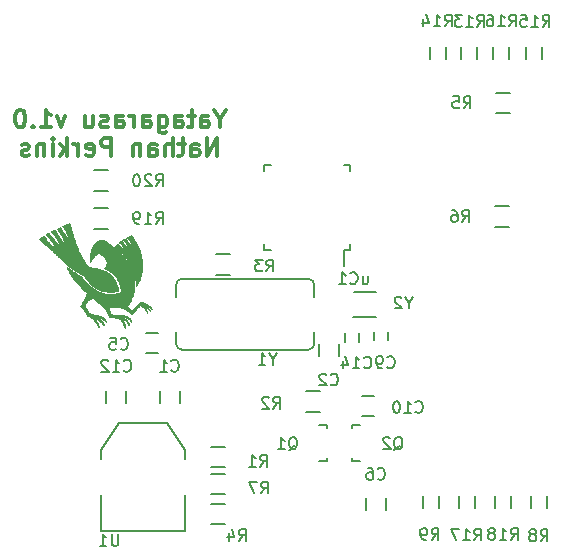
<source format=gbr>
G04 #@! TF.FileFunction,Legend,Bot*
%FSLAX46Y46*%
G04 Gerber Fmt 4.6, Leading zero omitted, Abs format (unit mm)*
G04 Created by KiCad (PCBNEW 4.0.1-stable) date 12-Feb-16 11:10:28 AM*
%MOMM*%
G01*
G04 APERTURE LIST*
%ADD10C,0.100000*%
%ADD11C,0.300000*%
%ADD12C,0.150000*%
%ADD13C,0.010000*%
G04 APERTURE END LIST*
D10*
D11*
X20550000Y-12264286D02*
X20550000Y-12978571D01*
X21050000Y-11478571D02*
X20550000Y-12264286D01*
X20050000Y-11478571D01*
X18907143Y-12978571D02*
X18907143Y-12192857D01*
X18978572Y-12050000D01*
X19121429Y-11978571D01*
X19407143Y-11978571D01*
X19550000Y-12050000D01*
X18907143Y-12907143D02*
X19050000Y-12978571D01*
X19407143Y-12978571D01*
X19550000Y-12907143D01*
X19621429Y-12764286D01*
X19621429Y-12621429D01*
X19550000Y-12478571D01*
X19407143Y-12407143D01*
X19050000Y-12407143D01*
X18907143Y-12335714D01*
X18407143Y-11978571D02*
X17835714Y-11978571D01*
X18192857Y-11478571D02*
X18192857Y-12764286D01*
X18121429Y-12907143D01*
X17978571Y-12978571D01*
X17835714Y-12978571D01*
X16692857Y-12978571D02*
X16692857Y-12192857D01*
X16764286Y-12050000D01*
X16907143Y-11978571D01*
X17192857Y-11978571D01*
X17335714Y-12050000D01*
X16692857Y-12907143D02*
X16835714Y-12978571D01*
X17192857Y-12978571D01*
X17335714Y-12907143D01*
X17407143Y-12764286D01*
X17407143Y-12621429D01*
X17335714Y-12478571D01*
X17192857Y-12407143D01*
X16835714Y-12407143D01*
X16692857Y-12335714D01*
X15335714Y-11978571D02*
X15335714Y-13192857D01*
X15407143Y-13335714D01*
X15478571Y-13407143D01*
X15621428Y-13478571D01*
X15835714Y-13478571D01*
X15978571Y-13407143D01*
X15335714Y-12907143D02*
X15478571Y-12978571D01*
X15764285Y-12978571D01*
X15907143Y-12907143D01*
X15978571Y-12835714D01*
X16050000Y-12692857D01*
X16050000Y-12264286D01*
X15978571Y-12121429D01*
X15907143Y-12050000D01*
X15764285Y-11978571D01*
X15478571Y-11978571D01*
X15335714Y-12050000D01*
X13978571Y-12978571D02*
X13978571Y-12192857D01*
X14050000Y-12050000D01*
X14192857Y-11978571D01*
X14478571Y-11978571D01*
X14621428Y-12050000D01*
X13978571Y-12907143D02*
X14121428Y-12978571D01*
X14478571Y-12978571D01*
X14621428Y-12907143D01*
X14692857Y-12764286D01*
X14692857Y-12621429D01*
X14621428Y-12478571D01*
X14478571Y-12407143D01*
X14121428Y-12407143D01*
X13978571Y-12335714D01*
X13264285Y-12978571D02*
X13264285Y-11978571D01*
X13264285Y-12264286D02*
X13192857Y-12121429D01*
X13121428Y-12050000D01*
X12978571Y-11978571D01*
X12835714Y-11978571D01*
X11692857Y-12978571D02*
X11692857Y-12192857D01*
X11764286Y-12050000D01*
X11907143Y-11978571D01*
X12192857Y-11978571D01*
X12335714Y-12050000D01*
X11692857Y-12907143D02*
X11835714Y-12978571D01*
X12192857Y-12978571D01*
X12335714Y-12907143D01*
X12407143Y-12764286D01*
X12407143Y-12621429D01*
X12335714Y-12478571D01*
X12192857Y-12407143D01*
X11835714Y-12407143D01*
X11692857Y-12335714D01*
X11050000Y-12907143D02*
X10907143Y-12978571D01*
X10621428Y-12978571D01*
X10478571Y-12907143D01*
X10407143Y-12764286D01*
X10407143Y-12692857D01*
X10478571Y-12550000D01*
X10621428Y-12478571D01*
X10835714Y-12478571D01*
X10978571Y-12407143D01*
X11050000Y-12264286D01*
X11050000Y-12192857D01*
X10978571Y-12050000D01*
X10835714Y-11978571D01*
X10621428Y-11978571D01*
X10478571Y-12050000D01*
X9121428Y-11978571D02*
X9121428Y-12978571D01*
X9764285Y-11978571D02*
X9764285Y-12764286D01*
X9692857Y-12907143D01*
X9549999Y-12978571D01*
X9335714Y-12978571D01*
X9192857Y-12907143D01*
X9121428Y-12835714D01*
X7407142Y-11978571D02*
X7049999Y-12978571D01*
X6692857Y-11978571D01*
X5335714Y-12978571D02*
X6192857Y-12978571D01*
X5764285Y-12978571D02*
X5764285Y-11478571D01*
X5907142Y-11692857D01*
X6050000Y-11835714D01*
X6192857Y-11907143D01*
X4692857Y-12835714D02*
X4621429Y-12907143D01*
X4692857Y-12978571D01*
X4764286Y-12907143D01*
X4692857Y-12835714D01*
X4692857Y-12978571D01*
X3692857Y-11478571D02*
X3550000Y-11478571D01*
X3407143Y-11550000D01*
X3335714Y-11621429D01*
X3264285Y-11764286D01*
X3192857Y-12050000D01*
X3192857Y-12407143D01*
X3264285Y-12692857D01*
X3335714Y-12835714D01*
X3407143Y-12907143D01*
X3550000Y-12978571D01*
X3692857Y-12978571D01*
X3835714Y-12907143D01*
X3907143Y-12835714D01*
X3978571Y-12692857D01*
X4050000Y-12407143D01*
X4050000Y-12050000D01*
X3978571Y-11764286D01*
X3907143Y-11621429D01*
X3835714Y-11550000D01*
X3692857Y-11478571D01*
X20300000Y-15378571D02*
X20300000Y-13878571D01*
X19442857Y-15378571D01*
X19442857Y-13878571D01*
X18085714Y-15378571D02*
X18085714Y-14592857D01*
X18157143Y-14450000D01*
X18300000Y-14378571D01*
X18585714Y-14378571D01*
X18728571Y-14450000D01*
X18085714Y-15307143D02*
X18228571Y-15378571D01*
X18585714Y-15378571D01*
X18728571Y-15307143D01*
X18800000Y-15164286D01*
X18800000Y-15021429D01*
X18728571Y-14878571D01*
X18585714Y-14807143D01*
X18228571Y-14807143D01*
X18085714Y-14735714D01*
X17585714Y-14378571D02*
X17014285Y-14378571D01*
X17371428Y-13878571D02*
X17371428Y-15164286D01*
X17300000Y-15307143D01*
X17157142Y-15378571D01*
X17014285Y-15378571D01*
X16514285Y-15378571D02*
X16514285Y-13878571D01*
X15871428Y-15378571D02*
X15871428Y-14592857D01*
X15942857Y-14450000D01*
X16085714Y-14378571D01*
X16299999Y-14378571D01*
X16442857Y-14450000D01*
X16514285Y-14521429D01*
X14514285Y-15378571D02*
X14514285Y-14592857D01*
X14585714Y-14450000D01*
X14728571Y-14378571D01*
X15014285Y-14378571D01*
X15157142Y-14450000D01*
X14514285Y-15307143D02*
X14657142Y-15378571D01*
X15014285Y-15378571D01*
X15157142Y-15307143D01*
X15228571Y-15164286D01*
X15228571Y-15021429D01*
X15157142Y-14878571D01*
X15014285Y-14807143D01*
X14657142Y-14807143D01*
X14514285Y-14735714D01*
X13799999Y-14378571D02*
X13799999Y-15378571D01*
X13799999Y-14521429D02*
X13728571Y-14450000D01*
X13585713Y-14378571D01*
X13371428Y-14378571D01*
X13228571Y-14450000D01*
X13157142Y-14592857D01*
X13157142Y-15378571D01*
X11299999Y-15378571D02*
X11299999Y-13878571D01*
X10728571Y-13878571D01*
X10585713Y-13950000D01*
X10514285Y-14021429D01*
X10442856Y-14164286D01*
X10442856Y-14378571D01*
X10514285Y-14521429D01*
X10585713Y-14592857D01*
X10728571Y-14664286D01*
X11299999Y-14664286D01*
X9228571Y-15307143D02*
X9371428Y-15378571D01*
X9657142Y-15378571D01*
X9799999Y-15307143D01*
X9871428Y-15164286D01*
X9871428Y-14592857D01*
X9799999Y-14450000D01*
X9657142Y-14378571D01*
X9371428Y-14378571D01*
X9228571Y-14450000D01*
X9157142Y-14592857D01*
X9157142Y-14735714D01*
X9871428Y-14878571D01*
X8514285Y-15378571D02*
X8514285Y-14378571D01*
X8514285Y-14664286D02*
X8442857Y-14521429D01*
X8371428Y-14450000D01*
X8228571Y-14378571D01*
X8085714Y-14378571D01*
X7585714Y-15378571D02*
X7585714Y-13878571D01*
X7442857Y-14807143D02*
X7014286Y-15378571D01*
X7014286Y-14378571D02*
X7585714Y-14950000D01*
X6371428Y-15378571D02*
X6371428Y-14378571D01*
X6371428Y-13878571D02*
X6442857Y-13950000D01*
X6371428Y-14021429D01*
X6300000Y-13950000D01*
X6371428Y-13878571D01*
X6371428Y-14021429D01*
X5657142Y-14378571D02*
X5657142Y-15378571D01*
X5657142Y-14521429D02*
X5585714Y-14450000D01*
X5442856Y-14378571D01*
X5228571Y-14378571D01*
X5085714Y-14450000D01*
X5014285Y-14592857D01*
X5014285Y-15378571D01*
X4371428Y-15307143D02*
X4228571Y-15378571D01*
X3942856Y-15378571D01*
X3799999Y-15307143D01*
X3728571Y-15164286D01*
X3728571Y-15092857D01*
X3799999Y-14950000D01*
X3942856Y-14878571D01*
X4157142Y-14878571D01*
X4299999Y-14807143D01*
X4371428Y-14664286D01*
X4371428Y-14592857D01*
X4299999Y-14450000D01*
X4157142Y-14378571D01*
X3942856Y-14378571D01*
X3799999Y-14450000D01*
D12*
X34560000Y-44350000D02*
X34560000Y-45350000D01*
X32860000Y-45350000D02*
X32860000Y-44350000D01*
X12544000Y-35314000D02*
X12544000Y-36314000D01*
X10844000Y-36314000D02*
X10844000Y-35314000D01*
X17116000Y-35314000D02*
X17116000Y-36314000D01*
X15416000Y-36314000D02*
X15416000Y-35314000D01*
X28900000Y-32350000D02*
X28900000Y-31350000D01*
X30600000Y-31350000D02*
X30600000Y-32350000D01*
X14290000Y-30390000D02*
X15290000Y-30390000D01*
X15290000Y-32090000D02*
X14290000Y-32090000D01*
X33530000Y-37426000D02*
X32530000Y-37426000D01*
X32530000Y-35726000D02*
X33530000Y-35726000D01*
X31699760Y-40999160D02*
X31699760Y-40950900D01*
X32400800Y-38200180D02*
X31699760Y-38200180D01*
X31699760Y-38200180D02*
X31699760Y-38449100D01*
X31699760Y-40999160D02*
X31699760Y-41199820D01*
X31699760Y-41199820D02*
X32400800Y-41199820D01*
X29600240Y-38400840D02*
X29600240Y-38449100D01*
X28899200Y-41199820D02*
X29600240Y-41199820D01*
X29600240Y-41199820D02*
X29600240Y-40950900D01*
X29600240Y-38400840D02*
X29600240Y-38200180D01*
X29600240Y-38200180D02*
X28899200Y-38200180D01*
X27780000Y-37065000D02*
X28980000Y-37065000D01*
X28980000Y-35315000D02*
X27780000Y-35315000D01*
X20930000Y-40019000D02*
X19730000Y-40019000D01*
X19730000Y-41769000D02*
X20930000Y-41769000D01*
X43870000Y-11785000D02*
X45070000Y-11785000D01*
X45070000Y-10035000D02*
X43870000Y-10035000D01*
X43810000Y-21425000D02*
X45010000Y-21425000D01*
X45010000Y-19675000D02*
X43810000Y-19675000D01*
X20160000Y-25445000D02*
X21360000Y-25445000D01*
X21360000Y-23695000D02*
X20160000Y-23695000D01*
X9850000Y-18375000D02*
X11050000Y-18375000D01*
X11050000Y-16625000D02*
X9850000Y-16625000D01*
X9850000Y-21575000D02*
X11050000Y-21575000D01*
X11050000Y-19825000D02*
X9850000Y-19825000D01*
X31540000Y-23380000D02*
X31015000Y-23380000D01*
X31540000Y-16130000D02*
X31015000Y-16130000D01*
X24290000Y-16130000D02*
X24815000Y-16130000D01*
X24290000Y-23380000D02*
X24815000Y-23380000D01*
X31540000Y-23380000D02*
X31540000Y-22855000D01*
X24290000Y-23380000D02*
X24290000Y-22855000D01*
X24290000Y-16130000D02*
X24290000Y-16655000D01*
X31540000Y-16130000D02*
X31540000Y-16655000D01*
X31015000Y-23380000D02*
X31015000Y-24755000D01*
X20930000Y-42305000D02*
X19730000Y-42305000D01*
X19730000Y-44055000D02*
X20930000Y-44055000D01*
X20930000Y-44845000D02*
X19730000Y-44845000D01*
X19730000Y-46595000D02*
X20930000Y-46595000D01*
X17536000Y-44069000D02*
X17536000Y-47117000D01*
X17536000Y-47117000D02*
X10424000Y-47117000D01*
X10424000Y-47117000D02*
X10424000Y-44069000D01*
X17536000Y-41021000D02*
X17536000Y-40259000D01*
X17536000Y-40259000D02*
X16012000Y-37973000D01*
X16012000Y-37973000D02*
X11948000Y-37973000D01*
X11948000Y-37973000D02*
X10424000Y-40259000D01*
X10424000Y-40259000D02*
X10424000Y-41021000D01*
X33560000Y-30320000D02*
X33560000Y-31020000D01*
X34760000Y-31020000D02*
X34760000Y-30320000D01*
X31090000Y-30410000D02*
X31090000Y-31110000D01*
X32290000Y-31110000D02*
X32290000Y-30410000D01*
X46845000Y-44200000D02*
X46845000Y-45200000D01*
X48195000Y-45200000D02*
X48195000Y-44200000D01*
X37685000Y-44200000D02*
X37685000Y-45200000D01*
X39035000Y-45200000D02*
X39035000Y-44200000D01*
X42325000Y-7200000D02*
X42325000Y-6200000D01*
X40975000Y-6200000D02*
X40975000Y-7200000D01*
X39625000Y-7200000D02*
X39625000Y-6200000D01*
X38275000Y-6200000D02*
X38275000Y-7200000D01*
X47825000Y-7200000D02*
X47825000Y-6200000D01*
X46475000Y-6200000D02*
X46475000Y-7200000D01*
X45025000Y-7200000D02*
X45025000Y-6200000D01*
X43675000Y-6200000D02*
X43675000Y-7200000D01*
X40745000Y-44200000D02*
X40745000Y-45200000D01*
X42095000Y-45200000D02*
X42095000Y-44200000D01*
X45135000Y-45210000D02*
X45135000Y-44210000D01*
X43785000Y-44210000D02*
X43785000Y-45210000D01*
X17320000Y-31800000D02*
X28020000Y-31800000D01*
X28020000Y-25800000D02*
X17370000Y-25800000D01*
X17370000Y-25800000D02*
X17320000Y-25800000D01*
X28020000Y-25800000D02*
G75*
G02X28520000Y-26300000I0J-500000D01*
G01*
X16820000Y-26300000D02*
G75*
G02X17320000Y-25800000I500000J0D01*
G01*
X17320000Y-31800000D02*
G75*
G02X16820000Y-31300000I0J500000D01*
G01*
X28520000Y-31300000D02*
G75*
G02X28020000Y-31800000I-500000J0D01*
G01*
X28520000Y-30300000D02*
X28520000Y-31300000D01*
X16820000Y-30300000D02*
X16820000Y-31300000D01*
X28520000Y-26300000D02*
X28520000Y-27300000D01*
X16820000Y-26300000D02*
X16820000Y-27300000D01*
X31910000Y-26920000D02*
X31860000Y-26920000D01*
X33710000Y-29020000D02*
X31810000Y-29020000D01*
X33710000Y-26920000D02*
X31910000Y-26920000D01*
D13*
G36*
X10465971Y-22498527D02*
X10440270Y-22499270D01*
X10418760Y-22500969D01*
X10399304Y-22504006D01*
X10379765Y-22508761D01*
X10358006Y-22515614D01*
X10331891Y-22524945D01*
X10316523Y-22530662D01*
X10227518Y-22567596D01*
X10145497Y-22609218D01*
X10070275Y-22655719D01*
X10001666Y-22707287D01*
X9939481Y-22764113D01*
X9883534Y-22826385D01*
X9833640Y-22894293D01*
X9789610Y-22968025D01*
X9751259Y-23047773D01*
X9718399Y-23133724D01*
X9716610Y-23139046D01*
X9707625Y-23164098D01*
X9697130Y-23190445D01*
X9686435Y-23214940D01*
X9676928Y-23234296D01*
X9637040Y-23316114D01*
X9601830Y-23404145D01*
X9571595Y-23497359D01*
X9546632Y-23594722D01*
X9527240Y-23695204D01*
X9513714Y-23797772D01*
X9513268Y-23802216D01*
X9510489Y-23837695D01*
X9508416Y-23879525D01*
X9507063Y-23925622D01*
X9506440Y-23973899D01*
X9506560Y-24022271D01*
X9507435Y-24068652D01*
X9509075Y-24110955D01*
X9511325Y-24145116D01*
X9513161Y-24164473D01*
X9515721Y-24187995D01*
X9518828Y-24214390D01*
X9522310Y-24242367D01*
X9525991Y-24270633D01*
X9529696Y-24297896D01*
X9533252Y-24322865D01*
X9536483Y-24344248D01*
X9539215Y-24360753D01*
X9541273Y-24371088D01*
X9542254Y-24373998D01*
X9544855Y-24371113D01*
X9551027Y-24362075D01*
X9560036Y-24348023D01*
X9571152Y-24330095D01*
X9581319Y-24313308D01*
X9633464Y-24228811D01*
X9686381Y-24147818D01*
X9739725Y-24070726D01*
X9793152Y-23997932D01*
X9846318Y-23929833D01*
X9898880Y-23866826D01*
X9950493Y-23809306D01*
X10000813Y-23757672D01*
X10049497Y-23712320D01*
X10096200Y-23673646D01*
X10140578Y-23642047D01*
X10182288Y-23617921D01*
X10185606Y-23616273D01*
X10210454Y-23604538D01*
X10229710Y-23596816D01*
X10245093Y-23592851D01*
X10258322Y-23592385D01*
X10271117Y-23595162D01*
X10285195Y-23600924D01*
X10285953Y-23601281D01*
X10304157Y-23610575D01*
X10323846Y-23621646D01*
X10334959Y-23628430D01*
X10347690Y-23635761D01*
X10357955Y-23640198D01*
X10363428Y-23640797D01*
X10366290Y-23640325D01*
X10365740Y-23641754D01*
X10367023Y-23646709D01*
X10373133Y-23652872D01*
X10380656Y-23657540D01*
X10385405Y-23656655D01*
X10388032Y-23653931D01*
X10390602Y-23648764D01*
X10388805Y-23647700D01*
X10383385Y-23651019D01*
X10382270Y-23652991D01*
X10380319Y-23655810D01*
X10379801Y-23653241D01*
X10382548Y-23646556D01*
X10390350Y-23645064D01*
X10394026Y-23646070D01*
X10398472Y-23648676D01*
X10396133Y-23652283D01*
X10393350Y-23654518D01*
X10389274Y-23658529D01*
X10389822Y-23662542D01*
X10395835Y-23668676D01*
X10400563Y-23672707D01*
X10412344Y-23681061D01*
X10419439Y-23682447D01*
X10420713Y-23679450D01*
X10417567Y-23679450D01*
X10415450Y-23681566D01*
X10413333Y-23679450D01*
X10415450Y-23677333D01*
X10417567Y-23679450D01*
X10420713Y-23679450D01*
X10421800Y-23676897D01*
X10418630Y-23673808D01*
X10416508Y-23673944D01*
X10410906Y-23672465D01*
X10410078Y-23670969D01*
X10412761Y-23667527D01*
X10419131Y-23665996D01*
X10426516Y-23666771D01*
X10427582Y-23671749D01*
X10427309Y-23672912D01*
X10427709Y-23680672D01*
X10429850Y-23683425D01*
X10432657Y-23683177D01*
X10431882Y-23679669D01*
X10432013Y-23674103D01*
X10434180Y-23673100D01*
X10439743Y-23676493D01*
X10441436Y-23679449D01*
X10445475Y-23685049D01*
X10447441Y-23685800D01*
X10453863Y-23688312D01*
X10464216Y-23694684D01*
X10476088Y-23703167D01*
X10487067Y-23712013D01*
X10494740Y-23719473D01*
X10495827Y-23720870D01*
X10500450Y-23726321D01*
X10502234Y-23726302D01*
X10504823Y-23725965D01*
X10510600Y-23730159D01*
X10515893Y-23737192D01*
X10516256Y-23742118D01*
X10516694Y-23744760D01*
X10519985Y-23744033D01*
X10527014Y-23745527D01*
X10538026Y-23753163D01*
X10545926Y-23760247D01*
X10556384Y-23769909D01*
X10564411Y-23776659D01*
X10568022Y-23778933D01*
X10572837Y-23781775D01*
X10580356Y-23788677D01*
X10588306Y-23797206D01*
X10594414Y-23804926D01*
X10596425Y-23809353D01*
X10598085Y-23811884D01*
X10598745Y-23811741D01*
X10603095Y-23813961D01*
X10611744Y-23820634D01*
X10622978Y-23830252D01*
X10635086Y-23841304D01*
X10646357Y-23852280D01*
X10654266Y-23860725D01*
X10660402Y-23867432D01*
X10670444Y-23878075D01*
X10682384Y-23890528D01*
X10684267Y-23892475D01*
X10699454Y-23908724D01*
X10715871Y-23927156D01*
X10728410Y-23941916D01*
X10739588Y-23955395D01*
X10749648Y-23967297D01*
X10756586Y-23975254D01*
X10757070Y-23975783D01*
X10763808Y-23983890D01*
X10773237Y-23996253D01*
X10784244Y-24011287D01*
X10795715Y-24027407D01*
X10806536Y-24043029D01*
X10815593Y-24056567D01*
X10821774Y-24066436D01*
X10823967Y-24070995D01*
X10827165Y-24075136D01*
X10828200Y-24075266D01*
X10831662Y-24077617D01*
X10831588Y-24078441D01*
X10833258Y-24083440D01*
X10838455Y-24093098D01*
X10844126Y-24102298D01*
X10852196Y-24115831D01*
X10862029Y-24133856D01*
X10871890Y-24153153D01*
X10874948Y-24159448D01*
X10882985Y-24176175D01*
X10889993Y-24190612D01*
X10894932Y-24200623D01*
X10896312Y-24203324D01*
X10897904Y-24209490D01*
X10894911Y-24210867D01*
X10893008Y-24212753D01*
X10896743Y-24216444D01*
X10903937Y-24226458D01*
X10905573Y-24239020D01*
X10901493Y-24250525D01*
X10898393Y-24253885D01*
X10893446Y-24259360D01*
X10895125Y-24261392D01*
X10898632Y-24263884D01*
X10898050Y-24265766D01*
X10898236Y-24269674D01*
X10899654Y-24270000D01*
X10903073Y-24273474D01*
X10903549Y-24277408D01*
X10904438Y-24284407D01*
X10907098Y-24297527D01*
X10911085Y-24314717D01*
X10914712Y-24329168D01*
X10927967Y-24395734D01*
X10932893Y-24460833D01*
X10929511Y-24524384D01*
X10917845Y-24586312D01*
X10897917Y-24646537D01*
X10869748Y-24704983D01*
X10833362Y-24761571D01*
X10788781Y-24816223D01*
X10768934Y-24837244D01*
X10752180Y-24854090D01*
X10735711Y-24870268D01*
X10721349Y-24884013D01*
X10710912Y-24893560D01*
X10710349Y-24894049D01*
X10700705Y-24902732D01*
X10694623Y-24908924D01*
X10693415Y-24910972D01*
X10697794Y-24912588D01*
X10708560Y-24916141D01*
X10724008Y-24921075D01*
X10739300Y-24925866D01*
X10802412Y-24947451D01*
X10869318Y-24973945D01*
X10937769Y-25004331D01*
X11005517Y-25037588D01*
X11070312Y-25072698D01*
X11094607Y-25086858D01*
X11116473Y-25099476D01*
X11134835Y-25109262D01*
X11148597Y-25115673D01*
X11156664Y-25118169D01*
X11157758Y-25118091D01*
X11162151Y-25117150D01*
X11159020Y-25119950D01*
X11158887Y-25120045D01*
X11155918Y-25123882D01*
X11159960Y-25127861D01*
X11162572Y-25129333D01*
X11169159Y-25132317D01*
X11169993Y-25130575D01*
X11169127Y-25128730D01*
X11169248Y-25127207D01*
X11173671Y-25131403D01*
X11173908Y-25131666D01*
X11181183Y-25139002D01*
X11188542Y-25145352D01*
X11194105Y-25149271D01*
X11195993Y-25149318D01*
X11195489Y-25148237D01*
X11196691Y-25144424D01*
X11200943Y-25143214D01*
X11208850Y-25144500D01*
X11211453Y-25146520D01*
X11210517Y-25148652D01*
X11207303Y-25147915D01*
X11201736Y-25148025D01*
X11200734Y-25150165D01*
X11204064Y-25154518D01*
X11212925Y-25161913D01*
X11225621Y-25170980D01*
X11230162Y-25173974D01*
X11244066Y-25183241D01*
X11255091Y-25191099D01*
X11261370Y-25196199D01*
X11262047Y-25196987D01*
X11267482Y-25199106D01*
X11269107Y-25198778D01*
X11257400Y-25188696D01*
X11248510Y-25181113D01*
X11242281Y-25175926D01*
X11241640Y-25175416D01*
X11241291Y-25171272D01*
X11243352Y-25169407D01*
X11246658Y-25168550D01*
X11245885Y-25170564D01*
X11246981Y-25174984D01*
X11251161Y-25177062D01*
X11259134Y-25182234D01*
X11264388Y-25189185D01*
X11269361Y-25198727D01*
X11271414Y-25198312D01*
X11276076Y-25197831D01*
X11275558Y-25200134D01*
X11276213Y-25205854D01*
X11281976Y-25212148D01*
X11290163Y-25216275D01*
X11291631Y-25216568D01*
X11296052Y-25213964D01*
X11296496Y-25210900D01*
X11297312Y-25209283D01*
X11289374Y-25209283D01*
X11285400Y-25208534D01*
X11280265Y-25204669D01*
X11279906Y-25202469D01*
X11277766Y-25197180D01*
X11271360Y-25188349D01*
X11266635Y-25182889D01*
X11258344Y-25172955D01*
X11256065Y-25168281D01*
X11259171Y-25168874D01*
X11267034Y-25174740D01*
X11275865Y-25182789D01*
X11285106Y-25192766D01*
X11287627Y-25198543D01*
X11285979Y-25200235D01*
X11282327Y-25202756D01*
X11285979Y-25206401D01*
X11289374Y-25209283D01*
X11297312Y-25209283D01*
X11299532Y-25204885D01*
X11303392Y-25203263D01*
X11309611Y-25204247D01*
X11310800Y-25206394D01*
X11307689Y-25208861D01*
X11304230Y-25208184D01*
X11299860Y-25207888D01*
X11300247Y-25209848D01*
X11306190Y-25213363D01*
X11311050Y-25214033D01*
X11317790Y-25215960D01*
X11319267Y-25218516D01*
X11321763Y-25221196D01*
X11323021Y-25220679D01*
X11328410Y-25221522D01*
X11332006Y-25224663D01*
X11338343Y-25229971D01*
X11341414Y-25230966D01*
X11347340Y-25233559D01*
X11354653Y-25239125D01*
X11361171Y-25244802D01*
X11372365Y-25254375D01*
X11386420Y-25266308D01*
X11401519Y-25279065D01*
X11415845Y-25291109D01*
X11427581Y-25300905D01*
X11432501Y-25304962D01*
X11438938Y-25310532D01*
X11448210Y-25318870D01*
X11450454Y-25320925D01*
X11459409Y-25328290D01*
X11466128Y-25332313D01*
X11467262Y-25332566D01*
X11469518Y-25335709D01*
X11468743Y-25339494D01*
X11468465Y-25344579D01*
X11471946Y-25344468D01*
X11477795Y-25346370D01*
X11486409Y-25353447D01*
X11492220Y-25359765D01*
X11500277Y-25368953D01*
X11505732Y-25374307D01*
X11507141Y-25374910D01*
X11510152Y-25376275D01*
X11517240Y-25382115D01*
X11522036Y-25386551D01*
X11531245Y-25394701D01*
X11538127Y-25399630D01*
X11539895Y-25400300D01*
X11541600Y-25403524D01*
X11540709Y-25407708D01*
X11539775Y-25412615D01*
X11540991Y-25412498D01*
X11545429Y-25413497D01*
X11552943Y-25418798D01*
X11561154Y-25426229D01*
X11567680Y-25433619D01*
X11570141Y-25438796D01*
X11570092Y-25439047D01*
X11572365Y-25442529D01*
X11574325Y-25442919D01*
X11579140Y-25446241D01*
X11588561Y-25455468D01*
X11601941Y-25469864D01*
X11618633Y-25488694D01*
X11637991Y-25511221D01*
X11659368Y-25536711D01*
X11682117Y-25564428D01*
X11693166Y-25578100D01*
X11703445Y-25591288D01*
X11716750Y-25608942D01*
X11731813Y-25629315D01*
X11747365Y-25650663D01*
X11762140Y-25671239D01*
X11774869Y-25689298D01*
X11784283Y-25703095D01*
X11786956Y-25707216D01*
X11795369Y-25719982D01*
X11802374Y-25729556D01*
X11806525Y-25733971D01*
X11806647Y-25734027D01*
X11810103Y-25738891D01*
X11810333Y-25740865D01*
X11812781Y-25747734D01*
X11818705Y-25756930D01*
X11819061Y-25757386D01*
X11827494Y-25769344D01*
X11838302Y-25786554D01*
X11850918Y-25807934D01*
X11864775Y-25832401D01*
X11879309Y-25858872D01*
X11893950Y-25886266D01*
X11908135Y-25913500D01*
X11921295Y-25939491D01*
X11932865Y-25963158D01*
X11942278Y-25983417D01*
X11948967Y-25999187D01*
X11952367Y-26009386D01*
X11952559Y-26012477D01*
X11952132Y-26016826D01*
X11953605Y-26016659D01*
X11956707Y-26019093D01*
X11961657Y-26026901D01*
X11967202Y-26037578D01*
X11972087Y-26048622D01*
X11975056Y-26057528D01*
X11975433Y-26060222D01*
X11978329Y-26065695D01*
X11981836Y-26069209D01*
X11985873Y-26075124D01*
X11983434Y-26080311D01*
X11980888Y-26085058D01*
X11984087Y-26086100D01*
X11987424Y-26087672D01*
X11986759Y-26088885D01*
X11986515Y-26094030D01*
X11988114Y-26096659D01*
X11991984Y-26103522D01*
X11996849Y-26114919D01*
X11998740Y-26120032D01*
X12002391Y-26132115D01*
X12002478Y-26138884D01*
X11999855Y-26142169D01*
X11998582Y-26144186D01*
X12004539Y-26143073D01*
X12011487Y-26142169D01*
X12011975Y-26144463D01*
X12011802Y-26150764D01*
X12014633Y-26161138D01*
X12015813Y-26164153D01*
X12019293Y-26175094D01*
X12019886Y-26182997D01*
X12019476Y-26184126D01*
X12019814Y-26189989D01*
X12021658Y-26191721D01*
X12023893Y-26195748D01*
X12019987Y-26200314D01*
X12015060Y-26203666D01*
X12014622Y-26200919D01*
X12014859Y-26199940D01*
X12015275Y-26196443D01*
X12014595Y-26197251D01*
X12010071Y-26198428D01*
X12007880Y-26197497D01*
X12005516Y-26197078D01*
X12008205Y-26201035D01*
X12011167Y-26207858D01*
X12010322Y-26210993D01*
X12010335Y-26212372D01*
X12012929Y-26211131D01*
X12016774Y-26210434D01*
X12016556Y-26216127D01*
X12016143Y-26217861D01*
X12015068Y-26223502D01*
X12016042Y-26222625D01*
X12020778Y-26217736D01*
X12022502Y-26217333D01*
X12023950Y-26220398D01*
X12021727Y-26226310D01*
X12019050Y-26232497D01*
X12021201Y-26232631D01*
X12021722Y-26232321D01*
X12024894Y-26232857D01*
X12024541Y-26240277D01*
X12024445Y-26248302D01*
X12026764Y-26251200D01*
X12029240Y-26253685D01*
X12028782Y-26254734D01*
X12028514Y-26260727D01*
X12030596Y-26271130D01*
X12031408Y-26273946D01*
X12036000Y-26284626D01*
X12041105Y-26287580D01*
X12042409Y-26287247D01*
X12046316Y-26286595D01*
X12043819Y-26290630D01*
X12042020Y-26295800D01*
X12042692Y-26305102D01*
X12046037Y-26319963D01*
X12049762Y-26333366D01*
X12068238Y-26402207D01*
X12085505Y-26476467D01*
X12100961Y-26553123D01*
X12114003Y-26629147D01*
X12124028Y-26701517D01*
X12125321Y-26712633D01*
X12128841Y-26745927D01*
X12132137Y-26781046D01*
X12135071Y-26816167D01*
X12137506Y-26849465D01*
X12139305Y-26879117D01*
X12140330Y-26903299D01*
X12140516Y-26914595D01*
X12140533Y-26940874D01*
X12111958Y-26949271D01*
X11996305Y-26980990D01*
X11878763Y-27008862D01*
X11761052Y-27032566D01*
X11644888Y-27051784D01*
X11531992Y-27066197D01*
X11435684Y-27074724D01*
X11416103Y-27076139D01*
X11398394Y-27077554D01*
X11385134Y-27078756D01*
X11380650Y-27079253D01*
X11372599Y-27079748D01*
X11357495Y-27080170D01*
X11336520Y-27080519D01*
X11310859Y-27080793D01*
X11281695Y-27080994D01*
X11250213Y-27081119D01*
X11217596Y-27081170D01*
X11185028Y-27081146D01*
X11153694Y-27081047D01*
X11124776Y-27080871D01*
X11099458Y-27080619D01*
X11078925Y-27080291D01*
X11064360Y-27079886D01*
X11056948Y-27079403D01*
X11056619Y-27079345D01*
X11047756Y-27078076D01*
X11033075Y-27076574D01*
X11015212Y-27075100D01*
X11008117Y-27074599D01*
X10977298Y-27072113D01*
X10941115Y-27068526D01*
X10902545Y-27064180D01*
X10864565Y-27059418D01*
X10830155Y-27054580D01*
X10819734Y-27052969D01*
X10676222Y-27025946D01*
X10535408Y-26990969D01*
X10397248Y-26948017D01*
X10261697Y-26897068D01*
X10128709Y-26838100D01*
X9998240Y-26771093D01*
X9870245Y-26696023D01*
X9802636Y-26651250D01*
X8931667Y-26651250D01*
X8929550Y-26653366D01*
X8927433Y-26651250D01*
X8929550Y-26649133D01*
X8931667Y-26651250D01*
X9802636Y-26651250D01*
X9744679Y-26612870D01*
X9621497Y-26521612D01*
X9500655Y-26422227D01*
X9484117Y-26407835D01*
X9459791Y-26385926D01*
X9430979Y-26358992D01*
X9398907Y-26328256D01*
X9364802Y-26294943D01*
X9329890Y-26260277D01*
X9295398Y-26225480D01*
X9262552Y-26191777D01*
X9232579Y-26160391D01*
X9206704Y-26132547D01*
X9193481Y-26117850D01*
X9106168Y-26015658D01*
X9019968Y-25907873D01*
X8937071Y-25797301D01*
X8879382Y-25715683D01*
X8863869Y-25693304D01*
X8849423Y-25672766D01*
X8836926Y-25655302D01*
X8827262Y-25642143D01*
X8821313Y-25634521D01*
X8820682Y-25633807D01*
X8810670Y-25625045D01*
X8793433Y-25612501D01*
X8769236Y-25596342D01*
X8738344Y-25576735D01*
X8701020Y-25553848D01*
X8657531Y-25527847D01*
X8608139Y-25498900D01*
X8595117Y-25491348D01*
X8507274Y-25440201D01*
X8426150Y-25392313D01*
X8350895Y-25347151D01*
X8280658Y-25304180D01*
X8214587Y-25262869D01*
X8151833Y-25222684D01*
X8091544Y-25183091D01*
X8032869Y-25143558D01*
X7974959Y-25103552D01*
X7964350Y-25096119D01*
X7929450Y-25071290D01*
X7890103Y-25042741D01*
X7847877Y-25011650D01*
X7804339Y-24979193D01*
X7761057Y-24946549D01*
X7719597Y-24914892D01*
X7715024Y-24911349D01*
X7619334Y-24911349D01*
X7617217Y-24913466D01*
X7615100Y-24911349D01*
X7617217Y-24909233D01*
X7619334Y-24911349D01*
X7715024Y-24911349D01*
X7681526Y-24885401D01*
X7648412Y-24859253D01*
X7640500Y-24852900D01*
X7620485Y-24836959D01*
X7602810Y-24823269D01*
X7588478Y-24812575D01*
X7578491Y-24805620D01*
X7573851Y-24803151D01*
X7573656Y-24803253D01*
X7574519Y-24808378D01*
X7577832Y-24819551D01*
X7583013Y-24834913D01*
X7587098Y-24846240D01*
X7594165Y-24865581D01*
X7600798Y-24884109D01*
X7605979Y-24898962D01*
X7607669Y-24904001D01*
X7611853Y-24914046D01*
X7615728Y-24918925D01*
X7617126Y-24918817D01*
X7618903Y-24919224D01*
X7618024Y-24922991D01*
X7617794Y-24929091D01*
X7619919Y-24930399D01*
X7622592Y-24933501D01*
X7621952Y-24936969D01*
X7621656Y-24941339D01*
X7623615Y-24940953D01*
X7627453Y-24934914D01*
X7628098Y-24931208D01*
X7628865Y-24927099D01*
X7631117Y-24930674D01*
X7631899Y-24932516D01*
X7632515Y-24941609D01*
X7628676Y-24946275D01*
X7624424Y-24950494D01*
X7627194Y-24951986D01*
X7628049Y-24952068D01*
X7637229Y-24952111D01*
X7639241Y-24951928D01*
X7643370Y-24955197D01*
X7647636Y-24964163D01*
X7648929Y-24968360D01*
X7652651Y-24978922D01*
X7656467Y-24984917D01*
X7657597Y-24985433D01*
X7661304Y-24988819D01*
X7661667Y-24991186D01*
X7663486Y-24997736D01*
X7668234Y-25009177D01*
X7674313Y-25021878D01*
X7680787Y-25035114D01*
X7685366Y-25045372D01*
X7687013Y-25050243D01*
X7688756Y-25055342D01*
X7693385Y-25066167D01*
X7700077Y-25080837D01*
X7704098Y-25089355D01*
X7711521Y-25105090D01*
X7717331Y-25117755D01*
X7720711Y-25125551D01*
X7721239Y-25127096D01*
X7723172Y-25131654D01*
X7728435Y-25142443D01*
X7736383Y-25158219D01*
X7746370Y-25177736D01*
X7757754Y-25199750D01*
X7769888Y-25223016D01*
X7782129Y-25246290D01*
X7793833Y-25268325D01*
X7804354Y-25287878D01*
X7806788Y-25292350D01*
X7817234Y-25311612D01*
X7826778Y-25329446D01*
X7834353Y-25343841D01*
X7838837Y-25352675D01*
X7844039Y-25361740D01*
X7848294Y-25366303D01*
X7848815Y-25366433D01*
X7852015Y-25369734D01*
X7852167Y-25371128D01*
X7854331Y-25376407D01*
X7860288Y-25387487D01*
X7869231Y-25403063D01*
X7880356Y-25421827D01*
X7892857Y-25442471D01*
X7905931Y-25463689D01*
X7918770Y-25484172D01*
X7930572Y-25502613D01*
X7940529Y-25517706D01*
X7947838Y-25528142D01*
X7951558Y-25532526D01*
X7953545Y-25535382D01*
X7952542Y-25535701D01*
X7951861Y-25538246D01*
X7953771Y-25541058D01*
X7958995Y-25547803D01*
X7967163Y-25559133D01*
X7977198Y-25573460D01*
X7988018Y-25589198D01*
X7998545Y-25604761D01*
X8007699Y-25618563D01*
X8014400Y-25629017D01*
X8017568Y-25634536D01*
X8017681Y-25634960D01*
X8019852Y-25639606D01*
X8023929Y-25644775D01*
X8028310Y-25650240D01*
X8036739Y-25661250D01*
X8048258Y-25676519D01*
X8061910Y-25694762D01*
X8076736Y-25714694D01*
X8091779Y-25735032D01*
X8106081Y-25754490D01*
X8118684Y-25771783D01*
X8120984Y-25774961D01*
X8127295Y-25783411D01*
X8137398Y-25796617D01*
X8150024Y-25812956D01*
X8163904Y-25830802D01*
X8177773Y-25848530D01*
X8190361Y-25864515D01*
X8200400Y-25877133D01*
X8206624Y-25884757D01*
X8206845Y-25885016D01*
X8213352Y-25892842D01*
X8222816Y-25904485D01*
X8231040Y-25914735D01*
X8241496Y-25927750D01*
X8251114Y-25939558D01*
X8256450Y-25945980D01*
X8267348Y-25958923D01*
X8283262Y-25977943D01*
X8303816Y-26002587D01*
X8311483Y-26011795D01*
X8321681Y-26024026D01*
X8329111Y-26032828D01*
X8335880Y-26040628D01*
X8344094Y-26049851D01*
X8355860Y-26062924D01*
X8355933Y-26063006D01*
X8367997Y-26076528D01*
X8382778Y-26093287D01*
X8397474Y-26110104D01*
X8400383Y-26113455D01*
X8421970Y-26138132D01*
X8441261Y-26159591D01*
X8460752Y-26180541D01*
X8482937Y-26203694D01*
X8492056Y-26213083D01*
X8504888Y-26226678D01*
X8514862Y-26238050D01*
X8520873Y-26245885D01*
X8522042Y-26248780D01*
X8522862Y-26251016D01*
X8524561Y-26251200D01*
X8528938Y-26254617D01*
X8529500Y-26257550D01*
X8531414Y-26262575D01*
X8533150Y-26262841D01*
X8537412Y-26265246D01*
X8545704Y-26272388D01*
X8556450Y-26282653D01*
X8568077Y-26294430D01*
X8579010Y-26306109D01*
X8587675Y-26316076D01*
X8592499Y-26322720D01*
X8593000Y-26324119D01*
X8595635Y-26325989D01*
X8597234Y-26325283D01*
X8601129Y-26325749D01*
X8601467Y-26327382D01*
X8604352Y-26331613D01*
X8612352Y-26340732D01*
X8624483Y-26353752D01*
X8639764Y-26369690D01*
X8657210Y-26387559D01*
X8675840Y-26406374D01*
X8694670Y-26425149D01*
X8712717Y-26442900D01*
X8728998Y-26458641D01*
X8742531Y-26471387D01*
X8752332Y-26480152D01*
X8757419Y-26483952D01*
X8757735Y-26484033D01*
X8760132Y-26487176D01*
X8759365Y-26491077D01*
X8758819Y-26495847D01*
X8761024Y-26495426D01*
X8765584Y-26497142D01*
X8774737Y-26503822D01*
X8787137Y-26514392D01*
X8800902Y-26527254D01*
X8814083Y-26540270D01*
X8823974Y-26550436D01*
X8829643Y-26556762D01*
X8830158Y-26558260D01*
X8830067Y-26558211D01*
X8826241Y-26556794D01*
X8827245Y-26558496D01*
X8832805Y-26562171D01*
X8833913Y-26562350D01*
X8839496Y-26565214D01*
X8847907Y-26572392D01*
X8857140Y-26581761D01*
X8865190Y-26591196D01*
X8870052Y-26598575D01*
X8870586Y-26601188D01*
X8871602Y-26604670D01*
X8874008Y-26604292D01*
X8879194Y-26606103D01*
X8888157Y-26612400D01*
X8898954Y-26621427D01*
X8909637Y-26631431D01*
X8918262Y-26640658D01*
X8922884Y-26647352D01*
X8923200Y-26648657D01*
X8926465Y-26653294D01*
X8934552Y-26659724D01*
X8936958Y-26661293D01*
X8950432Y-26670744D01*
X8961841Y-26680547D01*
X8969605Y-26689148D01*
X8972144Y-26694994D01*
X8971906Y-26695663D01*
X8972721Y-26700788D01*
X8974585Y-26702411D01*
X8977554Y-26702981D01*
X8976521Y-26700587D01*
X8974616Y-26695987D01*
X8977881Y-26697149D01*
X8985675Y-26703678D01*
X8992909Y-26710657D01*
X9001384Y-26718715D01*
X9006805Y-26723069D01*
X9007867Y-26723262D01*
X9010569Y-26724905D01*
X9017738Y-26731364D01*
X9027971Y-26741357D01*
X9030874Y-26744288D01*
X9042057Y-26755359D01*
X9050925Y-26763597D01*
X9055875Y-26767526D01*
X9056274Y-26767666D01*
X9061961Y-26770696D01*
X9068234Y-26777613D01*
X9072614Y-26785154D01*
X9072984Y-26789641D01*
X9072650Y-26792405D01*
X9074577Y-26791582D01*
X9078014Y-26791516D01*
X9084046Y-26794760D01*
X9093540Y-26801971D01*
X9107361Y-26813805D01*
X9126011Y-26830587D01*
X9133972Y-26837810D01*
X9146183Y-26848850D01*
X9160600Y-26861860D01*
X9168174Y-26868687D01*
X9183489Y-26882564D01*
X9198164Y-26896002D01*
X9209896Y-26906887D01*
X9213683Y-26910466D01*
X9222036Y-26918100D01*
X9227195Y-26922141D01*
X9228000Y-26922300D01*
X9230653Y-26923534D01*
X9237123Y-26929012D01*
X9237953Y-26929784D01*
X9245336Y-26936626D01*
X9257076Y-26947417D01*
X9271267Y-26960407D01*
X9280071Y-26968443D01*
X9293245Y-26980907D01*
X9303407Y-26991394D01*
X9309325Y-26998578D01*
X9310266Y-27000959D01*
X9311366Y-27005642D01*
X9313252Y-27007211D01*
X9316221Y-27007781D01*
X9315188Y-27005387D01*
X9313518Y-27000699D01*
X9316699Y-27000952D01*
X9323294Y-27005419D01*
X9331864Y-27013371D01*
X9332707Y-27014258D01*
X9344659Y-27025922D01*
X9357467Y-27036960D01*
X9359573Y-27038600D01*
X9373091Y-27049398D01*
X9389504Y-27063250D01*
X9405565Y-27077380D01*
X9414033Y-27085166D01*
X9421167Y-27091384D01*
X9431995Y-27100293D01*
X9438926Y-27105822D01*
X9449406Y-27115401D01*
X9454661Y-27123100D01*
X9454859Y-27125931D01*
X9455060Y-27131038D01*
X9456733Y-27131733D01*
X9460603Y-27128423D01*
X9460833Y-27126794D01*
X9462742Y-27124176D01*
X9464008Y-27125030D01*
X9467097Y-27131910D01*
X9467183Y-27133144D01*
X9470601Y-27137521D01*
X9473533Y-27138083D01*
X9480219Y-27141063D01*
X9487154Y-27147825D01*
X9491392Y-27155106D01*
X9491543Y-27158039D01*
X9493850Y-27159355D01*
X9497562Y-27158378D01*
X9502300Y-27157842D01*
X9501683Y-27160342D01*
X9502550Y-27165212D01*
X9506280Y-27167418D01*
X9513784Y-27171671D01*
X9524034Y-27179579D01*
X9528567Y-27183598D01*
X9541742Y-27195470D01*
X9555762Y-27207599D01*
X9558687Y-27210050D01*
X9579358Y-27227328D01*
X9594169Y-27240051D01*
X9603886Y-27248936D01*
X9609273Y-27254701D01*
X9611096Y-27258064D01*
X9610906Y-27259074D01*
X9611938Y-27263863D01*
X9613819Y-27265444D01*
X9616788Y-27266014D01*
X9615754Y-27263620D01*
X9614260Y-27259065D01*
X9617548Y-27259297D01*
X9623953Y-27263613D01*
X9630487Y-27269840D01*
X9638556Y-27277616D01*
X9651036Y-27288577D01*
X9665638Y-27300730D01*
X9670383Y-27304545D01*
X9684683Y-27316194D01*
X9697132Y-27326806D01*
X9705686Y-27334620D01*
X9707425Y-27336419D01*
X9712810Y-27341462D01*
X9714833Y-27341606D01*
X9717187Y-27342496D01*
X9723090Y-27348425D01*
X9725803Y-27351553D01*
X9734041Y-27359354D01*
X9740553Y-27361995D01*
X9741678Y-27361648D01*
X9743233Y-27362054D01*
X9740233Y-27366683D01*
X9736494Y-27371996D01*
X9738427Y-27371883D01*
X9739817Y-27371082D01*
X9747121Y-27370737D01*
X9750401Y-27373711D01*
X9757086Y-27379963D01*
X9767306Y-27387072D01*
X9768722Y-27387919D01*
X9777330Y-27394166D01*
X9778148Y-27398432D01*
X9777189Y-27399230D01*
X9775116Y-27401931D01*
X9779360Y-27402601D01*
X9788029Y-27405507D01*
X9797698Y-27412376D01*
X9805335Y-27420626D01*
X9807967Y-27426963D01*
X9810199Y-27430748D01*
X9812133Y-27430224D01*
X9817240Y-27431473D01*
X9825703Y-27437497D01*
X9831324Y-27442675D01*
X9840751Y-27451346D01*
X9848105Y-27456774D01*
X9850441Y-27457700D01*
X9854377Y-27460958D01*
X9854533Y-27462183D01*
X9851798Y-27464461D01*
X9849242Y-27463487D01*
X9846687Y-27462927D01*
X9849760Y-27467470D01*
X9855274Y-27473196D01*
X9858148Y-27474434D01*
X9856690Y-27470465D01*
X9856650Y-27470400D01*
X9855347Y-27466326D01*
X9859404Y-27467459D01*
X9868022Y-27473199D01*
X9880402Y-27482945D01*
X9895742Y-27496097D01*
X9913243Y-27512054D01*
X9917551Y-27516116D01*
X9928134Y-27525858D01*
X9935846Y-27532390D01*
X9939168Y-27534432D01*
X9939200Y-27534336D01*
X9941230Y-27535563D01*
X9945790Y-27541424D01*
X9951987Y-27548405D01*
X9956325Y-27550833D01*
X9962740Y-27553386D01*
X9969709Y-27559184D01*
X9974355Y-27565431D01*
X9974652Y-27568626D01*
X9975266Y-27571229D01*
X9976424Y-27571046D01*
X9981712Y-27572833D01*
X9991005Y-27578672D01*
X9998117Y-27584011D01*
X10008213Y-27592618D01*
X10012420Y-27598309D01*
X10011825Y-27602968D01*
X10010320Y-27605177D01*
X10006939Y-27609899D01*
X10009343Y-27608661D01*
X10011509Y-27607001D01*
X10016079Y-27605071D01*
X10022010Y-27606775D01*
X10030998Y-27612930D01*
X10041142Y-27621278D01*
X10052689Y-27631420D01*
X10061383Y-27639682D01*
X10065439Y-27644358D01*
X10065495Y-27644485D01*
X10070101Y-27648163D01*
X10070640Y-27648199D01*
X10075843Y-27650867D01*
X10084170Y-27657506D01*
X10086723Y-27659841D01*
X10100530Y-27672367D01*
X10119725Y-27689057D01*
X10143051Y-27708829D01*
X10159301Y-27722379D01*
X10170800Y-27732481D01*
X10180149Y-27741693D01*
X10183932Y-27746159D01*
X10189999Y-27751302D01*
X10194209Y-27751293D01*
X10197070Y-27751447D01*
X10196085Y-27755675D01*
X10195319Y-27760646D01*
X10196881Y-27760724D01*
X10201527Y-27762234D01*
X10209904Y-27768175D01*
X10220020Y-27776738D01*
X10229883Y-27786113D01*
X10237501Y-27794492D01*
X10240883Y-27800065D01*
X10240876Y-27800683D01*
X10242918Y-27803055D01*
X10245109Y-27802602D01*
X10250356Y-27804454D01*
X10259890Y-27811049D01*
X10272008Y-27821147D01*
X10277355Y-27826038D01*
X10289895Y-27837435D01*
X10300288Y-27846178D01*
X10306900Y-27850922D01*
X10308137Y-27851399D01*
X10312479Y-27854819D01*
X10316700Y-27861901D01*
X10322894Y-27870659D01*
X10328904Y-27874758D01*
X10335470Y-27878717D01*
X10345899Y-27886969D01*
X10358069Y-27897823D01*
X10359505Y-27899181D01*
X10372904Y-27911792D01*
X10389917Y-27927602D01*
X10407873Y-27944136D01*
X10417578Y-27952999D01*
X10445317Y-27978258D01*
X10467596Y-27998590D01*
X10485231Y-28014752D01*
X10499037Y-28027500D01*
X10509830Y-28037590D01*
X10518427Y-28045779D01*
X10525642Y-28052822D01*
X10530604Y-28057774D01*
X10540838Y-28067384D01*
X10549097Y-28073912D01*
X10552876Y-28075766D01*
X10556265Y-28078956D01*
X10556208Y-28081058D01*
X10558301Y-28085238D01*
X10560442Y-28085291D01*
X10565388Y-28087608D01*
X10566440Y-28096089D01*
X10566130Y-28098306D01*
X10568066Y-28100079D01*
X10569122Y-28099572D01*
X10573633Y-28101203D01*
X10582132Y-28107369D01*
X10592824Y-28116417D01*
X10603919Y-28126695D01*
X10613621Y-28136552D01*
X10620138Y-28144336D01*
X10621825Y-28148124D01*
X10623576Y-28151864D01*
X10624372Y-28151966D01*
X10629332Y-28154664D01*
X10637772Y-28161498D01*
X10642364Y-28165721D01*
X10651435Y-28173639D01*
X10658087Y-28178086D01*
X10659773Y-28178472D01*
X10661188Y-28180675D01*
X10660378Y-28183767D01*
X10661008Y-28189199D01*
X10663823Y-28190066D01*
X10670593Y-28193070D01*
X10677634Y-28199591D01*
X10685156Y-28208372D01*
X10695350Y-28219991D01*
X10700799Y-28226114D01*
X10707296Y-28233425D01*
X10714247Y-28241384D01*
X10722524Y-28251019D01*
X10733003Y-28263358D01*
X10746557Y-28279429D01*
X10764061Y-28300259D01*
X10778943Y-28317997D01*
X10789651Y-28331115D01*
X10797880Y-28341858D01*
X10802370Y-28348554D01*
X10802837Y-28349747D01*
X10805521Y-28354537D01*
X10812294Y-28362957D01*
X10816721Y-28367866D01*
X10824175Y-28376891D01*
X10834897Y-28391238D01*
X10847584Y-28409103D01*
X10860931Y-28428680D01*
X10864121Y-28433483D01*
X10876313Y-28451700D01*
X10887009Y-28467225D01*
X10895287Y-28478755D01*
X10900225Y-28484986D01*
X10901036Y-28485694D01*
X10904383Y-28490512D01*
X10904400Y-28490903D01*
X10906534Y-28496197D01*
X10912104Y-28506276D01*
X10919217Y-28517864D01*
X10926828Y-28530152D01*
X10932175Y-28539528D01*
X10934034Y-28543751D01*
X10936266Y-28548699D01*
X10941747Y-28557289D01*
X10942802Y-28558790D01*
X10948618Y-28567970D01*
X10956882Y-28582288D01*
X10966220Y-28599330D01*
X10970868Y-28608127D01*
X10980174Y-28625555D01*
X10989030Y-28641403D01*
X10996088Y-28653289D01*
X10998546Y-28657037D01*
X11004606Y-28668268D01*
X11007514Y-28678742D01*
X11007522Y-28678855D01*
X11009085Y-28685702D01*
X11011292Y-28686827D01*
X11014243Y-28688095D01*
X11014467Y-28689754D01*
X11016755Y-28696255D01*
X11022352Y-28705693D01*
X11023222Y-28706938D01*
X11028393Y-28714949D01*
X11030018Y-28719081D01*
X11029782Y-28719233D01*
X11030553Y-28722624D01*
X11034611Y-28731579D01*
X11041115Y-28744268D01*
X11042194Y-28746277D01*
X11049418Y-28760551D01*
X11054640Y-28772584D01*
X11056792Y-28779899D01*
X11056800Y-28780143D01*
X11058690Y-28786078D01*
X11060520Y-28786966D01*
X11064979Y-28790583D01*
X11069166Y-28799082D01*
X11071825Y-28808937D01*
X11071702Y-28816620D01*
X11071346Y-28817402D01*
X11070324Y-28820568D01*
X11071730Y-28819688D01*
X11074780Y-28821907D01*
X11080401Y-28829817D01*
X11087501Y-28841474D01*
X11094991Y-28854934D01*
X11101778Y-28868255D01*
X11106773Y-28879493D01*
X11108734Y-28885616D01*
X11111537Y-28892008D01*
X11112294Y-28892799D01*
X11115406Y-28897681D01*
X11120728Y-28908073D01*
X11127203Y-28921673D01*
X11133774Y-28936180D01*
X11139385Y-28949292D01*
X11142978Y-28958709D01*
X11143645Y-28961078D01*
X11142789Y-28969698D01*
X11139191Y-28979200D01*
X11135587Y-28990687D01*
X11137158Y-28999291D01*
X11143477Y-29002859D01*
X11143870Y-29002866D01*
X11150359Y-29003270D01*
X11163126Y-29004357D01*
X11180027Y-29005937D01*
X11191042Y-29007021D01*
X11208999Y-29008731D01*
X11233105Y-29010897D01*
X11261068Y-29013321D01*
X11290598Y-29015803D01*
X11315034Y-29017795D01*
X11388519Y-29024659D01*
X11453920Y-29032813D01*
X11511176Y-29042246D01*
X11560226Y-29052947D01*
X11601011Y-29064905D01*
X11628300Y-29075666D01*
X11648596Y-29084414D01*
X11663141Y-29089247D01*
X11673493Y-29090524D01*
X11681209Y-29088604D01*
X11682176Y-29088096D01*
X11692684Y-29086683D01*
X11698747Y-29088575D01*
X11704829Y-29092073D01*
X11706090Y-29096686D01*
X11703116Y-29105470D01*
X11702349Y-29107319D01*
X11698691Y-29120185D01*
X11700418Y-29130581D01*
X11700854Y-29131582D01*
X11704137Y-29137477D01*
X11708489Y-29139452D01*
X11716631Y-29138016D01*
X11723941Y-29135887D01*
X11761227Y-29128735D01*
X11802805Y-29128160D01*
X11847823Y-29134015D01*
X11895430Y-29146152D01*
X11944774Y-29164422D01*
X11978748Y-29180204D01*
X11994085Y-29187432D01*
X12006584Y-29192422D01*
X12014361Y-29194463D01*
X12015828Y-29194220D01*
X12017369Y-29194067D01*
X12016609Y-29195683D01*
X12018428Y-29200194D01*
X12025844Y-29206827D01*
X12032017Y-29210942D01*
X12049940Y-29221768D01*
X12049940Y-29212416D01*
X12047400Y-29212416D01*
X12045283Y-29214533D01*
X12043167Y-29212416D01*
X12045283Y-29210299D01*
X12047400Y-29212416D01*
X12049940Y-29212416D01*
X12049940Y-29211801D01*
X12048714Y-29204140D01*
X12046553Y-29201833D01*
X12043261Y-29205078D01*
X12043167Y-29206066D01*
X12039839Y-29210026D01*
X12038026Y-29210299D01*
X12035914Y-29208257D01*
X12039270Y-29203949D01*
X12030467Y-29203949D01*
X12028350Y-29206066D01*
X12026233Y-29203949D01*
X12028350Y-29201833D01*
X12030467Y-29203949D01*
X12039270Y-29203949D01*
X12039391Y-29203794D01*
X12045941Y-29200374D01*
X12053173Y-29200129D01*
X12057944Y-29202601D01*
X12057739Y-29206461D01*
X12058802Y-29208421D01*
X12062153Y-29207622D01*
X12067642Y-29209471D01*
X12077293Y-29216392D01*
X12089736Y-29227050D01*
X12103599Y-29240107D01*
X12117512Y-29254227D01*
X12130104Y-29268075D01*
X12140004Y-29280312D01*
X12145489Y-29288866D01*
X12151079Y-29297084D01*
X12156333Y-29300301D01*
X12156691Y-29300258D01*
X12161212Y-29302551D01*
X12161700Y-29304893D01*
X12164602Y-29311778D01*
X12170291Y-29318362D01*
X12176259Y-29325136D01*
X12185369Y-29337076D01*
X12196169Y-29352233D01*
X12203090Y-29362409D01*
X12214060Y-29378579D01*
X12224023Y-29392784D01*
X12231595Y-29403076D01*
X12234505Y-29406663D01*
X12241111Y-29415875D01*
X12247915Y-29428066D01*
X12248813Y-29429946D01*
X12255030Y-29441804D01*
X12261144Y-29451190D01*
X12262024Y-29452265D01*
X12267451Y-29459884D01*
X12274756Y-29471830D01*
X12279476Y-29480234D01*
X12287317Y-29494712D01*
X12297118Y-29512797D01*
X12306802Y-29530657D01*
X12307103Y-29531211D01*
X12314690Y-29545616D01*
X12320363Y-29557184D01*
X12323148Y-29563904D01*
X12323279Y-29564625D01*
X12325585Y-29570407D01*
X12328369Y-29574366D01*
X12331485Y-29578889D01*
X12335749Y-29586514D01*
X12341658Y-29598250D01*
X12349712Y-29615111D01*
X12360412Y-29638107D01*
X12368093Y-29654800D01*
X12378609Y-29677923D01*
X12385898Y-29694568D01*
X12390397Y-29705889D01*
X12392543Y-29713039D01*
X12392774Y-29717175D01*
X12392237Y-29718590D01*
X12392973Y-29722259D01*
X12394533Y-29722533D01*
X12397273Y-29725121D01*
X12396607Y-29726835D01*
X12391718Y-29729395D01*
X12390300Y-29728883D01*
X12385108Y-29729542D01*
X12384130Y-29730709D01*
X12385354Y-29733332D01*
X12389776Y-29733217D01*
X12395696Y-29733947D01*
X12399415Y-29740251D01*
X12401153Y-29747197D01*
X12403524Y-29758691D01*
X12405192Y-29766774D01*
X12405345Y-29767518D01*
X12407368Y-29775252D01*
X12409176Y-29781249D01*
X12410159Y-29787682D01*
X12406012Y-29788222D01*
X12404335Y-29787724D01*
X12399559Y-29786639D01*
X12402203Y-29789192D01*
X12402484Y-29789394D01*
X12406330Y-29794849D01*
X12405939Y-29797403D01*
X12406019Y-29803702D01*
X12407912Y-29807402D01*
X12410908Y-29810934D01*
X12410154Y-29806996D01*
X12409882Y-29806141D01*
X12409498Y-29800012D01*
X12411106Y-29798733D01*
X12414506Y-29802347D01*
X12416736Y-29809316D01*
X12416944Y-29817179D01*
X12414863Y-29819900D01*
X12413164Y-29822636D01*
X12414273Y-29825191D01*
X12417819Y-29832789D01*
X12418326Y-29834716D01*
X12419954Y-29841135D01*
X12423507Y-29853634D01*
X12428508Y-29870639D01*
X12434476Y-29890576D01*
X12440931Y-29911872D01*
X12447393Y-29932951D01*
X12453382Y-29952240D01*
X12458419Y-29968164D01*
X12462023Y-29979150D01*
X12463715Y-29983624D01*
X12463726Y-29983637D01*
X12464710Y-29980453D01*
X12465986Y-29970378D01*
X12467389Y-29954974D01*
X12468757Y-29935804D01*
X12468774Y-29935529D01*
X12469956Y-29906705D01*
X12470295Y-29873347D01*
X12469863Y-29837483D01*
X12468731Y-29801145D01*
X12466969Y-29766361D01*
X12464648Y-29735163D01*
X12461840Y-29709579D01*
X12460595Y-29701366D01*
X12448502Y-29640346D01*
X12433296Y-29583622D01*
X12414266Y-29529468D01*
X12390701Y-29476159D01*
X12361892Y-29421969D01*
X12327129Y-29365173D01*
X12314119Y-29345399D01*
X12294079Y-29314981D01*
X12279922Y-29292849D01*
X12153233Y-29292849D01*
X12151117Y-29294966D01*
X12149000Y-29292849D01*
X12151117Y-29290733D01*
X12153233Y-29292849D01*
X12279922Y-29292849D01*
X12275825Y-29286446D01*
X12259875Y-29260664D01*
X12246749Y-29238509D01*
X12236966Y-29220853D01*
X12231044Y-29208566D01*
X12229433Y-29203069D01*
X12233259Y-29199467D01*
X12243558Y-29197792D01*
X12258567Y-29198019D01*
X12276521Y-29200123D01*
X12295219Y-29203971D01*
X12309603Y-29208578D01*
X12328676Y-29216030D01*
X12349656Y-29225189D01*
X12364900Y-29232460D01*
X12382585Y-29241055D01*
X12397502Y-29247918D01*
X12408036Y-29252334D01*
X12412525Y-29253606D01*
X12415350Y-29256063D01*
X12415700Y-29258733D01*
X12418041Y-29265743D01*
X12423031Y-29267640D01*
X12426645Y-29264748D01*
X12427223Y-29261728D01*
X12425432Y-29262434D01*
X12422876Y-29261179D01*
X12423443Y-29253563D01*
X12425245Y-29246095D01*
X12426737Y-29246418D01*
X12428123Y-29250915D01*
X12433442Y-29258090D01*
X12439803Y-29259049D01*
X12446276Y-29259621D01*
X12445933Y-29264122D01*
X12445096Y-29265777D01*
X12443364Y-29271016D01*
X12447545Y-29271950D01*
X12451685Y-29271319D01*
X12459983Y-29271498D01*
X12462267Y-29274422D01*
X12463953Y-29277340D01*
X12465069Y-29276642D01*
X12470039Y-29277310D01*
X12479780Y-29283087D01*
X12493070Y-29293104D01*
X12508684Y-29306490D01*
X12514334Y-29311682D01*
X12533830Y-29330286D01*
X12552359Y-29348661D01*
X12568946Y-29365772D01*
X12582619Y-29380583D01*
X12592405Y-29392057D01*
X12597329Y-29399159D01*
X12597724Y-29400447D01*
X12599096Y-29404362D01*
X12600321Y-29403857D01*
X12603896Y-29405707D01*
X12611161Y-29412735D01*
X12620767Y-29423313D01*
X12631363Y-29435817D01*
X12641599Y-29448619D01*
X12650125Y-29460095D01*
X12655591Y-29468618D01*
X12656873Y-29471958D01*
X12658808Y-29475849D01*
X12660175Y-29475550D01*
X12663991Y-29477731D01*
X12670787Y-29485348D01*
X12678152Y-29495409D01*
X12686822Y-29507861D01*
X12694202Y-29517898D01*
X12697948Y-29522498D01*
X12702349Y-29528957D01*
X12708759Y-29540428D01*
X12714664Y-29552132D01*
X12720736Y-29565061D01*
X12726263Y-29577711D01*
X12731991Y-29591963D01*
X12738662Y-29609697D01*
X12747021Y-29632795D01*
X12751096Y-29644216D01*
X12758007Y-29661738D01*
X12767382Y-29683014D01*
X12777584Y-29704390D01*
X12781426Y-29711950D01*
X12801210Y-29750050D01*
X12799190Y-29682316D01*
X12795511Y-29624570D01*
X12787750Y-29572247D01*
X12775342Y-29523073D01*
X12757723Y-29474771D01*
X12736423Y-29429140D01*
X12699817Y-29366697D01*
X12655952Y-29308609D01*
X12616791Y-29267449D01*
X12453800Y-29267449D01*
X12451683Y-29269566D01*
X12449567Y-29267449D01*
X12451683Y-29265333D01*
X12453800Y-29267449D01*
X12616791Y-29267449D01*
X12604832Y-29254880D01*
X12588828Y-29241344D01*
X12410056Y-29241344D01*
X12409475Y-29243861D01*
X12407233Y-29244166D01*
X12403749Y-29242617D01*
X12404411Y-29241344D01*
X12409435Y-29240837D01*
X12410056Y-29241344D01*
X12588828Y-29241344D01*
X12546463Y-29205514D01*
X12480848Y-29160515D01*
X12407991Y-29119888D01*
X12399652Y-29115743D01*
X12378582Y-29105508D01*
X12358730Y-29096079D01*
X12342071Y-29088379D01*
X12330576Y-29083330D01*
X12328917Y-29082659D01*
X12311983Y-29076013D01*
X12324683Y-29070860D01*
X12350788Y-29061759D01*
X12377463Y-29055823D01*
X12407309Y-29052625D01*
X12441100Y-29051735D01*
X12497009Y-29055479D01*
X12552940Y-29066722D01*
X12609444Y-29085641D01*
X12667073Y-29112417D01*
X12717793Y-29141764D01*
X12733645Y-29151530D01*
X12746214Y-29158892D01*
X12754206Y-29163121D01*
X12756362Y-29163536D01*
X12756889Y-29159779D01*
X12758350Y-29159499D01*
X12762508Y-29162840D01*
X12762834Y-29164831D01*
X12765798Y-29170484D01*
X12772465Y-29176100D01*
X12779492Y-29179358D01*
X12783001Y-29178843D01*
X12782115Y-29176640D01*
X12780223Y-29176433D01*
X12777073Y-29173895D01*
X12777715Y-29172095D01*
X12777733Y-29168828D01*
X12776271Y-29168920D01*
X12771508Y-29166918D01*
X12771085Y-29165849D01*
X12767118Y-29159960D01*
X12763254Y-29156459D01*
X12758868Y-29152416D01*
X12761486Y-29151218D01*
X12762874Y-29151167D01*
X12769910Y-29154327D01*
X12774648Y-29159655D01*
X12781556Y-29165910D01*
X12787308Y-29167063D01*
X12792880Y-29168528D01*
X12794473Y-29176501D01*
X12794471Y-29176786D01*
X12796117Y-29184899D01*
X12799577Y-29187722D01*
X12803181Y-29185820D01*
X12802836Y-29184553D01*
X12804838Y-29183282D01*
X12812391Y-29184636D01*
X12812547Y-29184680D01*
X12820545Y-29188593D01*
X12823054Y-29193102D01*
X12824498Y-29196171D01*
X12826312Y-29195496D01*
X12831720Y-29196902D01*
X12841946Y-29204157D01*
X12856292Y-29216683D01*
X12874063Y-29233905D01*
X12879990Y-29239933D01*
X12889887Y-29251119D01*
X12900991Y-29265195D01*
X12911692Y-29279927D01*
X12920381Y-29293084D01*
X12925448Y-29302436D01*
X12925842Y-29303511D01*
X12929643Y-29310311D01*
X12932452Y-29311899D01*
X12935728Y-29314397D01*
X12935661Y-29315074D01*
X12936848Y-29320645D01*
X12940498Y-29330015D01*
X12945028Y-29339548D01*
X12948855Y-29345606D01*
X12949014Y-29345766D01*
X12951806Y-29351489D01*
X12951951Y-29352201D01*
X12954397Y-29357350D01*
X12960321Y-29367743D01*
X12968577Y-29381530D01*
X12978018Y-29396864D01*
X12987497Y-29411894D01*
X12995867Y-29424773D01*
X13001983Y-29433652D01*
X13004129Y-29436328D01*
X13006403Y-29435687D01*
X13006920Y-29428139D01*
X13005914Y-29415006D01*
X13003620Y-29397611D01*
X13000271Y-29377276D01*
X12996100Y-29355324D01*
X12991343Y-29333077D01*
X12986232Y-29311858D01*
X12981001Y-29292988D01*
X12976284Y-29278838D01*
X12951514Y-29224398D01*
X12919594Y-29173841D01*
X12895170Y-29144683D01*
X12737434Y-29144683D01*
X12735317Y-29146799D01*
X12733200Y-29144683D01*
X12735317Y-29142566D01*
X12737434Y-29144683D01*
X12895170Y-29144683D01*
X12888078Y-29136216D01*
X12728967Y-29136216D01*
X12726850Y-29138333D01*
X12724734Y-29136216D01*
X12726850Y-29134099D01*
X12728967Y-29136216D01*
X12888078Y-29136216D01*
X12880473Y-29127139D01*
X12834102Y-29084264D01*
X12780429Y-29045187D01*
X12719406Y-29009880D01*
X12650982Y-28978317D01*
X12575107Y-28950468D01*
X12491731Y-28926306D01*
X12400805Y-28905802D01*
X12302277Y-28888929D01*
X12271767Y-28884643D01*
X12257315Y-28882740D01*
X12244166Y-28881107D01*
X12230196Y-28879504D01*
X12213277Y-28877695D01*
X12191283Y-28875441D01*
X12175458Y-28873844D01*
X12161535Y-28872598D01*
X12141075Y-28870964D01*
X12115994Y-28869080D01*
X12088206Y-28867082D01*
X12059625Y-28865107D01*
X12032166Y-28863292D01*
X12007742Y-28861772D01*
X12000164Y-28861330D01*
X11986941Y-28860746D01*
X11966587Y-28860066D01*
X11940440Y-28859327D01*
X11909833Y-28858561D01*
X11876103Y-28857803D01*
X11840585Y-28857088D01*
X11820247Y-28856715D01*
X11746072Y-28855270D01*
X11680254Y-28853690D01*
X11622684Y-28851973D01*
X11573252Y-28850112D01*
X11531850Y-28848102D01*
X11498369Y-28845940D01*
X11472700Y-28843619D01*
X11454734Y-28841135D01*
X11448384Y-28839773D01*
X11430926Y-28835561D01*
X11409764Y-28830920D01*
X11389884Y-28826935D01*
X11353276Y-28816975D01*
X11320641Y-28801364D01*
X11291539Y-28779638D01*
X11265528Y-28751332D01*
X11242168Y-28715983D01*
X11221019Y-28673127D01*
X11205156Y-28632449D01*
X11198247Y-28611909D01*
X11191735Y-28590193D01*
X11185376Y-28566232D01*
X11178927Y-28538958D01*
X11172146Y-28507302D01*
X11164788Y-28470193D01*
X11156610Y-28426562D01*
X11149948Y-28389788D01*
X11143956Y-28357037D01*
X11137858Y-28324969D01*
X11131969Y-28295136D01*
X11126598Y-28269089D01*
X11122061Y-28248382D01*
X11118847Y-28235224D01*
X11113861Y-28214974D01*
X11111909Y-28202186D01*
X11112931Y-28196437D01*
X11113460Y-28196104D01*
X11120797Y-28194510D01*
X11135216Y-28192279D01*
X11155373Y-28189566D01*
X11179920Y-28186525D01*
X11207512Y-28183313D01*
X11236802Y-28180086D01*
X11266444Y-28176997D01*
X11295093Y-28174203D01*
X11321400Y-28171860D01*
X11328622Y-28171269D01*
X11467968Y-28163326D01*
X11602537Y-28162172D01*
X11732653Y-28167842D01*
X11858644Y-28180369D01*
X11980835Y-28199788D01*
X12099554Y-28226133D01*
X12215125Y-28259438D01*
X12236011Y-28266306D01*
X12285481Y-28283913D01*
X12337809Y-28304378D01*
X12391013Y-28326819D01*
X12443110Y-28350353D01*
X12492119Y-28374097D01*
X12536057Y-28397168D01*
X12558575Y-28409975D01*
X12570171Y-28416482D01*
X12578212Y-28420372D01*
X12580800Y-28420868D01*
X12583397Y-28421561D01*
X12588208Y-28425409D01*
X12595137Y-28430793D01*
X12606414Y-28438599D01*
X12620406Y-28447806D01*
X12635480Y-28457390D01*
X12650002Y-28466329D01*
X12662341Y-28473600D01*
X12670861Y-28478181D01*
X12673934Y-28479085D01*
X12676131Y-28479743D01*
X12680597Y-28484532D01*
X12684437Y-28488613D01*
X12684177Y-28486804D01*
X12683383Y-28482915D01*
X12685618Y-28483655D01*
X12691064Y-28483171D01*
X12692583Y-28481134D01*
X12693636Y-28480282D01*
X12692741Y-28485083D01*
X12693422Y-28493859D01*
X12700101Y-28499510D01*
X12710077Y-28505934D01*
X12715696Y-28510624D01*
X12722284Y-28514152D01*
X12726155Y-28512072D01*
X12732143Y-28508011D01*
X12735628Y-28508383D01*
X12734129Y-28512777D01*
X12733698Y-28513317D01*
X12732077Y-28516912D01*
X12736234Y-28518297D01*
X12745935Y-28518108D01*
X12756406Y-28517978D01*
X12759871Y-28519578D01*
X12758176Y-28522894D01*
X12752671Y-28526884D01*
X12750359Y-28526756D01*
X12747681Y-28528341D01*
X12747311Y-28531053D01*
X12748215Y-28534925D01*
X12752260Y-28532701D01*
X12754460Y-28530765D01*
X12763174Y-28526728D01*
X12771244Y-28528469D01*
X12775487Y-28535111D01*
X12775598Y-28536594D01*
X12776271Y-28541199D01*
X12779184Y-28538092D01*
X12779767Y-28537199D01*
X12783190Y-28533755D01*
X12783935Y-28536141D01*
X12787370Y-28540938D01*
X12789832Y-28541433D01*
X12797072Y-28544431D01*
X12801473Y-28548476D01*
X12804937Y-28553221D01*
X12802386Y-28552830D01*
X12798203Y-28550682D01*
X12790236Y-28548147D01*
X12784446Y-28552073D01*
X12783591Y-28553163D01*
X12780215Y-28557977D01*
X12782194Y-28556801D01*
X12783662Y-28555522D01*
X12790434Y-28552535D01*
X12796547Y-28553598D01*
X12798787Y-28557737D01*
X12797980Y-28559868D01*
X12798291Y-28561496D01*
X12802317Y-28558840D01*
X12806192Y-28556155D01*
X12810047Y-28555685D01*
X12815259Y-28558245D01*
X12823202Y-28564647D01*
X12835249Y-28575703D01*
X12842688Y-28582708D01*
X12852051Y-28590847D01*
X12859153Y-28595784D01*
X12861052Y-28596466D01*
X12866193Y-28599303D01*
X12873896Y-28606272D01*
X12875219Y-28607668D01*
X12881929Y-28614302D01*
X12885447Y-28616596D01*
X12885600Y-28616327D01*
X12888209Y-28617092D01*
X12894572Y-28622355D01*
X12895380Y-28623117D01*
X12901980Y-28629330D01*
X12913367Y-28639963D01*
X12928114Y-28653686D01*
X12944793Y-28669169D01*
X12950399Y-28674365D01*
X12969017Y-28691960D01*
X12981716Y-28704854D01*
X12989102Y-28713748D01*
X12991777Y-28719340D01*
X12991214Y-28721613D01*
X12989289Y-28727470D01*
X12991882Y-28730093D01*
X12994954Y-28730833D01*
X12993550Y-28727699D01*
X12992445Y-28724139D01*
X12994851Y-28725079D01*
X12997454Y-28730691D01*
X12995414Y-28738948D01*
X12994028Y-28750371D01*
X12999505Y-28757878D01*
X13011105Y-28761278D01*
X13028092Y-28760383D01*
X13049725Y-28755004D01*
X13053375Y-28753781D01*
X13080838Y-28741845D01*
X13109459Y-28724482D01*
X13139552Y-28701379D01*
X13171429Y-28672223D01*
X13205401Y-28636699D01*
X13241780Y-28594494D01*
X13280880Y-28545294D01*
X13308104Y-28508780D01*
X12749451Y-28508780D01*
X12748421Y-28511145D01*
X12744159Y-28515690D01*
X12741708Y-28514758D01*
X12741667Y-28514166D01*
X12744674Y-28510585D01*
X12746554Y-28509279D01*
X12749451Y-28508780D01*
X13308104Y-28508780D01*
X13312877Y-28502378D01*
X12736824Y-28502378D01*
X12735458Y-28502906D01*
X12730025Y-28501369D01*
X12722245Y-28500794D01*
X12720500Y-28503566D01*
X12718018Y-28505627D01*
X12710485Y-28501159D01*
X12703567Y-28495390D01*
X12705059Y-28495052D01*
X12709578Y-28496452D01*
X12717233Y-28497152D01*
X12720189Y-28495370D01*
X12724996Y-28494475D01*
X12731110Y-28497782D01*
X12736824Y-28502378D01*
X13312877Y-28502378D01*
X13323011Y-28488787D01*
X13323713Y-28487811D01*
X12714856Y-28487811D01*
X12714275Y-28490327D01*
X12712034Y-28490633D01*
X12708549Y-28489084D01*
X12708844Y-28488516D01*
X12703567Y-28488516D01*
X12701450Y-28490633D01*
X12699334Y-28488516D01*
X12701450Y-28486399D01*
X12703567Y-28488516D01*
X12708844Y-28488516D01*
X12709211Y-28487811D01*
X12714235Y-28487304D01*
X12714856Y-28487811D01*
X13323713Y-28487811D01*
X13329299Y-28480049D01*
X12703567Y-28480049D01*
X12701450Y-28482166D01*
X12699334Y-28480049D01*
X12701450Y-28477933D01*
X12703567Y-28480049D01*
X13329299Y-28480049D01*
X13338441Y-28467349D01*
X13378795Y-28411461D01*
X13415205Y-28362470D01*
X13448053Y-28319994D01*
X13477723Y-28283654D01*
X13504597Y-28253069D01*
X13529059Y-28227857D01*
X13551490Y-28207638D01*
X13572275Y-28192032D01*
X13591795Y-28180658D01*
X13610434Y-28173134D01*
X13628574Y-28169080D01*
X13639272Y-28168159D01*
X13653950Y-28167607D01*
X13654029Y-28131212D01*
X13654711Y-28109501D01*
X13656923Y-28093597D01*
X13661075Y-28080916D01*
X13662495Y-28077883D01*
X13675183Y-28061053D01*
X13693262Y-28050490D01*
X13716418Y-28046203D01*
X13744338Y-28048202D01*
X13776707Y-28056500D01*
X13813212Y-28071105D01*
X13816740Y-28072753D01*
X13838086Y-28083349D01*
X13859559Y-28094886D01*
X13879140Y-28106204D01*
X13894812Y-28116143D01*
X13903717Y-28122781D01*
X13914600Y-28129604D01*
X13923602Y-28133005D01*
X13934379Y-28138645D01*
X13942057Y-28146578D01*
X13947572Y-28153420D01*
X13951377Y-28153291D01*
X13952799Y-28151466D01*
X13955972Y-28147863D01*
X13956569Y-28148496D01*
X13960133Y-28149448D01*
X13968724Y-28147900D01*
X13969692Y-28147630D01*
X13978112Y-28145648D01*
X13979856Y-28146900D01*
X13977953Y-28149665D01*
X13975529Y-28155824D01*
X13977595Y-28158189D01*
X13981636Y-28157917D01*
X13982034Y-28156217D01*
X13984922Y-28156064D01*
X13992912Y-28160889D01*
X14004993Y-28169813D01*
X14020153Y-28181957D01*
X14037381Y-28196442D01*
X14055664Y-28212389D01*
X14073991Y-28228920D01*
X14091350Y-28245154D01*
X14106730Y-28260213D01*
X14119120Y-28273218D01*
X14126032Y-28281339D01*
X14142514Y-28302775D01*
X14157001Y-28322271D01*
X14168722Y-28338738D01*
X14176908Y-28351085D01*
X14180790Y-28358225D01*
X14181000Y-28359151D01*
X14183110Y-28362450D01*
X14184410Y-28362025D01*
X14188261Y-28364048D01*
X14193863Y-28371637D01*
X14196052Y-28375503D01*
X14203451Y-28388081D01*
X14211055Y-28398954D01*
X14212231Y-28400387D01*
X14223909Y-28416414D01*
X14235691Y-28437776D01*
X14237256Y-28440962D01*
X14241982Y-28448234D01*
X14245689Y-28449912D01*
X14245841Y-28449781D01*
X14248368Y-28450393D01*
X14248734Y-28452982D01*
X14250929Y-28459637D01*
X14256607Y-28470550D01*
X14262492Y-28480155D01*
X14272259Y-28495951D01*
X14282936Y-28514456D01*
X14289545Y-28526625D01*
X14307544Y-28560682D01*
X14323880Y-28590963D01*
X14338196Y-28616843D01*
X14350132Y-28637698D01*
X14359330Y-28652901D01*
X14365433Y-28661828D01*
X14368082Y-28663854D01*
X14368112Y-28663781D01*
X14368813Y-28654133D01*
X14367191Y-28638219D01*
X14363586Y-28617814D01*
X14358335Y-28594689D01*
X14351777Y-28570618D01*
X14347980Y-28558366D01*
X14335649Y-28524025D01*
X14320011Y-28487102D01*
X14300751Y-28447022D01*
X14277557Y-28403210D01*
X14250112Y-28355091D01*
X14218104Y-28302089D01*
X14181216Y-28243629D01*
X14148494Y-28193322D01*
X14133441Y-28170329D01*
X14120090Y-28149726D01*
X14115067Y-28141873D01*
X13963645Y-28141873D01*
X13962099Y-28145089D01*
X13957866Y-28144704D01*
X13955929Y-28142505D01*
X13953059Y-28139347D01*
X13952465Y-28142441D01*
X13950164Y-28147366D01*
X13948872Y-28147733D01*
X13945740Y-28144294D01*
X13945345Y-28141383D01*
X13948814Y-28136037D01*
X13952856Y-28135033D01*
X13960666Y-28137139D01*
X13963645Y-28141873D01*
X14115067Y-28141873D01*
X14109104Y-28132553D01*
X14104027Y-28124449D01*
X13914300Y-28124449D01*
X13912184Y-28126566D01*
X13910067Y-28124449D01*
X13912184Y-28122333D01*
X13914300Y-28124449D01*
X14104027Y-28124449D01*
X14101374Y-28120216D01*
X13922767Y-28120216D01*
X13920650Y-28122333D01*
X13918534Y-28120216D01*
X13920650Y-28118099D01*
X13922767Y-28120216D01*
X14101374Y-28120216D01*
X14101145Y-28119851D01*
X14096877Y-28112658D01*
X14096464Y-28111749D01*
X13918534Y-28111749D01*
X13916417Y-28113866D01*
X13914300Y-28111749D01*
X13916417Y-28109633D01*
X13918534Y-28111749D01*
X14096464Y-28111749D01*
X14096333Y-28111463D01*
X14099753Y-28112164D01*
X14108898Y-28116216D01*
X14122094Y-28122848D01*
X14128764Y-28126390D01*
X14144007Y-28134066D01*
X14156794Y-28139504D01*
X14165080Y-28141875D01*
X14166648Y-28141790D01*
X14170261Y-28142476D01*
X14169466Y-28146567D01*
X14169061Y-28151416D01*
X14173864Y-28150737D01*
X14179240Y-28150143D01*
X14179891Y-28151764D01*
X14182591Y-28155859D01*
X14190645Y-28163120D01*
X14202352Y-28172028D01*
X14203225Y-28172647D01*
X14215100Y-28180346D01*
X14223806Y-28184717D01*
X14227643Y-28184924D01*
X14227696Y-28184643D01*
X14229435Y-28183647D01*
X14232680Y-28187949D01*
X14239843Y-28197258D01*
X14248223Y-28203965D01*
X14255828Y-28207060D01*
X14260669Y-28205537D01*
X14261433Y-28202516D01*
X14258915Y-28199852D01*
X14257641Y-28200377D01*
X14251974Y-28199711D01*
X14244506Y-28195156D01*
X14238365Y-28189268D01*
X14238648Y-28185111D01*
X14241778Y-28182102D01*
X14246596Y-28179055D01*
X14247141Y-28182870D01*
X14246689Y-28185456D01*
X14247716Y-28193033D01*
X14255006Y-28195089D01*
X14258929Y-28194577D01*
X14264481Y-28196847D01*
X14265279Y-28197886D01*
X14271145Y-28201903D01*
X14276250Y-28203401D01*
X14287243Y-28207016D01*
X14290885Y-28212198D01*
X14286659Y-28218066D01*
X14285342Y-28218934D01*
X14280498Y-28222454D01*
X14283213Y-28222375D01*
X14283659Y-28222241D01*
X14289800Y-28221909D01*
X14291067Y-28223479D01*
X14294591Y-28225417D01*
X14301650Y-28224969D01*
X14309845Y-28224939D01*
X14312233Y-28229771D01*
X14312234Y-28229789D01*
X14315824Y-28235388D01*
X14322817Y-28236633D01*
X14330776Y-28237852D01*
X14333400Y-28240190D01*
X14336559Y-28244563D01*
X14344546Y-28251518D01*
X14349225Y-28255007D01*
X14357703Y-28261569D01*
X14361512Y-28265627D01*
X14361102Y-28266266D01*
X14361514Y-28268403D01*
X14367368Y-28273732D01*
X14370066Y-28275791D01*
X14378930Y-28283069D01*
X14384257Y-28288817D01*
X14384646Y-28289549D01*
X14388453Y-28292889D01*
X14389339Y-28292775D01*
X14390656Y-28295052D01*
X14389678Y-28298761D01*
X14389109Y-28303498D01*
X14391947Y-28302694D01*
X14396352Y-28302256D01*
X14396900Y-28303831D01*
X14400407Y-28308296D01*
X14405673Y-28310813D01*
X14411972Y-28315385D01*
X14412156Y-28319565D01*
X14412194Y-28324782D01*
X14413820Y-28325533D01*
X14419085Y-28328258D01*
X14427425Y-28335065D01*
X14430336Y-28337812D01*
X14438758Y-28344805D01*
X14444834Y-28347636D01*
X14445978Y-28347337D01*
X14447226Y-28347492D01*
X14446309Y-28349395D01*
X14446800Y-28355684D01*
X14449817Y-28359399D01*
X14453987Y-28365330D01*
X14453784Y-28368297D01*
X14455024Y-28370160D01*
X14459122Y-28369260D01*
X14464120Y-28368298D01*
X14464003Y-28369586D01*
X14463335Y-28370635D01*
X14463535Y-28372187D01*
X14465201Y-28374868D01*
X14468933Y-28379304D01*
X14475330Y-28386122D01*
X14484992Y-28395949D01*
X14498517Y-28409411D01*
X14516506Y-28427135D01*
X14539557Y-28449747D01*
X14557526Y-28467349D01*
X14577821Y-28487156D01*
X14592707Y-28501447D01*
X14602774Y-28510684D01*
X14608611Y-28515327D01*
X14610805Y-28515839D01*
X14609945Y-28512679D01*
X14606621Y-28506311D01*
X14606139Y-28505449D01*
X14575841Y-28453606D01*
X14542810Y-28400810D01*
X14507676Y-28347861D01*
X14490566Y-28323416D01*
X14422300Y-28323416D01*
X14420183Y-28325533D01*
X14418067Y-28323416D01*
X14420183Y-28321299D01*
X14422300Y-28323416D01*
X14490566Y-28323416D01*
X14471065Y-28295558D01*
X14433607Y-28244698D01*
X14395930Y-28196080D01*
X14389282Y-28187949D01*
X14257200Y-28187949D01*
X14255084Y-28190066D01*
X14252967Y-28187949D01*
X14255084Y-28185833D01*
X14257200Y-28187949D01*
X14389282Y-28187949D01*
X14377168Y-28173133D01*
X14209829Y-28173133D01*
X14205746Y-28170351D01*
X14200050Y-28164666D01*
X14195161Y-28158534D01*
X14194505Y-28156199D01*
X14198588Y-28158982D01*
X14204283Y-28164666D01*
X14209172Y-28170799D01*
X14209829Y-28173133D01*
X14377168Y-28173133D01*
X14373706Y-28168899D01*
X14227567Y-28168899D01*
X14226018Y-28172384D01*
X14224745Y-28171722D01*
X14224238Y-28166698D01*
X14224745Y-28166077D01*
X14227261Y-28166658D01*
X14227567Y-28168899D01*
X14373706Y-28168899D01*
X14366783Y-28160433D01*
X14216983Y-28160433D01*
X14216790Y-28164340D01*
X14215367Y-28164666D01*
X14209382Y-28161577D01*
X14208517Y-28160433D01*
X14208710Y-28156526D01*
X14210134Y-28156199D01*
X14216118Y-28159289D01*
X14216983Y-28160433D01*
X14366783Y-28160433D01*
X14361591Y-28154083D01*
X14189467Y-28154083D01*
X14187350Y-28156199D01*
X14185233Y-28154083D01*
X14187350Y-28151966D01*
X14189467Y-28154083D01*
X14361591Y-28154083D01*
X14358662Y-28150502D01*
X14357822Y-28149534D01*
X14201556Y-28149534D01*
X14200557Y-28151743D01*
X14198183Y-28151966D01*
X14192443Y-28148892D01*
X14191613Y-28147781D01*
X14192295Y-28145376D01*
X14195597Y-28146118D01*
X14201556Y-28149534D01*
X14357822Y-28149534D01*
X14322432Y-28108763D01*
X14320614Y-28106811D01*
X13908656Y-28106811D01*
X13908075Y-28109327D01*
X13905834Y-28109633D01*
X13902349Y-28108084D01*
X13903011Y-28106811D01*
X13908035Y-28106304D01*
X13908656Y-28106811D01*
X14320614Y-28106811D01*
X14287867Y-28071662D01*
X14255597Y-28039997D01*
X14226250Y-28014566D01*
X14210569Y-28002815D01*
X14200050Y-27995481D01*
X14212750Y-27999890D01*
X14220982Y-28003334D01*
X14235040Y-28009829D01*
X14253217Y-28018562D01*
X14273806Y-28028719D01*
X14282600Y-28033134D01*
X14301246Y-28042648D01*
X14318467Y-28051720D01*
X14335550Y-28061095D01*
X14353782Y-28071516D01*
X14374451Y-28083730D01*
X14398843Y-28098479D01*
X14428246Y-28116511D01*
X14451298Y-28130741D01*
X14464209Y-28138256D01*
X14472052Y-28141324D01*
X14476607Y-28140481D01*
X14478156Y-28138831D01*
X14481020Y-28135577D01*
X14480162Y-28139794D01*
X14480046Y-28140157D01*
X14481147Y-28146561D01*
X14488823Y-28154475D01*
X14496857Y-28160309D01*
X14506813Y-28166664D01*
X14512761Y-28169739D01*
X14513573Y-28169315D01*
X14514770Y-28166541D01*
X14518359Y-28166466D01*
X14525448Y-28170435D01*
X14527168Y-28173503D01*
X14527519Y-28176933D01*
X14524311Y-28173167D01*
X14524287Y-28173133D01*
X14520632Y-28169971D01*
X14519732Y-28171556D01*
X14523622Y-28179170D01*
X14534557Y-28185828D01*
X14540305Y-28187885D01*
X14547328Y-28189050D01*
X14547494Y-28186335D01*
X14547659Y-28183470D01*
X14551552Y-28184354D01*
X14555880Y-28187340D01*
X14553102Y-28190333D01*
X14550735Y-28195309D01*
X14553679Y-28201205D01*
X14559656Y-28205188D01*
X14565015Y-28205124D01*
X14568807Y-28205223D01*
X14568320Y-28207048D01*
X14568608Y-28210918D01*
X14570052Y-28211233D01*
X14575795Y-28214013D01*
X14583572Y-28220704D01*
X14583625Y-28220758D01*
X14588853Y-28225459D01*
X14589726Y-28224684D01*
X14589342Y-28223933D01*
X14590156Y-28222862D01*
X14595913Y-28226644D01*
X14602945Y-28232399D01*
X14616150Y-28243735D01*
X14631579Y-28256867D01*
X14640784Y-28264648D01*
X14653689Y-28275612D01*
X14670070Y-28289662D01*
X14687032Y-28304313D01*
X14692542Y-28309098D01*
X14707620Y-28322143D01*
X14721766Y-28334258D01*
X14732771Y-28343555D01*
X14736175Y-28346370D01*
X14748749Y-28356623D01*
X14743253Y-28344253D01*
X14714456Y-28288802D01*
X14681098Y-28238749D01*
X14617033Y-28238749D01*
X14614917Y-28240866D01*
X14612800Y-28238749D01*
X14614917Y-28236633D01*
X14617033Y-28238749D01*
X14681098Y-28238749D01*
X14677731Y-28233698D01*
X14657777Y-28209116D01*
X14583167Y-28209116D01*
X14581050Y-28211233D01*
X14578933Y-28209116D01*
X14581050Y-28206999D01*
X14583167Y-28209116D01*
X14657777Y-28209116D01*
X14647468Y-28196416D01*
X14566233Y-28196416D01*
X14564117Y-28198533D01*
X14562000Y-28196416D01*
X14557767Y-28196416D01*
X14555650Y-28198533D01*
X14553534Y-28196416D01*
X14555650Y-28194299D01*
X14557767Y-28196416D01*
X14562000Y-28196416D01*
X14564117Y-28194299D01*
X14566233Y-28196416D01*
X14647468Y-28196416D01*
X14633619Y-28179357D01*
X14633064Y-28178777D01*
X14539422Y-28178777D01*
X14538841Y-28181294D01*
X14536600Y-28181599D01*
X14533116Y-28180051D01*
X14533778Y-28178777D01*
X14538802Y-28178271D01*
X14539422Y-28178777D01*
X14633064Y-28178777D01*
X14614723Y-28159643D01*
X14510483Y-28159643D01*
X14508544Y-28160099D01*
X14501961Y-28157484D01*
X14499086Y-28154788D01*
X14496815Y-28150166D01*
X14500498Y-28149144D01*
X14504836Y-28150819D01*
X14504638Y-28152310D01*
X14505944Y-28156423D01*
X14507999Y-28157620D01*
X14510483Y-28159643D01*
X14614723Y-28159643D01*
X14601278Y-28145616D01*
X14490033Y-28145616D01*
X14487917Y-28147733D01*
X14485800Y-28145616D01*
X14487917Y-28143499D01*
X14490033Y-28145616D01*
X14601278Y-28145616D01*
X14582658Y-28126192D01*
X14566620Y-28111749D01*
X14443467Y-28111749D01*
X14441350Y-28113866D01*
X14439233Y-28111749D01*
X14441350Y-28109633D01*
X14443467Y-28111749D01*
X14566620Y-28111749D01*
X14547817Y-28094816D01*
X14409600Y-28094816D01*
X14407483Y-28096933D01*
X14405367Y-28094816D01*
X14407483Y-28092699D01*
X14409600Y-28094816D01*
X14547817Y-28094816D01*
X14525388Y-28074619D01*
X14462347Y-28025051D01*
X14394076Y-27977904D01*
X14321112Y-27933591D01*
X14243997Y-27892527D01*
X14163268Y-27855126D01*
X14079465Y-27821804D01*
X14049767Y-27811270D01*
X13995927Y-27794142D01*
X13940357Y-27778992D01*
X13885878Y-27766515D01*
X13835311Y-27757405D01*
X13825176Y-27755947D01*
X13774125Y-27748977D01*
X13756431Y-27761030D01*
X13739143Y-27774588D01*
X13717045Y-27794960D01*
X13690227Y-27822052D01*
X13658773Y-27855771D01*
X13622772Y-27896023D01*
X13582311Y-27942713D01*
X13537476Y-27995750D01*
X13527223Y-28008033D01*
X13500509Y-28040052D01*
X13473837Y-28071925D01*
X13448048Y-28102651D01*
X13423987Y-28131231D01*
X13402494Y-28156663D01*
X13384414Y-28177949D01*
X13370587Y-28194088D01*
X13366738Y-28198533D01*
X13348470Y-28218912D01*
X13325796Y-28243232D01*
X13299830Y-28270379D01*
X13271686Y-28299241D01*
X13242475Y-28328705D01*
X13213313Y-28357656D01*
X13185313Y-28384983D01*
X13159587Y-28409571D01*
X13137250Y-28430307D01*
X13119415Y-28446079D01*
X13117603Y-28447608D01*
X13080790Y-28478461D01*
X13055493Y-28467349D01*
X12669700Y-28467349D01*
X12667583Y-28469466D01*
X12665467Y-28467349D01*
X12667583Y-28465233D01*
X12669700Y-28467349D01*
X13055493Y-28467349D01*
X13045856Y-28463116D01*
X12661233Y-28463116D01*
X12659117Y-28465233D01*
X12657000Y-28463116D01*
X12659117Y-28460999D01*
X12661233Y-28463116D01*
X13045856Y-28463116D01*
X13045637Y-28463020D01*
X13041067Y-28460724D01*
X12668662Y-28460724D01*
X12668083Y-28460999D01*
X12667727Y-28460724D01*
X12651729Y-28460724D01*
X12651150Y-28460999D01*
X12647287Y-28458019D01*
X12646417Y-28456766D01*
X12645338Y-28452808D01*
X12645917Y-28452533D01*
X12649780Y-28455513D01*
X12650650Y-28456766D01*
X12651729Y-28460724D01*
X12667727Y-28460724D01*
X12664220Y-28458019D01*
X12663350Y-28456766D01*
X12662271Y-28452808D01*
X12662850Y-28452533D01*
X12666714Y-28455513D01*
X12667583Y-28456766D01*
X12668662Y-28460724D01*
X13041067Y-28460724D01*
X12978165Y-28429124D01*
X12914723Y-28388697D01*
X12856098Y-28342412D01*
X12803074Y-28290942D01*
X12756438Y-28234962D01*
X12724603Y-28187949D01*
X12715691Y-28172642D01*
X12705521Y-28153972D01*
X12694865Y-28133504D01*
X12684494Y-28112806D01*
X12675180Y-28093445D01*
X12667695Y-28076986D01*
X12662809Y-28064997D01*
X12661272Y-28059355D01*
X12663699Y-28054279D01*
X12670476Y-28043630D01*
X12680813Y-28028558D01*
X12693919Y-28010215D01*
X12709003Y-27989754D01*
X12709802Y-27988686D01*
X12802060Y-27859217D01*
X12886068Y-27728075D01*
X12961922Y-27595026D01*
X13029718Y-27459832D01*
X13089549Y-27322258D01*
X13141513Y-27182066D01*
X13185703Y-27039021D01*
X13222214Y-26892886D01*
X13251142Y-26743424D01*
X13272583Y-26590400D01*
X13272644Y-26589866D01*
X13276000Y-26559065D01*
X13278748Y-26530160D01*
X13280943Y-26501823D01*
X13282642Y-26472725D01*
X13283901Y-26441535D01*
X13284774Y-26406924D01*
X13285319Y-26367562D01*
X13285591Y-26322121D01*
X13285650Y-26280833D01*
X13285646Y-26278716D01*
X12055867Y-26278716D01*
X12053750Y-26280833D01*
X12051633Y-26278716D01*
X12053750Y-26276600D01*
X12043167Y-26276600D01*
X12041618Y-26280084D01*
X12040345Y-26279422D01*
X12039838Y-26274398D01*
X12040345Y-26273777D01*
X12042861Y-26274358D01*
X12043167Y-26276600D01*
X12053750Y-26276600D01*
X12055867Y-26278716D01*
X13285646Y-26278716D01*
X13285617Y-26263900D01*
X12047400Y-26263900D01*
X12045851Y-26267384D01*
X12044578Y-26266722D01*
X12044071Y-26261698D01*
X12044289Y-26261430D01*
X12038599Y-26261430D01*
X12037821Y-26266921D01*
X12036376Y-26266986D01*
X12035365Y-26261320D01*
X12036042Y-26258872D01*
X12037921Y-26257269D01*
X12038599Y-26261430D01*
X12044289Y-26261430D01*
X12044578Y-26261077D01*
X12047095Y-26261658D01*
X12047400Y-26263900D01*
X13285617Y-26263900D01*
X13285580Y-26244850D01*
X12038933Y-26244850D01*
X12036817Y-26246966D01*
X12034700Y-26244850D01*
X12036817Y-26242733D01*
X12038933Y-26244850D01*
X13285580Y-26244850D01*
X13285547Y-26228751D01*
X13285389Y-26208866D01*
X12026233Y-26208866D01*
X12024685Y-26212351D01*
X12023411Y-26211688D01*
X12022905Y-26206664D01*
X12023411Y-26206044D01*
X12025928Y-26206625D01*
X12026233Y-26208866D01*
X13285389Y-26208866D01*
X13285188Y-26183616D01*
X13284501Y-26143911D01*
X13283410Y-26108118D01*
X13281844Y-26074719D01*
X13279728Y-26042197D01*
X13276988Y-26009034D01*
X13273552Y-25973712D01*
X13269346Y-25934715D01*
X13268520Y-25927350D01*
X13247673Y-25777410D01*
X13218819Y-25625748D01*
X13182128Y-25472840D01*
X13137770Y-25319157D01*
X13095954Y-25194983D01*
X11298100Y-25194983D01*
X11295984Y-25197099D01*
X11293867Y-25194983D01*
X11295984Y-25192866D01*
X11298100Y-25194983D01*
X13095954Y-25194983D01*
X13085915Y-25165175D01*
X13085526Y-25164163D01*
X11238208Y-25164163D01*
X11237146Y-25166408D01*
X11233688Y-25171020D01*
X11230075Y-25169623D01*
X11225594Y-25164291D01*
X11221949Y-25159290D01*
X11223980Y-25160193D01*
X11226523Y-25162138D01*
X11233482Y-25165096D01*
X11236727Y-25164254D01*
X11238208Y-25164163D01*
X13085526Y-25164163D01*
X13074309Y-25135011D01*
X11207789Y-25135011D01*
X11207208Y-25137527D01*
X11204967Y-25137833D01*
X11201482Y-25136284D01*
X11202145Y-25135011D01*
X11207169Y-25134504D01*
X11207789Y-25135011D01*
X13074309Y-25135011D01*
X13072952Y-25131483D01*
X11196500Y-25131483D01*
X11194384Y-25133599D01*
X11192267Y-25131483D01*
X11194384Y-25129366D01*
X11196500Y-25131483D01*
X13072952Y-25131483D01*
X13071323Y-25127249D01*
X11188034Y-25127249D01*
X11185917Y-25129366D01*
X11183800Y-25127249D01*
X11185917Y-25125133D01*
X11188034Y-25127249D01*
X13071323Y-25127249D01*
X13063179Y-25106083D01*
X11141467Y-25106083D01*
X11139350Y-25108199D01*
X11137234Y-25106083D01*
X11139350Y-25103966D01*
X11141467Y-25106083D01*
X13063179Y-25106083D01*
X13026733Y-25011366D01*
X12960395Y-24858204D01*
X12887069Y-24706163D01*
X12806927Y-24555716D01*
X12726621Y-24417969D01*
X12637733Y-24278466D01*
X10912867Y-24278466D01*
X10911318Y-24281951D01*
X10910045Y-24281288D01*
X10909538Y-24276264D01*
X10910045Y-24275644D01*
X10912561Y-24276225D01*
X10912867Y-24278466D01*
X12637733Y-24278466D01*
X12629546Y-24265618D01*
X12624051Y-24257729D01*
X10911980Y-24257729D01*
X10910618Y-24264525D01*
X10907847Y-24269828D01*
X10906192Y-24267217D01*
X10905487Y-24264376D01*
X10905098Y-24256682D01*
X10906143Y-24254146D01*
X10910176Y-24253137D01*
X10911980Y-24257729D01*
X12624051Y-24257729D01*
X12525526Y-24116306D01*
X12415046Y-23970528D01*
X12298592Y-23828779D01*
X12176649Y-23691554D01*
X12150801Y-23664633D01*
X10402750Y-23664633D01*
X10402415Y-23668534D01*
X10400883Y-23668866D01*
X10396572Y-23665793D01*
X10396400Y-23664633D01*
X10397845Y-23660510D01*
X10398267Y-23660400D01*
X10401881Y-23663366D01*
X10402750Y-23664633D01*
X12150801Y-23664633D01*
X12144703Y-23658283D01*
X10413333Y-23658283D01*
X10411217Y-23660400D01*
X10409100Y-23658283D01*
X10411217Y-23656166D01*
X10413333Y-23658283D01*
X12144703Y-23658283D01*
X12126412Y-23639233D01*
X10377350Y-23639233D01*
X10377015Y-23643134D01*
X10375483Y-23643466D01*
X10371172Y-23640393D01*
X10371000Y-23639233D01*
X10372445Y-23635110D01*
X10372867Y-23635000D01*
X10376481Y-23637966D01*
X10377350Y-23639233D01*
X12126412Y-23639233D01*
X12115573Y-23627944D01*
X10348422Y-23627944D01*
X10347841Y-23630461D01*
X10345600Y-23630766D01*
X10342116Y-23629217D01*
X10342778Y-23627944D01*
X10347802Y-23627437D01*
X10348422Y-23627944D01*
X12115573Y-23627944D01*
X12113953Y-23626257D01*
X10357262Y-23626257D01*
X10356683Y-23626533D01*
X10352820Y-23623553D01*
X10351950Y-23622300D01*
X10351875Y-23622024D01*
X10336096Y-23622024D01*
X10335517Y-23622300D01*
X10331653Y-23619319D01*
X10330783Y-23618066D01*
X10329705Y-23614108D01*
X10330284Y-23613833D01*
X10334147Y-23616813D01*
X10335017Y-23618066D01*
X10336096Y-23622024D01*
X10351875Y-23622024D01*
X10350871Y-23618342D01*
X10351450Y-23618066D01*
X10355314Y-23621046D01*
X10356183Y-23622300D01*
X10357262Y-23626257D01*
X12113953Y-23626257D01*
X12049704Y-23559346D01*
X11918242Y-23432651D01*
X11864872Y-23385113D01*
X9774315Y-23385113D01*
X9773954Y-23395313D01*
X9771723Y-23408657D01*
X9767925Y-23423525D01*
X9762862Y-23438301D01*
X9756836Y-23451364D01*
X9754134Y-23455887D01*
X9747878Y-23462921D01*
X9743859Y-23462054D01*
X9742385Y-23453627D01*
X9743021Y-23443494D01*
X9746148Y-23428125D01*
X9751640Y-23411189D01*
X9758361Y-23395517D01*
X9765178Y-23383939D01*
X9768214Y-23380614D01*
X9772502Y-23379674D01*
X9774315Y-23385113D01*
X11864872Y-23385113D01*
X11782749Y-23311964D01*
X11643710Y-23197779D01*
X11501612Y-23090592D01*
X11356939Y-22990896D01*
X11327171Y-22971888D01*
X10297640Y-22971888D01*
X10297563Y-22990370D01*
X10291898Y-23005864D01*
X10282074Y-23017464D01*
X10269516Y-23024266D01*
X10255654Y-23025364D01*
X10241915Y-23019852D01*
X10233793Y-23012375D01*
X10224550Y-22996061D01*
X10221677Y-22978358D01*
X10224768Y-22961326D01*
X10233417Y-22947027D01*
X10247216Y-22937522D01*
X10248671Y-22936981D01*
X10264982Y-22935209D01*
X10279502Y-22940862D01*
X10290779Y-22952905D01*
X10297361Y-22970304D01*
X10297640Y-22971888D01*
X11327171Y-22971888D01*
X11272700Y-22937108D01*
X11246796Y-22921026D01*
X11221269Y-22905145D01*
X11197697Y-22890449D01*
X11177655Y-22877920D01*
X11162720Y-22868542D01*
X11159207Y-22866323D01*
X11135229Y-22850086D01*
X11107608Y-22829373D01*
X11075789Y-22803740D01*
X11039217Y-22772743D01*
X11003884Y-22741758D01*
X10956183Y-22700039D01*
X10913339Y-22664023D01*
X10874509Y-22633149D01*
X10838855Y-22606854D01*
X10805536Y-22584578D01*
X10773713Y-22565759D01*
X10742544Y-22549835D01*
X10711190Y-22536245D01*
X10678812Y-22524427D01*
X10678728Y-22524399D01*
X10649424Y-22515156D01*
X10622967Y-22508301D01*
X10597137Y-22503515D01*
X10569711Y-22500476D01*
X10538468Y-22498866D01*
X10501185Y-22498364D01*
X10498000Y-22498362D01*
X10465971Y-22498527D01*
X10465971Y-22498527D01*
G37*
X10465971Y-22498527D02*
X10440270Y-22499270D01*
X10418760Y-22500969D01*
X10399304Y-22504006D01*
X10379765Y-22508761D01*
X10358006Y-22515614D01*
X10331891Y-22524945D01*
X10316523Y-22530662D01*
X10227518Y-22567596D01*
X10145497Y-22609218D01*
X10070275Y-22655719D01*
X10001666Y-22707287D01*
X9939481Y-22764113D01*
X9883534Y-22826385D01*
X9833640Y-22894293D01*
X9789610Y-22968025D01*
X9751259Y-23047773D01*
X9718399Y-23133724D01*
X9716610Y-23139046D01*
X9707625Y-23164098D01*
X9697130Y-23190445D01*
X9686435Y-23214940D01*
X9676928Y-23234296D01*
X9637040Y-23316114D01*
X9601830Y-23404145D01*
X9571595Y-23497359D01*
X9546632Y-23594722D01*
X9527240Y-23695204D01*
X9513714Y-23797772D01*
X9513268Y-23802216D01*
X9510489Y-23837695D01*
X9508416Y-23879525D01*
X9507063Y-23925622D01*
X9506440Y-23973899D01*
X9506560Y-24022271D01*
X9507435Y-24068652D01*
X9509075Y-24110955D01*
X9511325Y-24145116D01*
X9513161Y-24164473D01*
X9515721Y-24187995D01*
X9518828Y-24214390D01*
X9522310Y-24242367D01*
X9525991Y-24270633D01*
X9529696Y-24297896D01*
X9533252Y-24322865D01*
X9536483Y-24344248D01*
X9539215Y-24360753D01*
X9541273Y-24371088D01*
X9542254Y-24373998D01*
X9544855Y-24371113D01*
X9551027Y-24362075D01*
X9560036Y-24348023D01*
X9571152Y-24330095D01*
X9581319Y-24313308D01*
X9633464Y-24228811D01*
X9686381Y-24147818D01*
X9739725Y-24070726D01*
X9793152Y-23997932D01*
X9846318Y-23929833D01*
X9898880Y-23866826D01*
X9950493Y-23809306D01*
X10000813Y-23757672D01*
X10049497Y-23712320D01*
X10096200Y-23673646D01*
X10140578Y-23642047D01*
X10182288Y-23617921D01*
X10185606Y-23616273D01*
X10210454Y-23604538D01*
X10229710Y-23596816D01*
X10245093Y-23592851D01*
X10258322Y-23592385D01*
X10271117Y-23595162D01*
X10285195Y-23600924D01*
X10285953Y-23601281D01*
X10304157Y-23610575D01*
X10323846Y-23621646D01*
X10334959Y-23628430D01*
X10347690Y-23635761D01*
X10357955Y-23640198D01*
X10363428Y-23640797D01*
X10366290Y-23640325D01*
X10365740Y-23641754D01*
X10367023Y-23646709D01*
X10373133Y-23652872D01*
X10380656Y-23657540D01*
X10385405Y-23656655D01*
X10388032Y-23653931D01*
X10390602Y-23648764D01*
X10388805Y-23647700D01*
X10383385Y-23651019D01*
X10382270Y-23652991D01*
X10380319Y-23655810D01*
X10379801Y-23653241D01*
X10382548Y-23646556D01*
X10390350Y-23645064D01*
X10394026Y-23646070D01*
X10398472Y-23648676D01*
X10396133Y-23652283D01*
X10393350Y-23654518D01*
X10389274Y-23658529D01*
X10389822Y-23662542D01*
X10395835Y-23668676D01*
X10400563Y-23672707D01*
X10412344Y-23681061D01*
X10419439Y-23682447D01*
X10420713Y-23679450D01*
X10417567Y-23679450D01*
X10415450Y-23681566D01*
X10413333Y-23679450D01*
X10415450Y-23677333D01*
X10417567Y-23679450D01*
X10420713Y-23679450D01*
X10421800Y-23676897D01*
X10418630Y-23673808D01*
X10416508Y-23673944D01*
X10410906Y-23672465D01*
X10410078Y-23670969D01*
X10412761Y-23667527D01*
X10419131Y-23665996D01*
X10426516Y-23666771D01*
X10427582Y-23671749D01*
X10427309Y-23672912D01*
X10427709Y-23680672D01*
X10429850Y-23683425D01*
X10432657Y-23683177D01*
X10431882Y-23679669D01*
X10432013Y-23674103D01*
X10434180Y-23673100D01*
X10439743Y-23676493D01*
X10441436Y-23679449D01*
X10445475Y-23685049D01*
X10447441Y-23685800D01*
X10453863Y-23688312D01*
X10464216Y-23694684D01*
X10476088Y-23703167D01*
X10487067Y-23712013D01*
X10494740Y-23719473D01*
X10495827Y-23720870D01*
X10500450Y-23726321D01*
X10502234Y-23726302D01*
X10504823Y-23725965D01*
X10510600Y-23730159D01*
X10515893Y-23737192D01*
X10516256Y-23742118D01*
X10516694Y-23744760D01*
X10519985Y-23744033D01*
X10527014Y-23745527D01*
X10538026Y-23753163D01*
X10545926Y-23760247D01*
X10556384Y-23769909D01*
X10564411Y-23776659D01*
X10568022Y-23778933D01*
X10572837Y-23781775D01*
X10580356Y-23788677D01*
X10588306Y-23797206D01*
X10594414Y-23804926D01*
X10596425Y-23809353D01*
X10598085Y-23811884D01*
X10598745Y-23811741D01*
X10603095Y-23813961D01*
X10611744Y-23820634D01*
X10622978Y-23830252D01*
X10635086Y-23841304D01*
X10646357Y-23852280D01*
X10654266Y-23860725D01*
X10660402Y-23867432D01*
X10670444Y-23878075D01*
X10682384Y-23890528D01*
X10684267Y-23892475D01*
X10699454Y-23908724D01*
X10715871Y-23927156D01*
X10728410Y-23941916D01*
X10739588Y-23955395D01*
X10749648Y-23967297D01*
X10756586Y-23975254D01*
X10757070Y-23975783D01*
X10763808Y-23983890D01*
X10773237Y-23996253D01*
X10784244Y-24011287D01*
X10795715Y-24027407D01*
X10806536Y-24043029D01*
X10815593Y-24056567D01*
X10821774Y-24066436D01*
X10823967Y-24070995D01*
X10827165Y-24075136D01*
X10828200Y-24075266D01*
X10831662Y-24077617D01*
X10831588Y-24078441D01*
X10833258Y-24083440D01*
X10838455Y-24093098D01*
X10844126Y-24102298D01*
X10852196Y-24115831D01*
X10862029Y-24133856D01*
X10871890Y-24153153D01*
X10874948Y-24159448D01*
X10882985Y-24176175D01*
X10889993Y-24190612D01*
X10894932Y-24200623D01*
X10896312Y-24203324D01*
X10897904Y-24209490D01*
X10894911Y-24210867D01*
X10893008Y-24212753D01*
X10896743Y-24216444D01*
X10903937Y-24226458D01*
X10905573Y-24239020D01*
X10901493Y-24250525D01*
X10898393Y-24253885D01*
X10893446Y-24259360D01*
X10895125Y-24261392D01*
X10898632Y-24263884D01*
X10898050Y-24265766D01*
X10898236Y-24269674D01*
X10899654Y-24270000D01*
X10903073Y-24273474D01*
X10903549Y-24277408D01*
X10904438Y-24284407D01*
X10907098Y-24297527D01*
X10911085Y-24314717D01*
X10914712Y-24329168D01*
X10927967Y-24395734D01*
X10932893Y-24460833D01*
X10929511Y-24524384D01*
X10917845Y-24586312D01*
X10897917Y-24646537D01*
X10869748Y-24704983D01*
X10833362Y-24761571D01*
X10788781Y-24816223D01*
X10768934Y-24837244D01*
X10752180Y-24854090D01*
X10735711Y-24870268D01*
X10721349Y-24884013D01*
X10710912Y-24893560D01*
X10710349Y-24894049D01*
X10700705Y-24902732D01*
X10694623Y-24908924D01*
X10693415Y-24910972D01*
X10697794Y-24912588D01*
X10708560Y-24916141D01*
X10724008Y-24921075D01*
X10739300Y-24925866D01*
X10802412Y-24947451D01*
X10869318Y-24973945D01*
X10937769Y-25004331D01*
X11005517Y-25037588D01*
X11070312Y-25072698D01*
X11094607Y-25086858D01*
X11116473Y-25099476D01*
X11134835Y-25109262D01*
X11148597Y-25115673D01*
X11156664Y-25118169D01*
X11157758Y-25118091D01*
X11162151Y-25117150D01*
X11159020Y-25119950D01*
X11158887Y-25120045D01*
X11155918Y-25123882D01*
X11159960Y-25127861D01*
X11162572Y-25129333D01*
X11169159Y-25132317D01*
X11169993Y-25130575D01*
X11169127Y-25128730D01*
X11169248Y-25127207D01*
X11173671Y-25131403D01*
X11173908Y-25131666D01*
X11181183Y-25139002D01*
X11188542Y-25145352D01*
X11194105Y-25149271D01*
X11195993Y-25149318D01*
X11195489Y-25148237D01*
X11196691Y-25144424D01*
X11200943Y-25143214D01*
X11208850Y-25144500D01*
X11211453Y-25146520D01*
X11210517Y-25148652D01*
X11207303Y-25147915D01*
X11201736Y-25148025D01*
X11200734Y-25150165D01*
X11204064Y-25154518D01*
X11212925Y-25161913D01*
X11225621Y-25170980D01*
X11230162Y-25173974D01*
X11244066Y-25183241D01*
X11255091Y-25191099D01*
X11261370Y-25196199D01*
X11262047Y-25196987D01*
X11267482Y-25199106D01*
X11269107Y-25198778D01*
X11257400Y-25188696D01*
X11248510Y-25181113D01*
X11242281Y-25175926D01*
X11241640Y-25175416D01*
X11241291Y-25171272D01*
X11243352Y-25169407D01*
X11246658Y-25168550D01*
X11245885Y-25170564D01*
X11246981Y-25174984D01*
X11251161Y-25177062D01*
X11259134Y-25182234D01*
X11264388Y-25189185D01*
X11269361Y-25198727D01*
X11271414Y-25198312D01*
X11276076Y-25197831D01*
X11275558Y-25200134D01*
X11276213Y-25205854D01*
X11281976Y-25212148D01*
X11290163Y-25216275D01*
X11291631Y-25216568D01*
X11296052Y-25213964D01*
X11296496Y-25210900D01*
X11297312Y-25209283D01*
X11289374Y-25209283D01*
X11285400Y-25208534D01*
X11280265Y-25204669D01*
X11279906Y-25202469D01*
X11277766Y-25197180D01*
X11271360Y-25188349D01*
X11266635Y-25182889D01*
X11258344Y-25172955D01*
X11256065Y-25168281D01*
X11259171Y-25168874D01*
X11267034Y-25174740D01*
X11275865Y-25182789D01*
X11285106Y-25192766D01*
X11287627Y-25198543D01*
X11285979Y-25200235D01*
X11282327Y-25202756D01*
X11285979Y-25206401D01*
X11289374Y-25209283D01*
X11297312Y-25209283D01*
X11299532Y-25204885D01*
X11303392Y-25203263D01*
X11309611Y-25204247D01*
X11310800Y-25206394D01*
X11307689Y-25208861D01*
X11304230Y-25208184D01*
X11299860Y-25207888D01*
X11300247Y-25209848D01*
X11306190Y-25213363D01*
X11311050Y-25214033D01*
X11317790Y-25215960D01*
X11319267Y-25218516D01*
X11321763Y-25221196D01*
X11323021Y-25220679D01*
X11328410Y-25221522D01*
X11332006Y-25224663D01*
X11338343Y-25229971D01*
X11341414Y-25230966D01*
X11347340Y-25233559D01*
X11354653Y-25239125D01*
X11361171Y-25244802D01*
X11372365Y-25254375D01*
X11386420Y-25266308D01*
X11401519Y-25279065D01*
X11415845Y-25291109D01*
X11427581Y-25300905D01*
X11432501Y-25304962D01*
X11438938Y-25310532D01*
X11448210Y-25318870D01*
X11450454Y-25320925D01*
X11459409Y-25328290D01*
X11466128Y-25332313D01*
X11467262Y-25332566D01*
X11469518Y-25335709D01*
X11468743Y-25339494D01*
X11468465Y-25344579D01*
X11471946Y-25344468D01*
X11477795Y-25346370D01*
X11486409Y-25353447D01*
X11492220Y-25359765D01*
X11500277Y-25368953D01*
X11505732Y-25374307D01*
X11507141Y-25374910D01*
X11510152Y-25376275D01*
X11517240Y-25382115D01*
X11522036Y-25386551D01*
X11531245Y-25394701D01*
X11538127Y-25399630D01*
X11539895Y-25400300D01*
X11541600Y-25403524D01*
X11540709Y-25407708D01*
X11539775Y-25412615D01*
X11540991Y-25412498D01*
X11545429Y-25413497D01*
X11552943Y-25418798D01*
X11561154Y-25426229D01*
X11567680Y-25433619D01*
X11570141Y-25438796D01*
X11570092Y-25439047D01*
X11572365Y-25442529D01*
X11574325Y-25442919D01*
X11579140Y-25446241D01*
X11588561Y-25455468D01*
X11601941Y-25469864D01*
X11618633Y-25488694D01*
X11637991Y-25511221D01*
X11659368Y-25536711D01*
X11682117Y-25564428D01*
X11693166Y-25578100D01*
X11703445Y-25591288D01*
X11716750Y-25608942D01*
X11731813Y-25629315D01*
X11747365Y-25650663D01*
X11762140Y-25671239D01*
X11774869Y-25689298D01*
X11784283Y-25703095D01*
X11786956Y-25707216D01*
X11795369Y-25719982D01*
X11802374Y-25729556D01*
X11806525Y-25733971D01*
X11806647Y-25734027D01*
X11810103Y-25738891D01*
X11810333Y-25740865D01*
X11812781Y-25747734D01*
X11818705Y-25756930D01*
X11819061Y-25757386D01*
X11827494Y-25769344D01*
X11838302Y-25786554D01*
X11850918Y-25807934D01*
X11864775Y-25832401D01*
X11879309Y-25858872D01*
X11893950Y-25886266D01*
X11908135Y-25913500D01*
X11921295Y-25939491D01*
X11932865Y-25963158D01*
X11942278Y-25983417D01*
X11948967Y-25999187D01*
X11952367Y-26009386D01*
X11952559Y-26012477D01*
X11952132Y-26016826D01*
X11953605Y-26016659D01*
X11956707Y-26019093D01*
X11961657Y-26026901D01*
X11967202Y-26037578D01*
X11972087Y-26048622D01*
X11975056Y-26057528D01*
X11975433Y-26060222D01*
X11978329Y-26065695D01*
X11981836Y-26069209D01*
X11985873Y-26075124D01*
X11983434Y-26080311D01*
X11980888Y-26085058D01*
X11984087Y-26086100D01*
X11987424Y-26087672D01*
X11986759Y-26088885D01*
X11986515Y-26094030D01*
X11988114Y-26096659D01*
X11991984Y-26103522D01*
X11996849Y-26114919D01*
X11998740Y-26120032D01*
X12002391Y-26132115D01*
X12002478Y-26138884D01*
X11999855Y-26142169D01*
X11998582Y-26144186D01*
X12004539Y-26143073D01*
X12011487Y-26142169D01*
X12011975Y-26144463D01*
X12011802Y-26150764D01*
X12014633Y-26161138D01*
X12015813Y-26164153D01*
X12019293Y-26175094D01*
X12019886Y-26182997D01*
X12019476Y-26184126D01*
X12019814Y-26189989D01*
X12021658Y-26191721D01*
X12023893Y-26195748D01*
X12019987Y-26200314D01*
X12015060Y-26203666D01*
X12014622Y-26200919D01*
X12014859Y-26199940D01*
X12015275Y-26196443D01*
X12014595Y-26197251D01*
X12010071Y-26198428D01*
X12007880Y-26197497D01*
X12005516Y-26197078D01*
X12008205Y-26201035D01*
X12011167Y-26207858D01*
X12010322Y-26210993D01*
X12010335Y-26212372D01*
X12012929Y-26211131D01*
X12016774Y-26210434D01*
X12016556Y-26216127D01*
X12016143Y-26217861D01*
X12015068Y-26223502D01*
X12016042Y-26222625D01*
X12020778Y-26217736D01*
X12022502Y-26217333D01*
X12023950Y-26220398D01*
X12021727Y-26226310D01*
X12019050Y-26232497D01*
X12021201Y-26232631D01*
X12021722Y-26232321D01*
X12024894Y-26232857D01*
X12024541Y-26240277D01*
X12024445Y-26248302D01*
X12026764Y-26251200D01*
X12029240Y-26253685D01*
X12028782Y-26254734D01*
X12028514Y-26260727D01*
X12030596Y-26271130D01*
X12031408Y-26273946D01*
X12036000Y-26284626D01*
X12041105Y-26287580D01*
X12042409Y-26287247D01*
X12046316Y-26286595D01*
X12043819Y-26290630D01*
X12042020Y-26295800D01*
X12042692Y-26305102D01*
X12046037Y-26319963D01*
X12049762Y-26333366D01*
X12068238Y-26402207D01*
X12085505Y-26476467D01*
X12100961Y-26553123D01*
X12114003Y-26629147D01*
X12124028Y-26701517D01*
X12125321Y-26712633D01*
X12128841Y-26745927D01*
X12132137Y-26781046D01*
X12135071Y-26816167D01*
X12137506Y-26849465D01*
X12139305Y-26879117D01*
X12140330Y-26903299D01*
X12140516Y-26914595D01*
X12140533Y-26940874D01*
X12111958Y-26949271D01*
X11996305Y-26980990D01*
X11878763Y-27008862D01*
X11761052Y-27032566D01*
X11644888Y-27051784D01*
X11531992Y-27066197D01*
X11435684Y-27074724D01*
X11416103Y-27076139D01*
X11398394Y-27077554D01*
X11385134Y-27078756D01*
X11380650Y-27079253D01*
X11372599Y-27079748D01*
X11357495Y-27080170D01*
X11336520Y-27080519D01*
X11310859Y-27080793D01*
X11281695Y-27080994D01*
X11250213Y-27081119D01*
X11217596Y-27081170D01*
X11185028Y-27081146D01*
X11153694Y-27081047D01*
X11124776Y-27080871D01*
X11099458Y-27080619D01*
X11078925Y-27080291D01*
X11064360Y-27079886D01*
X11056948Y-27079403D01*
X11056619Y-27079345D01*
X11047756Y-27078076D01*
X11033075Y-27076574D01*
X11015212Y-27075100D01*
X11008117Y-27074599D01*
X10977298Y-27072113D01*
X10941115Y-27068526D01*
X10902545Y-27064180D01*
X10864565Y-27059418D01*
X10830155Y-27054580D01*
X10819734Y-27052969D01*
X10676222Y-27025946D01*
X10535408Y-26990969D01*
X10397248Y-26948017D01*
X10261697Y-26897068D01*
X10128709Y-26838100D01*
X9998240Y-26771093D01*
X9870245Y-26696023D01*
X9802636Y-26651250D01*
X8931667Y-26651250D01*
X8929550Y-26653366D01*
X8927433Y-26651250D01*
X8929550Y-26649133D01*
X8931667Y-26651250D01*
X9802636Y-26651250D01*
X9744679Y-26612870D01*
X9621497Y-26521612D01*
X9500655Y-26422227D01*
X9484117Y-26407835D01*
X9459791Y-26385926D01*
X9430979Y-26358992D01*
X9398907Y-26328256D01*
X9364802Y-26294943D01*
X9329890Y-26260277D01*
X9295398Y-26225480D01*
X9262552Y-26191777D01*
X9232579Y-26160391D01*
X9206704Y-26132547D01*
X9193481Y-26117850D01*
X9106168Y-26015658D01*
X9019968Y-25907873D01*
X8937071Y-25797301D01*
X8879382Y-25715683D01*
X8863869Y-25693304D01*
X8849423Y-25672766D01*
X8836926Y-25655302D01*
X8827262Y-25642143D01*
X8821313Y-25634521D01*
X8820682Y-25633807D01*
X8810670Y-25625045D01*
X8793433Y-25612501D01*
X8769236Y-25596342D01*
X8738344Y-25576735D01*
X8701020Y-25553848D01*
X8657531Y-25527847D01*
X8608139Y-25498900D01*
X8595117Y-25491348D01*
X8507274Y-25440201D01*
X8426150Y-25392313D01*
X8350895Y-25347151D01*
X8280658Y-25304180D01*
X8214587Y-25262869D01*
X8151833Y-25222684D01*
X8091544Y-25183091D01*
X8032869Y-25143558D01*
X7974959Y-25103552D01*
X7964350Y-25096119D01*
X7929450Y-25071290D01*
X7890103Y-25042741D01*
X7847877Y-25011650D01*
X7804339Y-24979193D01*
X7761057Y-24946549D01*
X7719597Y-24914892D01*
X7715024Y-24911349D01*
X7619334Y-24911349D01*
X7617217Y-24913466D01*
X7615100Y-24911349D01*
X7617217Y-24909233D01*
X7619334Y-24911349D01*
X7715024Y-24911349D01*
X7681526Y-24885401D01*
X7648412Y-24859253D01*
X7640500Y-24852900D01*
X7620485Y-24836959D01*
X7602810Y-24823269D01*
X7588478Y-24812575D01*
X7578491Y-24805620D01*
X7573851Y-24803151D01*
X7573656Y-24803253D01*
X7574519Y-24808378D01*
X7577832Y-24819551D01*
X7583013Y-24834913D01*
X7587098Y-24846240D01*
X7594165Y-24865581D01*
X7600798Y-24884109D01*
X7605979Y-24898962D01*
X7607669Y-24904001D01*
X7611853Y-24914046D01*
X7615728Y-24918925D01*
X7617126Y-24918817D01*
X7618903Y-24919224D01*
X7618024Y-24922991D01*
X7617794Y-24929091D01*
X7619919Y-24930399D01*
X7622592Y-24933501D01*
X7621952Y-24936969D01*
X7621656Y-24941339D01*
X7623615Y-24940953D01*
X7627453Y-24934914D01*
X7628098Y-24931208D01*
X7628865Y-24927099D01*
X7631117Y-24930674D01*
X7631899Y-24932516D01*
X7632515Y-24941609D01*
X7628676Y-24946275D01*
X7624424Y-24950494D01*
X7627194Y-24951986D01*
X7628049Y-24952068D01*
X7637229Y-24952111D01*
X7639241Y-24951928D01*
X7643370Y-24955197D01*
X7647636Y-24964163D01*
X7648929Y-24968360D01*
X7652651Y-24978922D01*
X7656467Y-24984917D01*
X7657597Y-24985433D01*
X7661304Y-24988819D01*
X7661667Y-24991186D01*
X7663486Y-24997736D01*
X7668234Y-25009177D01*
X7674313Y-25021878D01*
X7680787Y-25035114D01*
X7685366Y-25045372D01*
X7687013Y-25050243D01*
X7688756Y-25055342D01*
X7693385Y-25066167D01*
X7700077Y-25080837D01*
X7704098Y-25089355D01*
X7711521Y-25105090D01*
X7717331Y-25117755D01*
X7720711Y-25125551D01*
X7721239Y-25127096D01*
X7723172Y-25131654D01*
X7728435Y-25142443D01*
X7736383Y-25158219D01*
X7746370Y-25177736D01*
X7757754Y-25199750D01*
X7769888Y-25223016D01*
X7782129Y-25246290D01*
X7793833Y-25268325D01*
X7804354Y-25287878D01*
X7806788Y-25292350D01*
X7817234Y-25311612D01*
X7826778Y-25329446D01*
X7834353Y-25343841D01*
X7838837Y-25352675D01*
X7844039Y-25361740D01*
X7848294Y-25366303D01*
X7848815Y-25366433D01*
X7852015Y-25369734D01*
X7852167Y-25371128D01*
X7854331Y-25376407D01*
X7860288Y-25387487D01*
X7869231Y-25403063D01*
X7880356Y-25421827D01*
X7892857Y-25442471D01*
X7905931Y-25463689D01*
X7918770Y-25484172D01*
X7930572Y-25502613D01*
X7940529Y-25517706D01*
X7947838Y-25528142D01*
X7951558Y-25532526D01*
X7953545Y-25535382D01*
X7952542Y-25535701D01*
X7951861Y-25538246D01*
X7953771Y-25541058D01*
X7958995Y-25547803D01*
X7967163Y-25559133D01*
X7977198Y-25573460D01*
X7988018Y-25589198D01*
X7998545Y-25604761D01*
X8007699Y-25618563D01*
X8014400Y-25629017D01*
X8017568Y-25634536D01*
X8017681Y-25634960D01*
X8019852Y-25639606D01*
X8023929Y-25644775D01*
X8028310Y-25650240D01*
X8036739Y-25661250D01*
X8048258Y-25676519D01*
X8061910Y-25694762D01*
X8076736Y-25714694D01*
X8091779Y-25735032D01*
X8106081Y-25754490D01*
X8118684Y-25771783D01*
X8120984Y-25774961D01*
X8127295Y-25783411D01*
X8137398Y-25796617D01*
X8150024Y-25812956D01*
X8163904Y-25830802D01*
X8177773Y-25848530D01*
X8190361Y-25864515D01*
X8200400Y-25877133D01*
X8206624Y-25884757D01*
X8206845Y-25885016D01*
X8213352Y-25892842D01*
X8222816Y-25904485D01*
X8231040Y-25914735D01*
X8241496Y-25927750D01*
X8251114Y-25939558D01*
X8256450Y-25945980D01*
X8267348Y-25958923D01*
X8283262Y-25977943D01*
X8303816Y-26002587D01*
X8311483Y-26011795D01*
X8321681Y-26024026D01*
X8329111Y-26032828D01*
X8335880Y-26040628D01*
X8344094Y-26049851D01*
X8355860Y-26062924D01*
X8355933Y-26063006D01*
X8367997Y-26076528D01*
X8382778Y-26093287D01*
X8397474Y-26110104D01*
X8400383Y-26113455D01*
X8421970Y-26138132D01*
X8441261Y-26159591D01*
X8460752Y-26180541D01*
X8482937Y-26203694D01*
X8492056Y-26213083D01*
X8504888Y-26226678D01*
X8514862Y-26238050D01*
X8520873Y-26245885D01*
X8522042Y-26248780D01*
X8522862Y-26251016D01*
X8524561Y-26251200D01*
X8528938Y-26254617D01*
X8529500Y-26257550D01*
X8531414Y-26262575D01*
X8533150Y-26262841D01*
X8537412Y-26265246D01*
X8545704Y-26272388D01*
X8556450Y-26282653D01*
X8568077Y-26294430D01*
X8579010Y-26306109D01*
X8587675Y-26316076D01*
X8592499Y-26322720D01*
X8593000Y-26324119D01*
X8595635Y-26325989D01*
X8597234Y-26325283D01*
X8601129Y-26325749D01*
X8601467Y-26327382D01*
X8604352Y-26331613D01*
X8612352Y-26340732D01*
X8624483Y-26353752D01*
X8639764Y-26369690D01*
X8657210Y-26387559D01*
X8675840Y-26406374D01*
X8694670Y-26425149D01*
X8712717Y-26442900D01*
X8728998Y-26458641D01*
X8742531Y-26471387D01*
X8752332Y-26480152D01*
X8757419Y-26483952D01*
X8757735Y-26484033D01*
X8760132Y-26487176D01*
X8759365Y-26491077D01*
X8758819Y-26495847D01*
X8761024Y-26495426D01*
X8765584Y-26497142D01*
X8774737Y-26503822D01*
X8787137Y-26514392D01*
X8800902Y-26527254D01*
X8814083Y-26540270D01*
X8823974Y-26550436D01*
X8829643Y-26556762D01*
X8830158Y-26558260D01*
X8830067Y-26558211D01*
X8826241Y-26556794D01*
X8827245Y-26558496D01*
X8832805Y-26562171D01*
X8833913Y-26562350D01*
X8839496Y-26565214D01*
X8847907Y-26572392D01*
X8857140Y-26581761D01*
X8865190Y-26591196D01*
X8870052Y-26598575D01*
X8870586Y-26601188D01*
X8871602Y-26604670D01*
X8874008Y-26604292D01*
X8879194Y-26606103D01*
X8888157Y-26612400D01*
X8898954Y-26621427D01*
X8909637Y-26631431D01*
X8918262Y-26640658D01*
X8922884Y-26647352D01*
X8923200Y-26648657D01*
X8926465Y-26653294D01*
X8934552Y-26659724D01*
X8936958Y-26661293D01*
X8950432Y-26670744D01*
X8961841Y-26680547D01*
X8969605Y-26689148D01*
X8972144Y-26694994D01*
X8971906Y-26695663D01*
X8972721Y-26700788D01*
X8974585Y-26702411D01*
X8977554Y-26702981D01*
X8976521Y-26700587D01*
X8974616Y-26695987D01*
X8977881Y-26697149D01*
X8985675Y-26703678D01*
X8992909Y-26710657D01*
X9001384Y-26718715D01*
X9006805Y-26723069D01*
X9007867Y-26723262D01*
X9010569Y-26724905D01*
X9017738Y-26731364D01*
X9027971Y-26741357D01*
X9030874Y-26744288D01*
X9042057Y-26755359D01*
X9050925Y-26763597D01*
X9055875Y-26767526D01*
X9056274Y-26767666D01*
X9061961Y-26770696D01*
X9068234Y-26777613D01*
X9072614Y-26785154D01*
X9072984Y-26789641D01*
X9072650Y-26792405D01*
X9074577Y-26791582D01*
X9078014Y-26791516D01*
X9084046Y-26794760D01*
X9093540Y-26801971D01*
X9107361Y-26813805D01*
X9126011Y-26830587D01*
X9133972Y-26837810D01*
X9146183Y-26848850D01*
X9160600Y-26861860D01*
X9168174Y-26868687D01*
X9183489Y-26882564D01*
X9198164Y-26896002D01*
X9209896Y-26906887D01*
X9213683Y-26910466D01*
X9222036Y-26918100D01*
X9227195Y-26922141D01*
X9228000Y-26922300D01*
X9230653Y-26923534D01*
X9237123Y-26929012D01*
X9237953Y-26929784D01*
X9245336Y-26936626D01*
X9257076Y-26947417D01*
X9271267Y-26960407D01*
X9280071Y-26968443D01*
X9293245Y-26980907D01*
X9303407Y-26991394D01*
X9309325Y-26998578D01*
X9310266Y-27000959D01*
X9311366Y-27005642D01*
X9313252Y-27007211D01*
X9316221Y-27007781D01*
X9315188Y-27005387D01*
X9313518Y-27000699D01*
X9316699Y-27000952D01*
X9323294Y-27005419D01*
X9331864Y-27013371D01*
X9332707Y-27014258D01*
X9344659Y-27025922D01*
X9357467Y-27036960D01*
X9359573Y-27038600D01*
X9373091Y-27049398D01*
X9389504Y-27063250D01*
X9405565Y-27077380D01*
X9414033Y-27085166D01*
X9421167Y-27091384D01*
X9431995Y-27100293D01*
X9438926Y-27105822D01*
X9449406Y-27115401D01*
X9454661Y-27123100D01*
X9454859Y-27125931D01*
X9455060Y-27131038D01*
X9456733Y-27131733D01*
X9460603Y-27128423D01*
X9460833Y-27126794D01*
X9462742Y-27124176D01*
X9464008Y-27125030D01*
X9467097Y-27131910D01*
X9467183Y-27133144D01*
X9470601Y-27137521D01*
X9473533Y-27138083D01*
X9480219Y-27141063D01*
X9487154Y-27147825D01*
X9491392Y-27155106D01*
X9491543Y-27158039D01*
X9493850Y-27159355D01*
X9497562Y-27158378D01*
X9502300Y-27157842D01*
X9501683Y-27160342D01*
X9502550Y-27165212D01*
X9506280Y-27167418D01*
X9513784Y-27171671D01*
X9524034Y-27179579D01*
X9528567Y-27183598D01*
X9541742Y-27195470D01*
X9555762Y-27207599D01*
X9558687Y-27210050D01*
X9579358Y-27227328D01*
X9594169Y-27240051D01*
X9603886Y-27248936D01*
X9609273Y-27254701D01*
X9611096Y-27258064D01*
X9610906Y-27259074D01*
X9611938Y-27263863D01*
X9613819Y-27265444D01*
X9616788Y-27266014D01*
X9615754Y-27263620D01*
X9614260Y-27259065D01*
X9617548Y-27259297D01*
X9623953Y-27263613D01*
X9630487Y-27269840D01*
X9638556Y-27277616D01*
X9651036Y-27288577D01*
X9665638Y-27300730D01*
X9670383Y-27304545D01*
X9684683Y-27316194D01*
X9697132Y-27326806D01*
X9705686Y-27334620D01*
X9707425Y-27336419D01*
X9712810Y-27341462D01*
X9714833Y-27341606D01*
X9717187Y-27342496D01*
X9723090Y-27348425D01*
X9725803Y-27351553D01*
X9734041Y-27359354D01*
X9740553Y-27361995D01*
X9741678Y-27361648D01*
X9743233Y-27362054D01*
X9740233Y-27366683D01*
X9736494Y-27371996D01*
X9738427Y-27371883D01*
X9739817Y-27371082D01*
X9747121Y-27370737D01*
X9750401Y-27373711D01*
X9757086Y-27379963D01*
X9767306Y-27387072D01*
X9768722Y-27387919D01*
X9777330Y-27394166D01*
X9778148Y-27398432D01*
X9777189Y-27399230D01*
X9775116Y-27401931D01*
X9779360Y-27402601D01*
X9788029Y-27405507D01*
X9797698Y-27412376D01*
X9805335Y-27420626D01*
X9807967Y-27426963D01*
X9810199Y-27430748D01*
X9812133Y-27430224D01*
X9817240Y-27431473D01*
X9825703Y-27437497D01*
X9831324Y-27442675D01*
X9840751Y-27451346D01*
X9848105Y-27456774D01*
X9850441Y-27457700D01*
X9854377Y-27460958D01*
X9854533Y-27462183D01*
X9851798Y-27464461D01*
X9849242Y-27463487D01*
X9846687Y-27462927D01*
X9849760Y-27467470D01*
X9855274Y-27473196D01*
X9858148Y-27474434D01*
X9856690Y-27470465D01*
X9856650Y-27470400D01*
X9855347Y-27466326D01*
X9859404Y-27467459D01*
X9868022Y-27473199D01*
X9880402Y-27482945D01*
X9895742Y-27496097D01*
X9913243Y-27512054D01*
X9917551Y-27516116D01*
X9928134Y-27525858D01*
X9935846Y-27532390D01*
X9939168Y-27534432D01*
X9939200Y-27534336D01*
X9941230Y-27535563D01*
X9945790Y-27541424D01*
X9951987Y-27548405D01*
X9956325Y-27550833D01*
X9962740Y-27553386D01*
X9969709Y-27559184D01*
X9974355Y-27565431D01*
X9974652Y-27568626D01*
X9975266Y-27571229D01*
X9976424Y-27571046D01*
X9981712Y-27572833D01*
X9991005Y-27578672D01*
X9998117Y-27584011D01*
X10008213Y-27592618D01*
X10012420Y-27598309D01*
X10011825Y-27602968D01*
X10010320Y-27605177D01*
X10006939Y-27609899D01*
X10009343Y-27608661D01*
X10011509Y-27607001D01*
X10016079Y-27605071D01*
X10022010Y-27606775D01*
X10030998Y-27612930D01*
X10041142Y-27621278D01*
X10052689Y-27631420D01*
X10061383Y-27639682D01*
X10065439Y-27644358D01*
X10065495Y-27644485D01*
X10070101Y-27648163D01*
X10070640Y-27648199D01*
X10075843Y-27650867D01*
X10084170Y-27657506D01*
X10086723Y-27659841D01*
X10100530Y-27672367D01*
X10119725Y-27689057D01*
X10143051Y-27708829D01*
X10159301Y-27722379D01*
X10170800Y-27732481D01*
X10180149Y-27741693D01*
X10183932Y-27746159D01*
X10189999Y-27751302D01*
X10194209Y-27751293D01*
X10197070Y-27751447D01*
X10196085Y-27755675D01*
X10195319Y-27760646D01*
X10196881Y-27760724D01*
X10201527Y-27762234D01*
X10209904Y-27768175D01*
X10220020Y-27776738D01*
X10229883Y-27786113D01*
X10237501Y-27794492D01*
X10240883Y-27800065D01*
X10240876Y-27800683D01*
X10242918Y-27803055D01*
X10245109Y-27802602D01*
X10250356Y-27804454D01*
X10259890Y-27811049D01*
X10272008Y-27821147D01*
X10277355Y-27826038D01*
X10289895Y-27837435D01*
X10300288Y-27846178D01*
X10306900Y-27850922D01*
X10308137Y-27851399D01*
X10312479Y-27854819D01*
X10316700Y-27861901D01*
X10322894Y-27870659D01*
X10328904Y-27874758D01*
X10335470Y-27878717D01*
X10345899Y-27886969D01*
X10358069Y-27897823D01*
X10359505Y-27899181D01*
X10372904Y-27911792D01*
X10389917Y-27927602D01*
X10407873Y-27944136D01*
X10417578Y-27952999D01*
X10445317Y-27978258D01*
X10467596Y-27998590D01*
X10485231Y-28014752D01*
X10499037Y-28027500D01*
X10509830Y-28037590D01*
X10518427Y-28045779D01*
X10525642Y-28052822D01*
X10530604Y-28057774D01*
X10540838Y-28067384D01*
X10549097Y-28073912D01*
X10552876Y-28075766D01*
X10556265Y-28078956D01*
X10556208Y-28081058D01*
X10558301Y-28085238D01*
X10560442Y-28085291D01*
X10565388Y-28087608D01*
X10566440Y-28096089D01*
X10566130Y-28098306D01*
X10568066Y-28100079D01*
X10569122Y-28099572D01*
X10573633Y-28101203D01*
X10582132Y-28107369D01*
X10592824Y-28116417D01*
X10603919Y-28126695D01*
X10613621Y-28136552D01*
X10620138Y-28144336D01*
X10621825Y-28148124D01*
X10623576Y-28151864D01*
X10624372Y-28151966D01*
X10629332Y-28154664D01*
X10637772Y-28161498D01*
X10642364Y-28165721D01*
X10651435Y-28173639D01*
X10658087Y-28178086D01*
X10659773Y-28178472D01*
X10661188Y-28180675D01*
X10660378Y-28183767D01*
X10661008Y-28189199D01*
X10663823Y-28190066D01*
X10670593Y-28193070D01*
X10677634Y-28199591D01*
X10685156Y-28208372D01*
X10695350Y-28219991D01*
X10700799Y-28226114D01*
X10707296Y-28233425D01*
X10714247Y-28241384D01*
X10722524Y-28251019D01*
X10733003Y-28263358D01*
X10746557Y-28279429D01*
X10764061Y-28300259D01*
X10778943Y-28317997D01*
X10789651Y-28331115D01*
X10797880Y-28341858D01*
X10802370Y-28348554D01*
X10802837Y-28349747D01*
X10805521Y-28354537D01*
X10812294Y-28362957D01*
X10816721Y-28367866D01*
X10824175Y-28376891D01*
X10834897Y-28391238D01*
X10847584Y-28409103D01*
X10860931Y-28428680D01*
X10864121Y-28433483D01*
X10876313Y-28451700D01*
X10887009Y-28467225D01*
X10895287Y-28478755D01*
X10900225Y-28484986D01*
X10901036Y-28485694D01*
X10904383Y-28490512D01*
X10904400Y-28490903D01*
X10906534Y-28496197D01*
X10912104Y-28506276D01*
X10919217Y-28517864D01*
X10926828Y-28530152D01*
X10932175Y-28539528D01*
X10934034Y-28543751D01*
X10936266Y-28548699D01*
X10941747Y-28557289D01*
X10942802Y-28558790D01*
X10948618Y-28567970D01*
X10956882Y-28582288D01*
X10966220Y-28599330D01*
X10970868Y-28608127D01*
X10980174Y-28625555D01*
X10989030Y-28641403D01*
X10996088Y-28653289D01*
X10998546Y-28657037D01*
X11004606Y-28668268D01*
X11007514Y-28678742D01*
X11007522Y-28678855D01*
X11009085Y-28685702D01*
X11011292Y-28686827D01*
X11014243Y-28688095D01*
X11014467Y-28689754D01*
X11016755Y-28696255D01*
X11022352Y-28705693D01*
X11023222Y-28706938D01*
X11028393Y-28714949D01*
X11030018Y-28719081D01*
X11029782Y-28719233D01*
X11030553Y-28722624D01*
X11034611Y-28731579D01*
X11041115Y-28744268D01*
X11042194Y-28746277D01*
X11049418Y-28760551D01*
X11054640Y-28772584D01*
X11056792Y-28779899D01*
X11056800Y-28780143D01*
X11058690Y-28786078D01*
X11060520Y-28786966D01*
X11064979Y-28790583D01*
X11069166Y-28799082D01*
X11071825Y-28808937D01*
X11071702Y-28816620D01*
X11071346Y-28817402D01*
X11070324Y-28820568D01*
X11071730Y-28819688D01*
X11074780Y-28821907D01*
X11080401Y-28829817D01*
X11087501Y-28841474D01*
X11094991Y-28854934D01*
X11101778Y-28868255D01*
X11106773Y-28879493D01*
X11108734Y-28885616D01*
X11111537Y-28892008D01*
X11112294Y-28892799D01*
X11115406Y-28897681D01*
X11120728Y-28908073D01*
X11127203Y-28921673D01*
X11133774Y-28936180D01*
X11139385Y-28949292D01*
X11142978Y-28958709D01*
X11143645Y-28961078D01*
X11142789Y-28969698D01*
X11139191Y-28979200D01*
X11135587Y-28990687D01*
X11137158Y-28999291D01*
X11143477Y-29002859D01*
X11143870Y-29002866D01*
X11150359Y-29003270D01*
X11163126Y-29004357D01*
X11180027Y-29005937D01*
X11191042Y-29007021D01*
X11208999Y-29008731D01*
X11233105Y-29010897D01*
X11261068Y-29013321D01*
X11290598Y-29015803D01*
X11315034Y-29017795D01*
X11388519Y-29024659D01*
X11453920Y-29032813D01*
X11511176Y-29042246D01*
X11560226Y-29052947D01*
X11601011Y-29064905D01*
X11628300Y-29075666D01*
X11648596Y-29084414D01*
X11663141Y-29089247D01*
X11673493Y-29090524D01*
X11681209Y-29088604D01*
X11682176Y-29088096D01*
X11692684Y-29086683D01*
X11698747Y-29088575D01*
X11704829Y-29092073D01*
X11706090Y-29096686D01*
X11703116Y-29105470D01*
X11702349Y-29107319D01*
X11698691Y-29120185D01*
X11700418Y-29130581D01*
X11700854Y-29131582D01*
X11704137Y-29137477D01*
X11708489Y-29139452D01*
X11716631Y-29138016D01*
X11723941Y-29135887D01*
X11761227Y-29128735D01*
X11802805Y-29128160D01*
X11847823Y-29134015D01*
X11895430Y-29146152D01*
X11944774Y-29164422D01*
X11978748Y-29180204D01*
X11994085Y-29187432D01*
X12006584Y-29192422D01*
X12014361Y-29194463D01*
X12015828Y-29194220D01*
X12017369Y-29194067D01*
X12016609Y-29195683D01*
X12018428Y-29200194D01*
X12025844Y-29206827D01*
X12032017Y-29210942D01*
X12049940Y-29221768D01*
X12049940Y-29212416D01*
X12047400Y-29212416D01*
X12045283Y-29214533D01*
X12043167Y-29212416D01*
X12045283Y-29210299D01*
X12047400Y-29212416D01*
X12049940Y-29212416D01*
X12049940Y-29211801D01*
X12048714Y-29204140D01*
X12046553Y-29201833D01*
X12043261Y-29205078D01*
X12043167Y-29206066D01*
X12039839Y-29210026D01*
X12038026Y-29210299D01*
X12035914Y-29208257D01*
X12039270Y-29203949D01*
X12030467Y-29203949D01*
X12028350Y-29206066D01*
X12026233Y-29203949D01*
X12028350Y-29201833D01*
X12030467Y-29203949D01*
X12039270Y-29203949D01*
X12039391Y-29203794D01*
X12045941Y-29200374D01*
X12053173Y-29200129D01*
X12057944Y-29202601D01*
X12057739Y-29206461D01*
X12058802Y-29208421D01*
X12062153Y-29207622D01*
X12067642Y-29209471D01*
X12077293Y-29216392D01*
X12089736Y-29227050D01*
X12103599Y-29240107D01*
X12117512Y-29254227D01*
X12130104Y-29268075D01*
X12140004Y-29280312D01*
X12145489Y-29288866D01*
X12151079Y-29297084D01*
X12156333Y-29300301D01*
X12156691Y-29300258D01*
X12161212Y-29302551D01*
X12161700Y-29304893D01*
X12164602Y-29311778D01*
X12170291Y-29318362D01*
X12176259Y-29325136D01*
X12185369Y-29337076D01*
X12196169Y-29352233D01*
X12203090Y-29362409D01*
X12214060Y-29378579D01*
X12224023Y-29392784D01*
X12231595Y-29403076D01*
X12234505Y-29406663D01*
X12241111Y-29415875D01*
X12247915Y-29428066D01*
X12248813Y-29429946D01*
X12255030Y-29441804D01*
X12261144Y-29451190D01*
X12262024Y-29452265D01*
X12267451Y-29459884D01*
X12274756Y-29471830D01*
X12279476Y-29480234D01*
X12287317Y-29494712D01*
X12297118Y-29512797D01*
X12306802Y-29530657D01*
X12307103Y-29531211D01*
X12314690Y-29545616D01*
X12320363Y-29557184D01*
X12323148Y-29563904D01*
X12323279Y-29564625D01*
X12325585Y-29570407D01*
X12328369Y-29574366D01*
X12331485Y-29578889D01*
X12335749Y-29586514D01*
X12341658Y-29598250D01*
X12349712Y-29615111D01*
X12360412Y-29638107D01*
X12368093Y-29654800D01*
X12378609Y-29677923D01*
X12385898Y-29694568D01*
X12390397Y-29705889D01*
X12392543Y-29713039D01*
X12392774Y-29717175D01*
X12392237Y-29718590D01*
X12392973Y-29722259D01*
X12394533Y-29722533D01*
X12397273Y-29725121D01*
X12396607Y-29726835D01*
X12391718Y-29729395D01*
X12390300Y-29728883D01*
X12385108Y-29729542D01*
X12384130Y-29730709D01*
X12385354Y-29733332D01*
X12389776Y-29733217D01*
X12395696Y-29733947D01*
X12399415Y-29740251D01*
X12401153Y-29747197D01*
X12403524Y-29758691D01*
X12405192Y-29766774D01*
X12405345Y-29767518D01*
X12407368Y-29775252D01*
X12409176Y-29781249D01*
X12410159Y-29787682D01*
X12406012Y-29788222D01*
X12404335Y-29787724D01*
X12399559Y-29786639D01*
X12402203Y-29789192D01*
X12402484Y-29789394D01*
X12406330Y-29794849D01*
X12405939Y-29797403D01*
X12406019Y-29803702D01*
X12407912Y-29807402D01*
X12410908Y-29810934D01*
X12410154Y-29806996D01*
X12409882Y-29806141D01*
X12409498Y-29800012D01*
X12411106Y-29798733D01*
X12414506Y-29802347D01*
X12416736Y-29809316D01*
X12416944Y-29817179D01*
X12414863Y-29819900D01*
X12413164Y-29822636D01*
X12414273Y-29825191D01*
X12417819Y-29832789D01*
X12418326Y-29834716D01*
X12419954Y-29841135D01*
X12423507Y-29853634D01*
X12428508Y-29870639D01*
X12434476Y-29890576D01*
X12440931Y-29911872D01*
X12447393Y-29932951D01*
X12453382Y-29952240D01*
X12458419Y-29968164D01*
X12462023Y-29979150D01*
X12463715Y-29983624D01*
X12463726Y-29983637D01*
X12464710Y-29980453D01*
X12465986Y-29970378D01*
X12467389Y-29954974D01*
X12468757Y-29935804D01*
X12468774Y-29935529D01*
X12469956Y-29906705D01*
X12470295Y-29873347D01*
X12469863Y-29837483D01*
X12468731Y-29801145D01*
X12466969Y-29766361D01*
X12464648Y-29735163D01*
X12461840Y-29709579D01*
X12460595Y-29701366D01*
X12448502Y-29640346D01*
X12433296Y-29583622D01*
X12414266Y-29529468D01*
X12390701Y-29476159D01*
X12361892Y-29421969D01*
X12327129Y-29365173D01*
X12314119Y-29345399D01*
X12294079Y-29314981D01*
X12279922Y-29292849D01*
X12153233Y-29292849D01*
X12151117Y-29294966D01*
X12149000Y-29292849D01*
X12151117Y-29290733D01*
X12153233Y-29292849D01*
X12279922Y-29292849D01*
X12275825Y-29286446D01*
X12259875Y-29260664D01*
X12246749Y-29238509D01*
X12236966Y-29220853D01*
X12231044Y-29208566D01*
X12229433Y-29203069D01*
X12233259Y-29199467D01*
X12243558Y-29197792D01*
X12258567Y-29198019D01*
X12276521Y-29200123D01*
X12295219Y-29203971D01*
X12309603Y-29208578D01*
X12328676Y-29216030D01*
X12349656Y-29225189D01*
X12364900Y-29232460D01*
X12382585Y-29241055D01*
X12397502Y-29247918D01*
X12408036Y-29252334D01*
X12412525Y-29253606D01*
X12415350Y-29256063D01*
X12415700Y-29258733D01*
X12418041Y-29265743D01*
X12423031Y-29267640D01*
X12426645Y-29264748D01*
X12427223Y-29261728D01*
X12425432Y-29262434D01*
X12422876Y-29261179D01*
X12423443Y-29253563D01*
X12425245Y-29246095D01*
X12426737Y-29246418D01*
X12428123Y-29250915D01*
X12433442Y-29258090D01*
X12439803Y-29259049D01*
X12446276Y-29259621D01*
X12445933Y-29264122D01*
X12445096Y-29265777D01*
X12443364Y-29271016D01*
X12447545Y-29271950D01*
X12451685Y-29271319D01*
X12459983Y-29271498D01*
X12462267Y-29274422D01*
X12463953Y-29277340D01*
X12465069Y-29276642D01*
X12470039Y-29277310D01*
X12479780Y-29283087D01*
X12493070Y-29293104D01*
X12508684Y-29306490D01*
X12514334Y-29311682D01*
X12533830Y-29330286D01*
X12552359Y-29348661D01*
X12568946Y-29365772D01*
X12582619Y-29380583D01*
X12592405Y-29392057D01*
X12597329Y-29399159D01*
X12597724Y-29400447D01*
X12599096Y-29404362D01*
X12600321Y-29403857D01*
X12603896Y-29405707D01*
X12611161Y-29412735D01*
X12620767Y-29423313D01*
X12631363Y-29435817D01*
X12641599Y-29448619D01*
X12650125Y-29460095D01*
X12655591Y-29468618D01*
X12656873Y-29471958D01*
X12658808Y-29475849D01*
X12660175Y-29475550D01*
X12663991Y-29477731D01*
X12670787Y-29485348D01*
X12678152Y-29495409D01*
X12686822Y-29507861D01*
X12694202Y-29517898D01*
X12697948Y-29522498D01*
X12702349Y-29528957D01*
X12708759Y-29540428D01*
X12714664Y-29552132D01*
X12720736Y-29565061D01*
X12726263Y-29577711D01*
X12731991Y-29591963D01*
X12738662Y-29609697D01*
X12747021Y-29632795D01*
X12751096Y-29644216D01*
X12758007Y-29661738D01*
X12767382Y-29683014D01*
X12777584Y-29704390D01*
X12781426Y-29711950D01*
X12801210Y-29750050D01*
X12799190Y-29682316D01*
X12795511Y-29624570D01*
X12787750Y-29572247D01*
X12775342Y-29523073D01*
X12757723Y-29474771D01*
X12736423Y-29429140D01*
X12699817Y-29366697D01*
X12655952Y-29308609D01*
X12616791Y-29267449D01*
X12453800Y-29267449D01*
X12451683Y-29269566D01*
X12449567Y-29267449D01*
X12451683Y-29265333D01*
X12453800Y-29267449D01*
X12616791Y-29267449D01*
X12604832Y-29254880D01*
X12588828Y-29241344D01*
X12410056Y-29241344D01*
X12409475Y-29243861D01*
X12407233Y-29244166D01*
X12403749Y-29242617D01*
X12404411Y-29241344D01*
X12409435Y-29240837D01*
X12410056Y-29241344D01*
X12588828Y-29241344D01*
X12546463Y-29205514D01*
X12480848Y-29160515D01*
X12407991Y-29119888D01*
X12399652Y-29115743D01*
X12378582Y-29105508D01*
X12358730Y-29096079D01*
X12342071Y-29088379D01*
X12330576Y-29083330D01*
X12328917Y-29082659D01*
X12311983Y-29076013D01*
X12324683Y-29070860D01*
X12350788Y-29061759D01*
X12377463Y-29055823D01*
X12407309Y-29052625D01*
X12441100Y-29051735D01*
X12497009Y-29055479D01*
X12552940Y-29066722D01*
X12609444Y-29085641D01*
X12667073Y-29112417D01*
X12717793Y-29141764D01*
X12733645Y-29151530D01*
X12746214Y-29158892D01*
X12754206Y-29163121D01*
X12756362Y-29163536D01*
X12756889Y-29159779D01*
X12758350Y-29159499D01*
X12762508Y-29162840D01*
X12762834Y-29164831D01*
X12765798Y-29170484D01*
X12772465Y-29176100D01*
X12779492Y-29179358D01*
X12783001Y-29178843D01*
X12782115Y-29176640D01*
X12780223Y-29176433D01*
X12777073Y-29173895D01*
X12777715Y-29172095D01*
X12777733Y-29168828D01*
X12776271Y-29168920D01*
X12771508Y-29166918D01*
X12771085Y-29165849D01*
X12767118Y-29159960D01*
X12763254Y-29156459D01*
X12758868Y-29152416D01*
X12761486Y-29151218D01*
X12762874Y-29151167D01*
X12769910Y-29154327D01*
X12774648Y-29159655D01*
X12781556Y-29165910D01*
X12787308Y-29167063D01*
X12792880Y-29168528D01*
X12794473Y-29176501D01*
X12794471Y-29176786D01*
X12796117Y-29184899D01*
X12799577Y-29187722D01*
X12803181Y-29185820D01*
X12802836Y-29184553D01*
X12804838Y-29183282D01*
X12812391Y-29184636D01*
X12812547Y-29184680D01*
X12820545Y-29188593D01*
X12823054Y-29193102D01*
X12824498Y-29196171D01*
X12826312Y-29195496D01*
X12831720Y-29196902D01*
X12841946Y-29204157D01*
X12856292Y-29216683D01*
X12874063Y-29233905D01*
X12879990Y-29239933D01*
X12889887Y-29251119D01*
X12900991Y-29265195D01*
X12911692Y-29279927D01*
X12920381Y-29293084D01*
X12925448Y-29302436D01*
X12925842Y-29303511D01*
X12929643Y-29310311D01*
X12932452Y-29311899D01*
X12935728Y-29314397D01*
X12935661Y-29315074D01*
X12936848Y-29320645D01*
X12940498Y-29330015D01*
X12945028Y-29339548D01*
X12948855Y-29345606D01*
X12949014Y-29345766D01*
X12951806Y-29351489D01*
X12951951Y-29352201D01*
X12954397Y-29357350D01*
X12960321Y-29367743D01*
X12968577Y-29381530D01*
X12978018Y-29396864D01*
X12987497Y-29411894D01*
X12995867Y-29424773D01*
X13001983Y-29433652D01*
X13004129Y-29436328D01*
X13006403Y-29435687D01*
X13006920Y-29428139D01*
X13005914Y-29415006D01*
X13003620Y-29397611D01*
X13000271Y-29377276D01*
X12996100Y-29355324D01*
X12991343Y-29333077D01*
X12986232Y-29311858D01*
X12981001Y-29292988D01*
X12976284Y-29278838D01*
X12951514Y-29224398D01*
X12919594Y-29173841D01*
X12895170Y-29144683D01*
X12737434Y-29144683D01*
X12735317Y-29146799D01*
X12733200Y-29144683D01*
X12735317Y-29142566D01*
X12737434Y-29144683D01*
X12895170Y-29144683D01*
X12888078Y-29136216D01*
X12728967Y-29136216D01*
X12726850Y-29138333D01*
X12724734Y-29136216D01*
X12726850Y-29134099D01*
X12728967Y-29136216D01*
X12888078Y-29136216D01*
X12880473Y-29127139D01*
X12834102Y-29084264D01*
X12780429Y-29045187D01*
X12719406Y-29009880D01*
X12650982Y-28978317D01*
X12575107Y-28950468D01*
X12491731Y-28926306D01*
X12400805Y-28905802D01*
X12302277Y-28888929D01*
X12271767Y-28884643D01*
X12257315Y-28882740D01*
X12244166Y-28881107D01*
X12230196Y-28879504D01*
X12213277Y-28877695D01*
X12191283Y-28875441D01*
X12175458Y-28873844D01*
X12161535Y-28872598D01*
X12141075Y-28870964D01*
X12115994Y-28869080D01*
X12088206Y-28867082D01*
X12059625Y-28865107D01*
X12032166Y-28863292D01*
X12007742Y-28861772D01*
X12000164Y-28861330D01*
X11986941Y-28860746D01*
X11966587Y-28860066D01*
X11940440Y-28859327D01*
X11909833Y-28858561D01*
X11876103Y-28857803D01*
X11840585Y-28857088D01*
X11820247Y-28856715D01*
X11746072Y-28855270D01*
X11680254Y-28853690D01*
X11622684Y-28851973D01*
X11573252Y-28850112D01*
X11531850Y-28848102D01*
X11498369Y-28845940D01*
X11472700Y-28843619D01*
X11454734Y-28841135D01*
X11448384Y-28839773D01*
X11430926Y-28835561D01*
X11409764Y-28830920D01*
X11389884Y-28826935D01*
X11353276Y-28816975D01*
X11320641Y-28801364D01*
X11291539Y-28779638D01*
X11265528Y-28751332D01*
X11242168Y-28715983D01*
X11221019Y-28673127D01*
X11205156Y-28632449D01*
X11198247Y-28611909D01*
X11191735Y-28590193D01*
X11185376Y-28566232D01*
X11178927Y-28538958D01*
X11172146Y-28507302D01*
X11164788Y-28470193D01*
X11156610Y-28426562D01*
X11149948Y-28389788D01*
X11143956Y-28357037D01*
X11137858Y-28324969D01*
X11131969Y-28295136D01*
X11126598Y-28269089D01*
X11122061Y-28248382D01*
X11118847Y-28235224D01*
X11113861Y-28214974D01*
X11111909Y-28202186D01*
X11112931Y-28196437D01*
X11113460Y-28196104D01*
X11120797Y-28194510D01*
X11135216Y-28192279D01*
X11155373Y-28189566D01*
X11179920Y-28186525D01*
X11207512Y-28183313D01*
X11236802Y-28180086D01*
X11266444Y-28176997D01*
X11295093Y-28174203D01*
X11321400Y-28171860D01*
X11328622Y-28171269D01*
X11467968Y-28163326D01*
X11602537Y-28162172D01*
X11732653Y-28167842D01*
X11858644Y-28180369D01*
X11980835Y-28199788D01*
X12099554Y-28226133D01*
X12215125Y-28259438D01*
X12236011Y-28266306D01*
X12285481Y-28283913D01*
X12337809Y-28304378D01*
X12391013Y-28326819D01*
X12443110Y-28350353D01*
X12492119Y-28374097D01*
X12536057Y-28397168D01*
X12558575Y-28409975D01*
X12570171Y-28416482D01*
X12578212Y-28420372D01*
X12580800Y-28420868D01*
X12583397Y-28421561D01*
X12588208Y-28425409D01*
X12595137Y-28430793D01*
X12606414Y-28438599D01*
X12620406Y-28447806D01*
X12635480Y-28457390D01*
X12650002Y-28466329D01*
X12662341Y-28473600D01*
X12670861Y-28478181D01*
X12673934Y-28479085D01*
X12676131Y-28479743D01*
X12680597Y-28484532D01*
X12684437Y-28488613D01*
X12684177Y-28486804D01*
X12683383Y-28482915D01*
X12685618Y-28483655D01*
X12691064Y-28483171D01*
X12692583Y-28481134D01*
X12693636Y-28480282D01*
X12692741Y-28485083D01*
X12693422Y-28493859D01*
X12700101Y-28499510D01*
X12710077Y-28505934D01*
X12715696Y-28510624D01*
X12722284Y-28514152D01*
X12726155Y-28512072D01*
X12732143Y-28508011D01*
X12735628Y-28508383D01*
X12734129Y-28512777D01*
X12733698Y-28513317D01*
X12732077Y-28516912D01*
X12736234Y-28518297D01*
X12745935Y-28518108D01*
X12756406Y-28517978D01*
X12759871Y-28519578D01*
X12758176Y-28522894D01*
X12752671Y-28526884D01*
X12750359Y-28526756D01*
X12747681Y-28528341D01*
X12747311Y-28531053D01*
X12748215Y-28534925D01*
X12752260Y-28532701D01*
X12754460Y-28530765D01*
X12763174Y-28526728D01*
X12771244Y-28528469D01*
X12775487Y-28535111D01*
X12775598Y-28536594D01*
X12776271Y-28541199D01*
X12779184Y-28538092D01*
X12779767Y-28537199D01*
X12783190Y-28533755D01*
X12783935Y-28536141D01*
X12787370Y-28540938D01*
X12789832Y-28541433D01*
X12797072Y-28544431D01*
X12801473Y-28548476D01*
X12804937Y-28553221D01*
X12802386Y-28552830D01*
X12798203Y-28550682D01*
X12790236Y-28548147D01*
X12784446Y-28552073D01*
X12783591Y-28553163D01*
X12780215Y-28557977D01*
X12782194Y-28556801D01*
X12783662Y-28555522D01*
X12790434Y-28552535D01*
X12796547Y-28553598D01*
X12798787Y-28557737D01*
X12797980Y-28559868D01*
X12798291Y-28561496D01*
X12802317Y-28558840D01*
X12806192Y-28556155D01*
X12810047Y-28555685D01*
X12815259Y-28558245D01*
X12823202Y-28564647D01*
X12835249Y-28575703D01*
X12842688Y-28582708D01*
X12852051Y-28590847D01*
X12859153Y-28595784D01*
X12861052Y-28596466D01*
X12866193Y-28599303D01*
X12873896Y-28606272D01*
X12875219Y-28607668D01*
X12881929Y-28614302D01*
X12885447Y-28616596D01*
X12885600Y-28616327D01*
X12888209Y-28617092D01*
X12894572Y-28622355D01*
X12895380Y-28623117D01*
X12901980Y-28629330D01*
X12913367Y-28639963D01*
X12928114Y-28653686D01*
X12944793Y-28669169D01*
X12950399Y-28674365D01*
X12969017Y-28691960D01*
X12981716Y-28704854D01*
X12989102Y-28713748D01*
X12991777Y-28719340D01*
X12991214Y-28721613D01*
X12989289Y-28727470D01*
X12991882Y-28730093D01*
X12994954Y-28730833D01*
X12993550Y-28727699D01*
X12992445Y-28724139D01*
X12994851Y-28725079D01*
X12997454Y-28730691D01*
X12995414Y-28738948D01*
X12994028Y-28750371D01*
X12999505Y-28757878D01*
X13011105Y-28761278D01*
X13028092Y-28760383D01*
X13049725Y-28755004D01*
X13053375Y-28753781D01*
X13080838Y-28741845D01*
X13109459Y-28724482D01*
X13139552Y-28701379D01*
X13171429Y-28672223D01*
X13205401Y-28636699D01*
X13241780Y-28594494D01*
X13280880Y-28545294D01*
X13308104Y-28508780D01*
X12749451Y-28508780D01*
X12748421Y-28511145D01*
X12744159Y-28515690D01*
X12741708Y-28514758D01*
X12741667Y-28514166D01*
X12744674Y-28510585D01*
X12746554Y-28509279D01*
X12749451Y-28508780D01*
X13308104Y-28508780D01*
X13312877Y-28502378D01*
X12736824Y-28502378D01*
X12735458Y-28502906D01*
X12730025Y-28501369D01*
X12722245Y-28500794D01*
X12720500Y-28503566D01*
X12718018Y-28505627D01*
X12710485Y-28501159D01*
X12703567Y-28495390D01*
X12705059Y-28495052D01*
X12709578Y-28496452D01*
X12717233Y-28497152D01*
X12720189Y-28495370D01*
X12724996Y-28494475D01*
X12731110Y-28497782D01*
X12736824Y-28502378D01*
X13312877Y-28502378D01*
X13323011Y-28488787D01*
X13323713Y-28487811D01*
X12714856Y-28487811D01*
X12714275Y-28490327D01*
X12712034Y-28490633D01*
X12708549Y-28489084D01*
X12708844Y-28488516D01*
X12703567Y-28488516D01*
X12701450Y-28490633D01*
X12699334Y-28488516D01*
X12701450Y-28486399D01*
X12703567Y-28488516D01*
X12708844Y-28488516D01*
X12709211Y-28487811D01*
X12714235Y-28487304D01*
X12714856Y-28487811D01*
X13323713Y-28487811D01*
X13329299Y-28480049D01*
X12703567Y-28480049D01*
X12701450Y-28482166D01*
X12699334Y-28480049D01*
X12701450Y-28477933D01*
X12703567Y-28480049D01*
X13329299Y-28480049D01*
X13338441Y-28467349D01*
X13378795Y-28411461D01*
X13415205Y-28362470D01*
X13448053Y-28319994D01*
X13477723Y-28283654D01*
X13504597Y-28253069D01*
X13529059Y-28227857D01*
X13551490Y-28207638D01*
X13572275Y-28192032D01*
X13591795Y-28180658D01*
X13610434Y-28173134D01*
X13628574Y-28169080D01*
X13639272Y-28168159D01*
X13653950Y-28167607D01*
X13654029Y-28131212D01*
X13654711Y-28109501D01*
X13656923Y-28093597D01*
X13661075Y-28080916D01*
X13662495Y-28077883D01*
X13675183Y-28061053D01*
X13693262Y-28050490D01*
X13716418Y-28046203D01*
X13744338Y-28048202D01*
X13776707Y-28056500D01*
X13813212Y-28071105D01*
X13816740Y-28072753D01*
X13838086Y-28083349D01*
X13859559Y-28094886D01*
X13879140Y-28106204D01*
X13894812Y-28116143D01*
X13903717Y-28122781D01*
X13914600Y-28129604D01*
X13923602Y-28133005D01*
X13934379Y-28138645D01*
X13942057Y-28146578D01*
X13947572Y-28153420D01*
X13951377Y-28153291D01*
X13952799Y-28151466D01*
X13955972Y-28147863D01*
X13956569Y-28148496D01*
X13960133Y-28149448D01*
X13968724Y-28147900D01*
X13969692Y-28147630D01*
X13978112Y-28145648D01*
X13979856Y-28146900D01*
X13977953Y-28149665D01*
X13975529Y-28155824D01*
X13977595Y-28158189D01*
X13981636Y-28157917D01*
X13982034Y-28156217D01*
X13984922Y-28156064D01*
X13992912Y-28160889D01*
X14004993Y-28169813D01*
X14020153Y-28181957D01*
X14037381Y-28196442D01*
X14055664Y-28212389D01*
X14073991Y-28228920D01*
X14091350Y-28245154D01*
X14106730Y-28260213D01*
X14119120Y-28273218D01*
X14126032Y-28281339D01*
X14142514Y-28302775D01*
X14157001Y-28322271D01*
X14168722Y-28338738D01*
X14176908Y-28351085D01*
X14180790Y-28358225D01*
X14181000Y-28359151D01*
X14183110Y-28362450D01*
X14184410Y-28362025D01*
X14188261Y-28364048D01*
X14193863Y-28371637D01*
X14196052Y-28375503D01*
X14203451Y-28388081D01*
X14211055Y-28398954D01*
X14212231Y-28400387D01*
X14223909Y-28416414D01*
X14235691Y-28437776D01*
X14237256Y-28440962D01*
X14241982Y-28448234D01*
X14245689Y-28449912D01*
X14245841Y-28449781D01*
X14248368Y-28450393D01*
X14248734Y-28452982D01*
X14250929Y-28459637D01*
X14256607Y-28470550D01*
X14262492Y-28480155D01*
X14272259Y-28495951D01*
X14282936Y-28514456D01*
X14289545Y-28526625D01*
X14307544Y-28560682D01*
X14323880Y-28590963D01*
X14338196Y-28616843D01*
X14350132Y-28637698D01*
X14359330Y-28652901D01*
X14365433Y-28661828D01*
X14368082Y-28663854D01*
X14368112Y-28663781D01*
X14368813Y-28654133D01*
X14367191Y-28638219D01*
X14363586Y-28617814D01*
X14358335Y-28594689D01*
X14351777Y-28570618D01*
X14347980Y-28558366D01*
X14335649Y-28524025D01*
X14320011Y-28487102D01*
X14300751Y-28447022D01*
X14277557Y-28403210D01*
X14250112Y-28355091D01*
X14218104Y-28302089D01*
X14181216Y-28243629D01*
X14148494Y-28193322D01*
X14133441Y-28170329D01*
X14120090Y-28149726D01*
X14115067Y-28141873D01*
X13963645Y-28141873D01*
X13962099Y-28145089D01*
X13957866Y-28144704D01*
X13955929Y-28142505D01*
X13953059Y-28139347D01*
X13952465Y-28142441D01*
X13950164Y-28147366D01*
X13948872Y-28147733D01*
X13945740Y-28144294D01*
X13945345Y-28141383D01*
X13948814Y-28136037D01*
X13952856Y-28135033D01*
X13960666Y-28137139D01*
X13963645Y-28141873D01*
X14115067Y-28141873D01*
X14109104Y-28132553D01*
X14104027Y-28124449D01*
X13914300Y-28124449D01*
X13912184Y-28126566D01*
X13910067Y-28124449D01*
X13912184Y-28122333D01*
X13914300Y-28124449D01*
X14104027Y-28124449D01*
X14101374Y-28120216D01*
X13922767Y-28120216D01*
X13920650Y-28122333D01*
X13918534Y-28120216D01*
X13920650Y-28118099D01*
X13922767Y-28120216D01*
X14101374Y-28120216D01*
X14101145Y-28119851D01*
X14096877Y-28112658D01*
X14096464Y-28111749D01*
X13918534Y-28111749D01*
X13916417Y-28113866D01*
X13914300Y-28111749D01*
X13916417Y-28109633D01*
X13918534Y-28111749D01*
X14096464Y-28111749D01*
X14096333Y-28111463D01*
X14099753Y-28112164D01*
X14108898Y-28116216D01*
X14122094Y-28122848D01*
X14128764Y-28126390D01*
X14144007Y-28134066D01*
X14156794Y-28139504D01*
X14165080Y-28141875D01*
X14166648Y-28141790D01*
X14170261Y-28142476D01*
X14169466Y-28146567D01*
X14169061Y-28151416D01*
X14173864Y-28150737D01*
X14179240Y-28150143D01*
X14179891Y-28151764D01*
X14182591Y-28155859D01*
X14190645Y-28163120D01*
X14202352Y-28172028D01*
X14203225Y-28172647D01*
X14215100Y-28180346D01*
X14223806Y-28184717D01*
X14227643Y-28184924D01*
X14227696Y-28184643D01*
X14229435Y-28183647D01*
X14232680Y-28187949D01*
X14239843Y-28197258D01*
X14248223Y-28203965D01*
X14255828Y-28207060D01*
X14260669Y-28205537D01*
X14261433Y-28202516D01*
X14258915Y-28199852D01*
X14257641Y-28200377D01*
X14251974Y-28199711D01*
X14244506Y-28195156D01*
X14238365Y-28189268D01*
X14238648Y-28185111D01*
X14241778Y-28182102D01*
X14246596Y-28179055D01*
X14247141Y-28182870D01*
X14246689Y-28185456D01*
X14247716Y-28193033D01*
X14255006Y-28195089D01*
X14258929Y-28194577D01*
X14264481Y-28196847D01*
X14265279Y-28197886D01*
X14271145Y-28201903D01*
X14276250Y-28203401D01*
X14287243Y-28207016D01*
X14290885Y-28212198D01*
X14286659Y-28218066D01*
X14285342Y-28218934D01*
X14280498Y-28222454D01*
X14283213Y-28222375D01*
X14283659Y-28222241D01*
X14289800Y-28221909D01*
X14291067Y-28223479D01*
X14294591Y-28225417D01*
X14301650Y-28224969D01*
X14309845Y-28224939D01*
X14312233Y-28229771D01*
X14312234Y-28229789D01*
X14315824Y-28235388D01*
X14322817Y-28236633D01*
X14330776Y-28237852D01*
X14333400Y-28240190D01*
X14336559Y-28244563D01*
X14344546Y-28251518D01*
X14349225Y-28255007D01*
X14357703Y-28261569D01*
X14361512Y-28265627D01*
X14361102Y-28266266D01*
X14361514Y-28268403D01*
X14367368Y-28273732D01*
X14370066Y-28275791D01*
X14378930Y-28283069D01*
X14384257Y-28288817D01*
X14384646Y-28289549D01*
X14388453Y-28292889D01*
X14389339Y-28292775D01*
X14390656Y-28295052D01*
X14389678Y-28298761D01*
X14389109Y-28303498D01*
X14391947Y-28302694D01*
X14396352Y-28302256D01*
X14396900Y-28303831D01*
X14400407Y-28308296D01*
X14405673Y-28310813D01*
X14411972Y-28315385D01*
X14412156Y-28319565D01*
X14412194Y-28324782D01*
X14413820Y-28325533D01*
X14419085Y-28328258D01*
X14427425Y-28335065D01*
X14430336Y-28337812D01*
X14438758Y-28344805D01*
X14444834Y-28347636D01*
X14445978Y-28347337D01*
X14447226Y-28347492D01*
X14446309Y-28349395D01*
X14446800Y-28355684D01*
X14449817Y-28359399D01*
X14453987Y-28365330D01*
X14453784Y-28368297D01*
X14455024Y-28370160D01*
X14459122Y-28369260D01*
X14464120Y-28368298D01*
X14464003Y-28369586D01*
X14463335Y-28370635D01*
X14463535Y-28372187D01*
X14465201Y-28374868D01*
X14468933Y-28379304D01*
X14475330Y-28386122D01*
X14484992Y-28395949D01*
X14498517Y-28409411D01*
X14516506Y-28427135D01*
X14539557Y-28449747D01*
X14557526Y-28467349D01*
X14577821Y-28487156D01*
X14592707Y-28501447D01*
X14602774Y-28510684D01*
X14608611Y-28515327D01*
X14610805Y-28515839D01*
X14609945Y-28512679D01*
X14606621Y-28506311D01*
X14606139Y-28505449D01*
X14575841Y-28453606D01*
X14542810Y-28400810D01*
X14507676Y-28347861D01*
X14490566Y-28323416D01*
X14422300Y-28323416D01*
X14420183Y-28325533D01*
X14418067Y-28323416D01*
X14420183Y-28321299D01*
X14422300Y-28323416D01*
X14490566Y-28323416D01*
X14471065Y-28295558D01*
X14433607Y-28244698D01*
X14395930Y-28196080D01*
X14389282Y-28187949D01*
X14257200Y-28187949D01*
X14255084Y-28190066D01*
X14252967Y-28187949D01*
X14255084Y-28185833D01*
X14257200Y-28187949D01*
X14389282Y-28187949D01*
X14377168Y-28173133D01*
X14209829Y-28173133D01*
X14205746Y-28170351D01*
X14200050Y-28164666D01*
X14195161Y-28158534D01*
X14194505Y-28156199D01*
X14198588Y-28158982D01*
X14204283Y-28164666D01*
X14209172Y-28170799D01*
X14209829Y-28173133D01*
X14377168Y-28173133D01*
X14373706Y-28168899D01*
X14227567Y-28168899D01*
X14226018Y-28172384D01*
X14224745Y-28171722D01*
X14224238Y-28166698D01*
X14224745Y-28166077D01*
X14227261Y-28166658D01*
X14227567Y-28168899D01*
X14373706Y-28168899D01*
X14366783Y-28160433D01*
X14216983Y-28160433D01*
X14216790Y-28164340D01*
X14215367Y-28164666D01*
X14209382Y-28161577D01*
X14208517Y-28160433D01*
X14208710Y-28156526D01*
X14210134Y-28156199D01*
X14216118Y-28159289D01*
X14216983Y-28160433D01*
X14366783Y-28160433D01*
X14361591Y-28154083D01*
X14189467Y-28154083D01*
X14187350Y-28156199D01*
X14185233Y-28154083D01*
X14187350Y-28151966D01*
X14189467Y-28154083D01*
X14361591Y-28154083D01*
X14358662Y-28150502D01*
X14357822Y-28149534D01*
X14201556Y-28149534D01*
X14200557Y-28151743D01*
X14198183Y-28151966D01*
X14192443Y-28148892D01*
X14191613Y-28147781D01*
X14192295Y-28145376D01*
X14195597Y-28146118D01*
X14201556Y-28149534D01*
X14357822Y-28149534D01*
X14322432Y-28108763D01*
X14320614Y-28106811D01*
X13908656Y-28106811D01*
X13908075Y-28109327D01*
X13905834Y-28109633D01*
X13902349Y-28108084D01*
X13903011Y-28106811D01*
X13908035Y-28106304D01*
X13908656Y-28106811D01*
X14320614Y-28106811D01*
X14287867Y-28071662D01*
X14255597Y-28039997D01*
X14226250Y-28014566D01*
X14210569Y-28002815D01*
X14200050Y-27995481D01*
X14212750Y-27999890D01*
X14220982Y-28003334D01*
X14235040Y-28009829D01*
X14253217Y-28018562D01*
X14273806Y-28028719D01*
X14282600Y-28033134D01*
X14301246Y-28042648D01*
X14318467Y-28051720D01*
X14335550Y-28061095D01*
X14353782Y-28071516D01*
X14374451Y-28083730D01*
X14398843Y-28098479D01*
X14428246Y-28116511D01*
X14451298Y-28130741D01*
X14464209Y-28138256D01*
X14472052Y-28141324D01*
X14476607Y-28140481D01*
X14478156Y-28138831D01*
X14481020Y-28135577D01*
X14480162Y-28139794D01*
X14480046Y-28140157D01*
X14481147Y-28146561D01*
X14488823Y-28154475D01*
X14496857Y-28160309D01*
X14506813Y-28166664D01*
X14512761Y-28169739D01*
X14513573Y-28169315D01*
X14514770Y-28166541D01*
X14518359Y-28166466D01*
X14525448Y-28170435D01*
X14527168Y-28173503D01*
X14527519Y-28176933D01*
X14524311Y-28173167D01*
X14524287Y-28173133D01*
X14520632Y-28169971D01*
X14519732Y-28171556D01*
X14523622Y-28179170D01*
X14534557Y-28185828D01*
X14540305Y-28187885D01*
X14547328Y-28189050D01*
X14547494Y-28186335D01*
X14547659Y-28183470D01*
X14551552Y-28184354D01*
X14555880Y-28187340D01*
X14553102Y-28190333D01*
X14550735Y-28195309D01*
X14553679Y-28201205D01*
X14559656Y-28205188D01*
X14565015Y-28205124D01*
X14568807Y-28205223D01*
X14568320Y-28207048D01*
X14568608Y-28210918D01*
X14570052Y-28211233D01*
X14575795Y-28214013D01*
X14583572Y-28220704D01*
X14583625Y-28220758D01*
X14588853Y-28225459D01*
X14589726Y-28224684D01*
X14589342Y-28223933D01*
X14590156Y-28222862D01*
X14595913Y-28226644D01*
X14602945Y-28232399D01*
X14616150Y-28243735D01*
X14631579Y-28256867D01*
X14640784Y-28264648D01*
X14653689Y-28275612D01*
X14670070Y-28289662D01*
X14687032Y-28304313D01*
X14692542Y-28309098D01*
X14707620Y-28322143D01*
X14721766Y-28334258D01*
X14732771Y-28343555D01*
X14736175Y-28346370D01*
X14748749Y-28356623D01*
X14743253Y-28344253D01*
X14714456Y-28288802D01*
X14681098Y-28238749D01*
X14617033Y-28238749D01*
X14614917Y-28240866D01*
X14612800Y-28238749D01*
X14614917Y-28236633D01*
X14617033Y-28238749D01*
X14681098Y-28238749D01*
X14677731Y-28233698D01*
X14657777Y-28209116D01*
X14583167Y-28209116D01*
X14581050Y-28211233D01*
X14578933Y-28209116D01*
X14581050Y-28206999D01*
X14583167Y-28209116D01*
X14657777Y-28209116D01*
X14647468Y-28196416D01*
X14566233Y-28196416D01*
X14564117Y-28198533D01*
X14562000Y-28196416D01*
X14557767Y-28196416D01*
X14555650Y-28198533D01*
X14553534Y-28196416D01*
X14555650Y-28194299D01*
X14557767Y-28196416D01*
X14562000Y-28196416D01*
X14564117Y-28194299D01*
X14566233Y-28196416D01*
X14647468Y-28196416D01*
X14633619Y-28179357D01*
X14633064Y-28178777D01*
X14539422Y-28178777D01*
X14538841Y-28181294D01*
X14536600Y-28181599D01*
X14533116Y-28180051D01*
X14533778Y-28178777D01*
X14538802Y-28178271D01*
X14539422Y-28178777D01*
X14633064Y-28178777D01*
X14614723Y-28159643D01*
X14510483Y-28159643D01*
X14508544Y-28160099D01*
X14501961Y-28157484D01*
X14499086Y-28154788D01*
X14496815Y-28150166D01*
X14500498Y-28149144D01*
X14504836Y-28150819D01*
X14504638Y-28152310D01*
X14505944Y-28156423D01*
X14507999Y-28157620D01*
X14510483Y-28159643D01*
X14614723Y-28159643D01*
X14601278Y-28145616D01*
X14490033Y-28145616D01*
X14487917Y-28147733D01*
X14485800Y-28145616D01*
X14487917Y-28143499D01*
X14490033Y-28145616D01*
X14601278Y-28145616D01*
X14582658Y-28126192D01*
X14566620Y-28111749D01*
X14443467Y-28111749D01*
X14441350Y-28113866D01*
X14439233Y-28111749D01*
X14441350Y-28109633D01*
X14443467Y-28111749D01*
X14566620Y-28111749D01*
X14547817Y-28094816D01*
X14409600Y-28094816D01*
X14407483Y-28096933D01*
X14405367Y-28094816D01*
X14407483Y-28092699D01*
X14409600Y-28094816D01*
X14547817Y-28094816D01*
X14525388Y-28074619D01*
X14462347Y-28025051D01*
X14394076Y-27977904D01*
X14321112Y-27933591D01*
X14243997Y-27892527D01*
X14163268Y-27855126D01*
X14079465Y-27821804D01*
X14049767Y-27811270D01*
X13995927Y-27794142D01*
X13940357Y-27778992D01*
X13885878Y-27766515D01*
X13835311Y-27757405D01*
X13825176Y-27755947D01*
X13774125Y-27748977D01*
X13756431Y-27761030D01*
X13739143Y-27774588D01*
X13717045Y-27794960D01*
X13690227Y-27822052D01*
X13658773Y-27855771D01*
X13622772Y-27896023D01*
X13582311Y-27942713D01*
X13537476Y-27995750D01*
X13527223Y-28008033D01*
X13500509Y-28040052D01*
X13473837Y-28071925D01*
X13448048Y-28102651D01*
X13423987Y-28131231D01*
X13402494Y-28156663D01*
X13384414Y-28177949D01*
X13370587Y-28194088D01*
X13366738Y-28198533D01*
X13348470Y-28218912D01*
X13325796Y-28243232D01*
X13299830Y-28270379D01*
X13271686Y-28299241D01*
X13242475Y-28328705D01*
X13213313Y-28357656D01*
X13185313Y-28384983D01*
X13159587Y-28409571D01*
X13137250Y-28430307D01*
X13119415Y-28446079D01*
X13117603Y-28447608D01*
X13080790Y-28478461D01*
X13055493Y-28467349D01*
X12669700Y-28467349D01*
X12667583Y-28469466D01*
X12665467Y-28467349D01*
X12667583Y-28465233D01*
X12669700Y-28467349D01*
X13055493Y-28467349D01*
X13045856Y-28463116D01*
X12661233Y-28463116D01*
X12659117Y-28465233D01*
X12657000Y-28463116D01*
X12659117Y-28460999D01*
X12661233Y-28463116D01*
X13045856Y-28463116D01*
X13045637Y-28463020D01*
X13041067Y-28460724D01*
X12668662Y-28460724D01*
X12668083Y-28460999D01*
X12667727Y-28460724D01*
X12651729Y-28460724D01*
X12651150Y-28460999D01*
X12647287Y-28458019D01*
X12646417Y-28456766D01*
X12645338Y-28452808D01*
X12645917Y-28452533D01*
X12649780Y-28455513D01*
X12650650Y-28456766D01*
X12651729Y-28460724D01*
X12667727Y-28460724D01*
X12664220Y-28458019D01*
X12663350Y-28456766D01*
X12662271Y-28452808D01*
X12662850Y-28452533D01*
X12666714Y-28455513D01*
X12667583Y-28456766D01*
X12668662Y-28460724D01*
X13041067Y-28460724D01*
X12978165Y-28429124D01*
X12914723Y-28388697D01*
X12856098Y-28342412D01*
X12803074Y-28290942D01*
X12756438Y-28234962D01*
X12724603Y-28187949D01*
X12715691Y-28172642D01*
X12705521Y-28153972D01*
X12694865Y-28133504D01*
X12684494Y-28112806D01*
X12675180Y-28093445D01*
X12667695Y-28076986D01*
X12662809Y-28064997D01*
X12661272Y-28059355D01*
X12663699Y-28054279D01*
X12670476Y-28043630D01*
X12680813Y-28028558D01*
X12693919Y-28010215D01*
X12709003Y-27989754D01*
X12709802Y-27988686D01*
X12802060Y-27859217D01*
X12886068Y-27728075D01*
X12961922Y-27595026D01*
X13029718Y-27459832D01*
X13089549Y-27322258D01*
X13141513Y-27182066D01*
X13185703Y-27039021D01*
X13222214Y-26892886D01*
X13251142Y-26743424D01*
X13272583Y-26590400D01*
X13272644Y-26589866D01*
X13276000Y-26559065D01*
X13278748Y-26530160D01*
X13280943Y-26501823D01*
X13282642Y-26472725D01*
X13283901Y-26441535D01*
X13284774Y-26406924D01*
X13285319Y-26367562D01*
X13285591Y-26322121D01*
X13285650Y-26280833D01*
X13285646Y-26278716D01*
X12055867Y-26278716D01*
X12053750Y-26280833D01*
X12051633Y-26278716D01*
X12053750Y-26276600D01*
X12043167Y-26276600D01*
X12041618Y-26280084D01*
X12040345Y-26279422D01*
X12039838Y-26274398D01*
X12040345Y-26273777D01*
X12042861Y-26274358D01*
X12043167Y-26276600D01*
X12053750Y-26276600D01*
X12055867Y-26278716D01*
X13285646Y-26278716D01*
X13285617Y-26263900D01*
X12047400Y-26263900D01*
X12045851Y-26267384D01*
X12044578Y-26266722D01*
X12044071Y-26261698D01*
X12044289Y-26261430D01*
X12038599Y-26261430D01*
X12037821Y-26266921D01*
X12036376Y-26266986D01*
X12035365Y-26261320D01*
X12036042Y-26258872D01*
X12037921Y-26257269D01*
X12038599Y-26261430D01*
X12044289Y-26261430D01*
X12044578Y-26261077D01*
X12047095Y-26261658D01*
X12047400Y-26263900D01*
X13285617Y-26263900D01*
X13285580Y-26244850D01*
X12038933Y-26244850D01*
X12036817Y-26246966D01*
X12034700Y-26244850D01*
X12036817Y-26242733D01*
X12038933Y-26244850D01*
X13285580Y-26244850D01*
X13285547Y-26228751D01*
X13285389Y-26208866D01*
X12026233Y-26208866D01*
X12024685Y-26212351D01*
X12023411Y-26211688D01*
X12022905Y-26206664D01*
X12023411Y-26206044D01*
X12025928Y-26206625D01*
X12026233Y-26208866D01*
X13285389Y-26208866D01*
X13285188Y-26183616D01*
X13284501Y-26143911D01*
X13283410Y-26108118D01*
X13281844Y-26074719D01*
X13279728Y-26042197D01*
X13276988Y-26009034D01*
X13273552Y-25973712D01*
X13269346Y-25934715D01*
X13268520Y-25927350D01*
X13247673Y-25777410D01*
X13218819Y-25625748D01*
X13182128Y-25472840D01*
X13137770Y-25319157D01*
X13095954Y-25194983D01*
X11298100Y-25194983D01*
X11295984Y-25197099D01*
X11293867Y-25194983D01*
X11295984Y-25192866D01*
X11298100Y-25194983D01*
X13095954Y-25194983D01*
X13085915Y-25165175D01*
X13085526Y-25164163D01*
X11238208Y-25164163D01*
X11237146Y-25166408D01*
X11233688Y-25171020D01*
X11230075Y-25169623D01*
X11225594Y-25164291D01*
X11221949Y-25159290D01*
X11223980Y-25160193D01*
X11226523Y-25162138D01*
X11233482Y-25165096D01*
X11236727Y-25164254D01*
X11238208Y-25164163D01*
X13085526Y-25164163D01*
X13074309Y-25135011D01*
X11207789Y-25135011D01*
X11207208Y-25137527D01*
X11204967Y-25137833D01*
X11201482Y-25136284D01*
X11202145Y-25135011D01*
X11207169Y-25134504D01*
X11207789Y-25135011D01*
X13074309Y-25135011D01*
X13072952Y-25131483D01*
X11196500Y-25131483D01*
X11194384Y-25133599D01*
X11192267Y-25131483D01*
X11194384Y-25129366D01*
X11196500Y-25131483D01*
X13072952Y-25131483D01*
X13071323Y-25127249D01*
X11188034Y-25127249D01*
X11185917Y-25129366D01*
X11183800Y-25127249D01*
X11185917Y-25125133D01*
X11188034Y-25127249D01*
X13071323Y-25127249D01*
X13063179Y-25106083D01*
X11141467Y-25106083D01*
X11139350Y-25108199D01*
X11137234Y-25106083D01*
X11139350Y-25103966D01*
X11141467Y-25106083D01*
X13063179Y-25106083D01*
X13026733Y-25011366D01*
X12960395Y-24858204D01*
X12887069Y-24706163D01*
X12806927Y-24555716D01*
X12726621Y-24417969D01*
X12637733Y-24278466D01*
X10912867Y-24278466D01*
X10911318Y-24281951D01*
X10910045Y-24281288D01*
X10909538Y-24276264D01*
X10910045Y-24275644D01*
X10912561Y-24276225D01*
X10912867Y-24278466D01*
X12637733Y-24278466D01*
X12629546Y-24265618D01*
X12624051Y-24257729D01*
X10911980Y-24257729D01*
X10910618Y-24264525D01*
X10907847Y-24269828D01*
X10906192Y-24267217D01*
X10905487Y-24264376D01*
X10905098Y-24256682D01*
X10906143Y-24254146D01*
X10910176Y-24253137D01*
X10911980Y-24257729D01*
X12624051Y-24257729D01*
X12525526Y-24116306D01*
X12415046Y-23970528D01*
X12298592Y-23828779D01*
X12176649Y-23691554D01*
X12150801Y-23664633D01*
X10402750Y-23664633D01*
X10402415Y-23668534D01*
X10400883Y-23668866D01*
X10396572Y-23665793D01*
X10396400Y-23664633D01*
X10397845Y-23660510D01*
X10398267Y-23660400D01*
X10401881Y-23663366D01*
X10402750Y-23664633D01*
X12150801Y-23664633D01*
X12144703Y-23658283D01*
X10413333Y-23658283D01*
X10411217Y-23660400D01*
X10409100Y-23658283D01*
X10411217Y-23656166D01*
X10413333Y-23658283D01*
X12144703Y-23658283D01*
X12126412Y-23639233D01*
X10377350Y-23639233D01*
X10377015Y-23643134D01*
X10375483Y-23643466D01*
X10371172Y-23640393D01*
X10371000Y-23639233D01*
X10372445Y-23635110D01*
X10372867Y-23635000D01*
X10376481Y-23637966D01*
X10377350Y-23639233D01*
X12126412Y-23639233D01*
X12115573Y-23627944D01*
X10348422Y-23627944D01*
X10347841Y-23630461D01*
X10345600Y-23630766D01*
X10342116Y-23629217D01*
X10342778Y-23627944D01*
X10347802Y-23627437D01*
X10348422Y-23627944D01*
X12115573Y-23627944D01*
X12113953Y-23626257D01*
X10357262Y-23626257D01*
X10356683Y-23626533D01*
X10352820Y-23623553D01*
X10351950Y-23622300D01*
X10351875Y-23622024D01*
X10336096Y-23622024D01*
X10335517Y-23622300D01*
X10331653Y-23619319D01*
X10330783Y-23618066D01*
X10329705Y-23614108D01*
X10330284Y-23613833D01*
X10334147Y-23616813D01*
X10335017Y-23618066D01*
X10336096Y-23622024D01*
X10351875Y-23622024D01*
X10350871Y-23618342D01*
X10351450Y-23618066D01*
X10355314Y-23621046D01*
X10356183Y-23622300D01*
X10357262Y-23626257D01*
X12113953Y-23626257D01*
X12049704Y-23559346D01*
X11918242Y-23432651D01*
X11864872Y-23385113D01*
X9774315Y-23385113D01*
X9773954Y-23395313D01*
X9771723Y-23408657D01*
X9767925Y-23423525D01*
X9762862Y-23438301D01*
X9756836Y-23451364D01*
X9754134Y-23455887D01*
X9747878Y-23462921D01*
X9743859Y-23462054D01*
X9742385Y-23453627D01*
X9743021Y-23443494D01*
X9746148Y-23428125D01*
X9751640Y-23411189D01*
X9758361Y-23395517D01*
X9765178Y-23383939D01*
X9768214Y-23380614D01*
X9772502Y-23379674D01*
X9774315Y-23385113D01*
X11864872Y-23385113D01*
X11782749Y-23311964D01*
X11643710Y-23197779D01*
X11501612Y-23090592D01*
X11356939Y-22990896D01*
X11327171Y-22971888D01*
X10297640Y-22971888D01*
X10297563Y-22990370D01*
X10291898Y-23005864D01*
X10282074Y-23017464D01*
X10269516Y-23024266D01*
X10255654Y-23025364D01*
X10241915Y-23019852D01*
X10233793Y-23012375D01*
X10224550Y-22996061D01*
X10221677Y-22978358D01*
X10224768Y-22961326D01*
X10233417Y-22947027D01*
X10247216Y-22937522D01*
X10248671Y-22936981D01*
X10264982Y-22935209D01*
X10279502Y-22940862D01*
X10290779Y-22952905D01*
X10297361Y-22970304D01*
X10297640Y-22971888D01*
X11327171Y-22971888D01*
X11272700Y-22937108D01*
X11246796Y-22921026D01*
X11221269Y-22905145D01*
X11197697Y-22890449D01*
X11177655Y-22877920D01*
X11162720Y-22868542D01*
X11159207Y-22866323D01*
X11135229Y-22850086D01*
X11107608Y-22829373D01*
X11075789Y-22803740D01*
X11039217Y-22772743D01*
X11003884Y-22741758D01*
X10956183Y-22700039D01*
X10913339Y-22664023D01*
X10874509Y-22633149D01*
X10838855Y-22606854D01*
X10805536Y-22584578D01*
X10773713Y-22565759D01*
X10742544Y-22549835D01*
X10711190Y-22536245D01*
X10678812Y-22524427D01*
X10678728Y-22524399D01*
X10649424Y-22515156D01*
X10622967Y-22508301D01*
X10597137Y-22503515D01*
X10569711Y-22500476D01*
X10538468Y-22498866D01*
X10501185Y-22498364D01*
X10498000Y-22498362D01*
X10465971Y-22498527D01*
G36*
X9213635Y-27098490D02*
X9211717Y-27105341D01*
X9208399Y-27117640D01*
X9204661Y-27131733D01*
X9194809Y-27164281D01*
X9180784Y-27203313D01*
X9162928Y-27248149D01*
X9141583Y-27298112D01*
X9117092Y-27352521D01*
X9089796Y-27410699D01*
X9060036Y-27471965D01*
X9028156Y-27535642D01*
X8994496Y-27601050D01*
X8959398Y-27667510D01*
X8923205Y-27734343D01*
X8886259Y-27800870D01*
X8848900Y-27866413D01*
X8811472Y-27930292D01*
X8774316Y-27991829D01*
X8759440Y-28015902D01*
X8743565Y-28041498D01*
X8731733Y-28060913D01*
X8723473Y-28075131D01*
X8718312Y-28085132D01*
X8715777Y-28091897D01*
X8715396Y-28096409D01*
X8716696Y-28099649D01*
X8718217Y-28101535D01*
X8727491Y-28107315D01*
X8739658Y-28107606D01*
X8746752Y-28107169D01*
X8752587Y-28108790D01*
X8758752Y-28113700D01*
X8766837Y-28123128D01*
X8777191Y-28136656D01*
X8787466Y-28150818D01*
X8795417Y-28162745D01*
X8799876Y-28170641D01*
X8800433Y-28172451D01*
X8802583Y-28177101D01*
X8803608Y-28177366D01*
X8807398Y-28180552D01*
X8814725Y-28189038D01*
X8824233Y-28201216D01*
X8827743Y-28205941D01*
X8840006Y-28222413D01*
X8852717Y-28239088D01*
X8863297Y-28252590D01*
X8864083Y-28253566D01*
X8872069Y-28263547D01*
X8883962Y-28278525D01*
X8898442Y-28296835D01*
X8914193Y-28316810D01*
X8922721Y-28327649D01*
X8938172Y-28347197D01*
X8952670Y-28365338D01*
X8965033Y-28380607D01*
X8974077Y-28391538D01*
X8977398Y-28395383D01*
X8986785Y-28406375D01*
X8997854Y-28420092D01*
X9003310Y-28427133D01*
X9012140Y-28438428D01*
X9019417Y-28447190D01*
X9022424Y-28450416D01*
X9027459Y-28455979D01*
X9035498Y-28465791D01*
X9041690Y-28473699D01*
X9050070Y-28484470D01*
X9056341Y-28492286D01*
X9058582Y-28494866D01*
X9062033Y-28499078D01*
X9069070Y-28508248D01*
X9078267Y-28520510D01*
X9079656Y-28522383D01*
X9089613Y-28535582D01*
X9098205Y-28546554D01*
X9103698Y-28553090D01*
X9103974Y-28553377D01*
X9108737Y-28561271D01*
X9109467Y-28565019D01*
X9111400Y-28570461D01*
X9112885Y-28571066D01*
X9116707Y-28574200D01*
X9123391Y-28582003D01*
X9131138Y-28592080D01*
X9138145Y-28602033D01*
X9142612Y-28609466D01*
X9143333Y-28611584D01*
X9145909Y-28615909D01*
X9151712Y-28622747D01*
X9159576Y-28632247D01*
X9168389Y-28644325D01*
X9170133Y-28646912D01*
X9189877Y-28677015D01*
X9206600Y-28703077D01*
X9219849Y-28724368D01*
X9229170Y-28740161D01*
X9234094Y-28749686D01*
X9238371Y-28757160D01*
X9241878Y-28758953D01*
X9242041Y-28758814D01*
X9244663Y-28759236D01*
X9244933Y-28761180D01*
X9246937Y-28767175D01*
X9252234Y-28778226D01*
X9259757Y-28792134D01*
X9261220Y-28794694D01*
X9277372Y-28823170D01*
X9290659Y-28847530D01*
X9300729Y-28867076D01*
X9307226Y-28881109D01*
X9309799Y-28888931D01*
X9309602Y-28890220D01*
X9310060Y-28892680D01*
X9311192Y-28892799D01*
X9314139Y-28896473D01*
X9315361Y-28905274D01*
X9314507Y-28913461D01*
X9312447Y-28915944D01*
X9312378Y-28915905D01*
X9309284Y-28917574D01*
X9306891Y-28923968D01*
X9306117Y-28931350D01*
X9307514Y-28935702D01*
X9312823Y-28937863D01*
X9324248Y-28941104D01*
X9339603Y-28944820D01*
X9344417Y-28945888D01*
X9399637Y-28960747D01*
X9456274Y-28981272D01*
X9510932Y-29006162D01*
X9534578Y-29018775D01*
X9548007Y-29025610D01*
X9558982Y-29029920D01*
X9565054Y-29030775D01*
X9568681Y-29031529D01*
X9568097Y-29034880D01*
X9568211Y-29039184D01*
X9572230Y-29038566D01*
X9579556Y-29039946D01*
X9585461Y-29046332D01*
X9592395Y-29053877D01*
X9601650Y-29060596D01*
X9610465Y-29064829D01*
X9616078Y-29064920D01*
X9616216Y-29064795D01*
X9614309Y-29062284D01*
X9608760Y-29059940D01*
X9602704Y-29057048D01*
X9604329Y-29053895D01*
X9605266Y-29053268D01*
X9608970Y-29051549D01*
X9596300Y-29051549D01*
X9594183Y-29053666D01*
X9592067Y-29051549D01*
X9594183Y-29049433D01*
X9596300Y-29051549D01*
X9608970Y-29051549D01*
X9612173Y-29050063D01*
X9616153Y-29049954D01*
X9614977Y-29052710D01*
X9613233Y-29054098D01*
X9609936Y-29057150D01*
X9613889Y-29057067D01*
X9616414Y-29056545D01*
X9623056Y-29056315D01*
X9623128Y-29059014D01*
X9623394Y-29061781D01*
X9627356Y-29060868D01*
X9633221Y-29060418D01*
X9634400Y-29062185D01*
X9637982Y-29066135D01*
X9644609Y-29068767D01*
X9654151Y-29073597D01*
X9664394Y-29082154D01*
X9665940Y-29083813D01*
X9674047Y-29091046D01*
X9680561Y-29093710D01*
X9681786Y-29093377D01*
X9684507Y-29093042D01*
X9683488Y-29095345D01*
X9682693Y-29099744D01*
X9683892Y-29100260D01*
X9689503Y-29103348D01*
X9699711Y-29111934D01*
X9713621Y-29125069D01*
X9730339Y-29141807D01*
X9748969Y-29161201D01*
X9768616Y-29182304D01*
X9788387Y-29204169D01*
X9807386Y-29225848D01*
X9824718Y-29246396D01*
X9839488Y-29264864D01*
X9839781Y-29265244D01*
X9850710Y-29279288D01*
X9860530Y-29291625D01*
X9867418Y-29299969D01*
X9868289Y-29300965D01*
X9875706Y-29311318D01*
X9880829Y-29320856D01*
X9885089Y-29328612D01*
X9888207Y-29331153D01*
X9888240Y-29331136D01*
X9891699Y-29333574D01*
X9898495Y-29341239D01*
X9906467Y-29351549D01*
X9919012Y-29368824D01*
X9932570Y-29387792D01*
X9946253Y-29407176D01*
X9959176Y-29425702D01*
X9970455Y-29442096D01*
X9979204Y-29455082D01*
X9984538Y-29463385D01*
X9985767Y-29465749D01*
X9988351Y-29470153D01*
X9994639Y-29477702D01*
X9995292Y-29478415D01*
X10001660Y-29486249D01*
X10011209Y-29499115D01*
X10022454Y-29514980D01*
X10030189Y-29526258D01*
X10048979Y-29553608D01*
X10065152Y-29576260D01*
X10078077Y-29593346D01*
X10086308Y-29603139D01*
X10090832Y-29609540D01*
X10091600Y-29612005D01*
X10094030Y-29616606D01*
X10100488Y-29626034D01*
X10109727Y-29638494D01*
X10112729Y-29642394D01*
X10122537Y-29655365D01*
X10129935Y-29665784D01*
X10133674Y-29671872D01*
X10133896Y-29672573D01*
X10136539Y-29677340D01*
X10143003Y-29685286D01*
X10144517Y-29686950D01*
X10151537Y-29695887D01*
X10155018Y-29702988D01*
X10155100Y-29703748D01*
X10157540Y-29709729D01*
X10158810Y-29710538D01*
X10162155Y-29714828D01*
X10167909Y-29725059D01*
X10175179Y-29739379D01*
X10183070Y-29755934D01*
X10190688Y-29772871D01*
X10197139Y-29788337D01*
X10199975Y-29795853D01*
X10203979Y-29804248D01*
X10211090Y-29816647D01*
X10220168Y-29831321D01*
X10230074Y-29846541D01*
X10239669Y-29860579D01*
X10247815Y-29871708D01*
X10253373Y-29878198D01*
X10254875Y-29879166D01*
X10256698Y-29876022D01*
X10256700Y-29875865D01*
X10255945Y-29864501D01*
X10253889Y-29846852D01*
X10250850Y-29824943D01*
X10247144Y-29800799D01*
X10243088Y-29776445D01*
X10238997Y-29753907D01*
X10235190Y-29735210D01*
X10233725Y-29728883D01*
X10222231Y-29686071D01*
X10208804Y-29644461D01*
X10193035Y-29603353D01*
X10174521Y-29562049D01*
X10152854Y-29519850D01*
X10127628Y-29476056D01*
X10098437Y-29429968D01*
X10064875Y-29380888D01*
X10026535Y-29328116D01*
X9983012Y-29270952D01*
X9933898Y-29208699D01*
X9924995Y-29197599D01*
X9908969Y-29177545D01*
X9895009Y-29159855D01*
X9883897Y-29145538D01*
X9876413Y-29135601D01*
X9873338Y-29131053D01*
X9873313Y-29130884D01*
X9877498Y-29131689D01*
X9888207Y-29134669D01*
X9903909Y-29139376D01*
X9923079Y-29145362D01*
X9927168Y-29146665D01*
X9975967Y-29163426D01*
X10026434Y-29182855D01*
X10075421Y-29203668D01*
X10119783Y-29224580D01*
X10127134Y-29228307D01*
X10144562Y-29237001D01*
X10159550Y-29244010D01*
X10170314Y-29248529D01*
X10174759Y-29249811D01*
X10178671Y-29251030D01*
X10178294Y-29252017D01*
X10179835Y-29255414D01*
X10186738Y-29260807D01*
X10196596Y-29266831D01*
X10207001Y-29272116D01*
X10215546Y-29275296D01*
X10219449Y-29275391D01*
X10222150Y-29275103D01*
X10221221Y-29277216D01*
X10222768Y-29282000D01*
X10231007Y-29288266D01*
X10235154Y-29290539D01*
X10247079Y-29295610D01*
X10253615Y-29295642D01*
X10255007Y-29294281D01*
X10255441Y-29291419D01*
X10252063Y-29292816D01*
X10248323Y-29294489D01*
X10250852Y-29291124D01*
X10251585Y-29290331D01*
X10256619Y-29286594D01*
X10260434Y-29289929D01*
X10260636Y-29290252D01*
X10265979Y-29293908D01*
X10268634Y-29293323D01*
X10274036Y-29293957D01*
X10278761Y-29299521D01*
X10279919Y-29304138D01*
X10281829Y-29308868D01*
X10285061Y-29310639D01*
X10286333Y-29308372D01*
X10289168Y-29303712D01*
X10290567Y-29303433D01*
X10294282Y-29306879D01*
X10294800Y-29310033D01*
X10296638Y-29314566D01*
X10298554Y-29314313D01*
X10303779Y-29314892D01*
X10308352Y-29319793D01*
X10309240Y-29325336D01*
X10308522Y-29326400D01*
X10308299Y-29328564D01*
X10309617Y-29328347D01*
X10318055Y-29328490D01*
X10326327Y-29331957D01*
X10331171Y-29337027D01*
X10331242Y-29339748D01*
X10330811Y-29344410D01*
X10331994Y-29344690D01*
X10337984Y-29346026D01*
X10345309Y-29351123D01*
X10351024Y-29357410D01*
X10352189Y-29362313D01*
X10352452Y-29365148D01*
X10355410Y-29364527D01*
X10360560Y-29366725D01*
X10371022Y-29374958D01*
X10386476Y-29388941D01*
X10406603Y-29408387D01*
X10426538Y-29428380D01*
X10463895Y-29466330D01*
X10495746Y-29498702D01*
X10522504Y-29525965D01*
X10544585Y-29548592D01*
X10562404Y-29567055D01*
X10576376Y-29581825D01*
X10586915Y-29593373D01*
X10594437Y-29602172D01*
X10599357Y-29608692D01*
X10602089Y-29613406D01*
X10603049Y-29616786D01*
X10602651Y-29619302D01*
X10601310Y-29621426D01*
X10599442Y-29623630D01*
X10598906Y-29624293D01*
X10595395Y-29629154D01*
X10597583Y-29628111D01*
X10599849Y-29626378D01*
X10606159Y-29623688D01*
X10612187Y-29627955D01*
X10612820Y-29628682D01*
X10619218Y-29637826D01*
X10621887Y-29643146D01*
X10625814Y-29647924D01*
X10634649Y-29656304D01*
X10646945Y-29667106D01*
X10661256Y-29679149D01*
X10676137Y-29691254D01*
X10690141Y-29702239D01*
X10701823Y-29710924D01*
X10709736Y-29716130D01*
X10712372Y-29717006D01*
X10711562Y-29712496D01*
X10707699Y-29701696D01*
X10701369Y-29685960D01*
X10693162Y-29666640D01*
X10683666Y-29645090D01*
X10673469Y-29622662D01*
X10663161Y-29600710D01*
X10653329Y-29580588D01*
X10651259Y-29576483D01*
X10603715Y-29491396D01*
X10549879Y-29411336D01*
X10491578Y-29338102D01*
X10474049Y-29318136D01*
X10456201Y-29298768D01*
X10438114Y-29280149D01*
X10231300Y-29280149D01*
X10229183Y-29282266D01*
X10227067Y-29280149D01*
X10229183Y-29278033D01*
X10231300Y-29280149D01*
X10438114Y-29280149D01*
X10437203Y-29279212D01*
X10429510Y-29271683D01*
X10231300Y-29271683D01*
X10229183Y-29273799D01*
X10227067Y-29271683D01*
X10229183Y-29269566D01*
X10231300Y-29271683D01*
X10429510Y-29271683D01*
X10425184Y-29267449D01*
X10214367Y-29267449D01*
X10212250Y-29269566D01*
X10210133Y-29267449D01*
X10212250Y-29265333D01*
X10214367Y-29267449D01*
X10425184Y-29267449D01*
X10420858Y-29263216D01*
X10222833Y-29263216D01*
X10220717Y-29265333D01*
X10218600Y-29263216D01*
X10220717Y-29261099D01*
X10222833Y-29263216D01*
X10420858Y-29263216D01*
X10416224Y-29258682D01*
X10392431Y-29236391D01*
X10364993Y-29211552D01*
X10333079Y-29183380D01*
X10295857Y-29151088D01*
X10273567Y-29131926D01*
X10248632Y-29110472D01*
X10225747Y-29090645D01*
X10205712Y-29073151D01*
X10189329Y-29058695D01*
X10177400Y-29047981D01*
X10170726Y-29041715D01*
X10169624Y-29040493D01*
X10170857Y-29037535D01*
X10178965Y-29036901D01*
X10192762Y-29038323D01*
X10211064Y-29041537D01*
X10232683Y-29046275D01*
X10256435Y-29052272D01*
X10281133Y-29059262D01*
X10305592Y-29066978D01*
X10328626Y-29075156D01*
X10334802Y-29077548D01*
X10358118Y-29087408D01*
X10386758Y-29100499D01*
X10418710Y-29115826D01*
X10451964Y-29132391D01*
X10484508Y-29149198D01*
X10514331Y-29165249D01*
X10533295Y-29175954D01*
X10549356Y-29184765D01*
X10562910Y-29191278D01*
X10572208Y-29194701D01*
X10575225Y-29194850D01*
X10577827Y-29194666D01*
X10577143Y-29196263D01*
X10578952Y-29200534D01*
X10586456Y-29206734D01*
X10592364Y-29210349D01*
X10604427Y-29217464D01*
X10620447Y-29227474D01*
X10637403Y-29238485D01*
X10641265Y-29241057D01*
X10660157Y-29252732D01*
X10673705Y-29258911D01*
X10680665Y-29259708D01*
X10686191Y-29259156D01*
X10684724Y-29262665D01*
X10683665Y-29268226D01*
X10689158Y-29273228D01*
X10695205Y-29276490D01*
X10695721Y-29274704D01*
X10694926Y-29273054D01*
X10695096Y-29271612D01*
X10699545Y-29275860D01*
X10699774Y-29276114D01*
X10707872Y-29283484D01*
X10719779Y-29292542D01*
X10726600Y-29297196D01*
X10747893Y-29311760D01*
X10773361Y-29330265D01*
X10800819Y-29351062D01*
X10828080Y-29372503D01*
X10847955Y-29388740D01*
X10882526Y-29417561D01*
X10861194Y-29376372D01*
X10826256Y-29314016D01*
X10760467Y-29314016D01*
X10758350Y-29316133D01*
X10756234Y-29314016D01*
X10758350Y-29311899D01*
X10760467Y-29314016D01*
X10826256Y-29314016D01*
X10821512Y-29305549D01*
X10756234Y-29305549D01*
X10754117Y-29307666D01*
X10752000Y-29305549D01*
X10754117Y-29303433D01*
X10756234Y-29305549D01*
X10821512Y-29305549D01*
X10818104Y-29299467D01*
X10816062Y-29296377D01*
X10737889Y-29296377D01*
X10737308Y-29298894D01*
X10735067Y-29299199D01*
X10731582Y-29297651D01*
X10732245Y-29296377D01*
X10737269Y-29295871D01*
X10737889Y-29296377D01*
X10816062Y-29296377D01*
X10805336Y-29280149D01*
X10730834Y-29280149D01*
X10728717Y-29282266D01*
X10720250Y-29282266D01*
X10719915Y-29286167D01*
X10718383Y-29286499D01*
X10714072Y-29283426D01*
X10713900Y-29282266D01*
X10715345Y-29278143D01*
X10715767Y-29278033D01*
X10719381Y-29280999D01*
X10720250Y-29282266D01*
X10728717Y-29282266D01*
X10726600Y-29280149D01*
X10728717Y-29278033D01*
X10730834Y-29280149D01*
X10805336Y-29280149D01*
X10802539Y-29275916D01*
X10709667Y-29275916D01*
X10707550Y-29278033D01*
X10705434Y-29275916D01*
X10707550Y-29273799D01*
X10709667Y-29275916D01*
X10802539Y-29275916D01*
X10777356Y-29237816D01*
X10671567Y-29237816D01*
X10669450Y-29239933D01*
X10667334Y-29237816D01*
X10646167Y-29237816D01*
X10644050Y-29239933D01*
X10641934Y-29237816D01*
X10644050Y-29235699D01*
X10646167Y-29237816D01*
X10667334Y-29237816D01*
X10669450Y-29235699D01*
X10671567Y-29237816D01*
X10777356Y-29237816D01*
X10772454Y-29230401D01*
X10771069Y-29228644D01*
X10640522Y-29228644D01*
X10639941Y-29231161D01*
X10637700Y-29231466D01*
X10634216Y-29229917D01*
X10634878Y-29228644D01*
X10639902Y-29228137D01*
X10640522Y-29228644D01*
X10771069Y-29228644D01*
X10723919Y-29168847D01*
X10672179Y-29114480D01*
X10616911Y-29066973D01*
X10557793Y-29026000D01*
X10494502Y-28991234D01*
X10469481Y-28979667D01*
X10399978Y-28952333D01*
X10324319Y-28928674D01*
X10286333Y-28918794D01*
X10270663Y-28915026D01*
X10255179Y-28911434D01*
X10238978Y-28907838D01*
X10221159Y-28904061D01*
X10200819Y-28899923D01*
X10177056Y-28895245D01*
X10148967Y-28889847D01*
X10115650Y-28883550D01*
X10076202Y-28876176D01*
X10029722Y-28867545D01*
X10006933Y-28863326D01*
X9923479Y-28847070D01*
X9847409Y-28830475D01*
X9777643Y-28813220D01*
X9713099Y-28794987D01*
X9652695Y-28775457D01*
X9595349Y-28754311D01*
X9539981Y-28731230D01*
X9505261Y-28715379D01*
X9462453Y-28695186D01*
X9397262Y-28600318D01*
X9379334Y-28574328D01*
X9357583Y-28542961D01*
X9333082Y-28507753D01*
X9306900Y-28470236D01*
X9280107Y-28431945D01*
X9253775Y-28394415D01*
X9232113Y-28363633D01*
X9208489Y-28330113D01*
X9184687Y-28296336D01*
X9161538Y-28263481D01*
X9139871Y-28232725D01*
X9120517Y-28205248D01*
X9104305Y-28182226D01*
X9092066Y-28164839D01*
X9091177Y-28163576D01*
X9077546Y-28143776D01*
X9065841Y-28125959D01*
X9056880Y-28111437D01*
X9051479Y-28101518D01*
X9050253Y-28097960D01*
X9052162Y-28091298D01*
X9057426Y-28078443D01*
X9065417Y-28060675D01*
X9075508Y-28039271D01*
X9087071Y-28015510D01*
X9099478Y-27990672D01*
X9112103Y-27966035D01*
X9124316Y-27942878D01*
X9135492Y-27922479D01*
X9141649Y-27911735D01*
X9193151Y-27829997D01*
X9247074Y-27756276D01*
X9303532Y-27690444D01*
X9362642Y-27632370D01*
X9424520Y-27581925D01*
X9458717Y-27558081D01*
X9495370Y-27535907D01*
X9536766Y-27514143D01*
X9579946Y-27494179D01*
X9621950Y-27477409D01*
X9650649Y-27467838D01*
X9651768Y-27467249D01*
X9651874Y-27466066D01*
X9650465Y-27463859D01*
X9647043Y-27460196D01*
X9641107Y-27454648D01*
X9632159Y-27446782D01*
X9619697Y-27436169D01*
X9603223Y-27422377D01*
X9582236Y-27404975D01*
X9556237Y-27383533D01*
X9524725Y-27357619D01*
X9487202Y-27326804D01*
X9484117Y-27324271D01*
X9439609Y-27287622D01*
X9400805Y-27255416D01*
X9366762Y-27226850D01*
X9336538Y-27201122D01*
X9309190Y-27177428D01*
X9283777Y-27154965D01*
X9259356Y-27132930D01*
X9256609Y-27130425D01*
X9238592Y-27114494D01*
X9225109Y-27103695D01*
X9216617Y-27098369D01*
X9213635Y-27098490D01*
X9213635Y-27098490D01*
G37*
X9213635Y-27098490D02*
X9211717Y-27105341D01*
X9208399Y-27117640D01*
X9204661Y-27131733D01*
X9194809Y-27164281D01*
X9180784Y-27203313D01*
X9162928Y-27248149D01*
X9141583Y-27298112D01*
X9117092Y-27352521D01*
X9089796Y-27410699D01*
X9060036Y-27471965D01*
X9028156Y-27535642D01*
X8994496Y-27601050D01*
X8959398Y-27667510D01*
X8923205Y-27734343D01*
X8886259Y-27800870D01*
X8848900Y-27866413D01*
X8811472Y-27930292D01*
X8774316Y-27991829D01*
X8759440Y-28015902D01*
X8743565Y-28041498D01*
X8731733Y-28060913D01*
X8723473Y-28075131D01*
X8718312Y-28085132D01*
X8715777Y-28091897D01*
X8715396Y-28096409D01*
X8716696Y-28099649D01*
X8718217Y-28101535D01*
X8727491Y-28107315D01*
X8739658Y-28107606D01*
X8746752Y-28107169D01*
X8752587Y-28108790D01*
X8758752Y-28113700D01*
X8766837Y-28123128D01*
X8777191Y-28136656D01*
X8787466Y-28150818D01*
X8795417Y-28162745D01*
X8799876Y-28170641D01*
X8800433Y-28172451D01*
X8802583Y-28177101D01*
X8803608Y-28177366D01*
X8807398Y-28180552D01*
X8814725Y-28189038D01*
X8824233Y-28201216D01*
X8827743Y-28205941D01*
X8840006Y-28222413D01*
X8852717Y-28239088D01*
X8863297Y-28252590D01*
X8864083Y-28253566D01*
X8872069Y-28263547D01*
X8883962Y-28278525D01*
X8898442Y-28296835D01*
X8914193Y-28316810D01*
X8922721Y-28327649D01*
X8938172Y-28347197D01*
X8952670Y-28365338D01*
X8965033Y-28380607D01*
X8974077Y-28391538D01*
X8977398Y-28395383D01*
X8986785Y-28406375D01*
X8997854Y-28420092D01*
X9003310Y-28427133D01*
X9012140Y-28438428D01*
X9019417Y-28447190D01*
X9022424Y-28450416D01*
X9027459Y-28455979D01*
X9035498Y-28465791D01*
X9041690Y-28473699D01*
X9050070Y-28484470D01*
X9056341Y-28492286D01*
X9058582Y-28494866D01*
X9062033Y-28499078D01*
X9069070Y-28508248D01*
X9078267Y-28520510D01*
X9079656Y-28522383D01*
X9089613Y-28535582D01*
X9098205Y-28546554D01*
X9103698Y-28553090D01*
X9103974Y-28553377D01*
X9108737Y-28561271D01*
X9109467Y-28565019D01*
X9111400Y-28570461D01*
X9112885Y-28571066D01*
X9116707Y-28574200D01*
X9123391Y-28582003D01*
X9131138Y-28592080D01*
X9138145Y-28602033D01*
X9142612Y-28609466D01*
X9143333Y-28611584D01*
X9145909Y-28615909D01*
X9151712Y-28622747D01*
X9159576Y-28632247D01*
X9168389Y-28644325D01*
X9170133Y-28646912D01*
X9189877Y-28677015D01*
X9206600Y-28703077D01*
X9219849Y-28724368D01*
X9229170Y-28740161D01*
X9234094Y-28749686D01*
X9238371Y-28757160D01*
X9241878Y-28758953D01*
X9242041Y-28758814D01*
X9244663Y-28759236D01*
X9244933Y-28761180D01*
X9246937Y-28767175D01*
X9252234Y-28778226D01*
X9259757Y-28792134D01*
X9261220Y-28794694D01*
X9277372Y-28823170D01*
X9290659Y-28847530D01*
X9300729Y-28867076D01*
X9307226Y-28881109D01*
X9309799Y-28888931D01*
X9309602Y-28890220D01*
X9310060Y-28892680D01*
X9311192Y-28892799D01*
X9314139Y-28896473D01*
X9315361Y-28905274D01*
X9314507Y-28913461D01*
X9312447Y-28915944D01*
X9312378Y-28915905D01*
X9309284Y-28917574D01*
X9306891Y-28923968D01*
X9306117Y-28931350D01*
X9307514Y-28935702D01*
X9312823Y-28937863D01*
X9324248Y-28941104D01*
X9339603Y-28944820D01*
X9344417Y-28945888D01*
X9399637Y-28960747D01*
X9456274Y-28981272D01*
X9510932Y-29006162D01*
X9534578Y-29018775D01*
X9548007Y-29025610D01*
X9558982Y-29029920D01*
X9565054Y-29030775D01*
X9568681Y-29031529D01*
X9568097Y-29034880D01*
X9568211Y-29039184D01*
X9572230Y-29038566D01*
X9579556Y-29039946D01*
X9585461Y-29046332D01*
X9592395Y-29053877D01*
X9601650Y-29060596D01*
X9610465Y-29064829D01*
X9616078Y-29064920D01*
X9616216Y-29064795D01*
X9614309Y-29062284D01*
X9608760Y-29059940D01*
X9602704Y-29057048D01*
X9604329Y-29053895D01*
X9605266Y-29053268D01*
X9608970Y-29051549D01*
X9596300Y-29051549D01*
X9594183Y-29053666D01*
X9592067Y-29051549D01*
X9594183Y-29049433D01*
X9596300Y-29051549D01*
X9608970Y-29051549D01*
X9612173Y-29050063D01*
X9616153Y-29049954D01*
X9614977Y-29052710D01*
X9613233Y-29054098D01*
X9609936Y-29057150D01*
X9613889Y-29057067D01*
X9616414Y-29056545D01*
X9623056Y-29056315D01*
X9623128Y-29059014D01*
X9623394Y-29061781D01*
X9627356Y-29060868D01*
X9633221Y-29060418D01*
X9634400Y-29062185D01*
X9637982Y-29066135D01*
X9644609Y-29068767D01*
X9654151Y-29073597D01*
X9664394Y-29082154D01*
X9665940Y-29083813D01*
X9674047Y-29091046D01*
X9680561Y-29093710D01*
X9681786Y-29093377D01*
X9684507Y-29093042D01*
X9683488Y-29095345D01*
X9682693Y-29099744D01*
X9683892Y-29100260D01*
X9689503Y-29103348D01*
X9699711Y-29111934D01*
X9713621Y-29125069D01*
X9730339Y-29141807D01*
X9748969Y-29161201D01*
X9768616Y-29182304D01*
X9788387Y-29204169D01*
X9807386Y-29225848D01*
X9824718Y-29246396D01*
X9839488Y-29264864D01*
X9839781Y-29265244D01*
X9850710Y-29279288D01*
X9860530Y-29291625D01*
X9867418Y-29299969D01*
X9868289Y-29300965D01*
X9875706Y-29311318D01*
X9880829Y-29320856D01*
X9885089Y-29328612D01*
X9888207Y-29331153D01*
X9888240Y-29331136D01*
X9891699Y-29333574D01*
X9898495Y-29341239D01*
X9906467Y-29351549D01*
X9919012Y-29368824D01*
X9932570Y-29387792D01*
X9946253Y-29407176D01*
X9959176Y-29425702D01*
X9970455Y-29442096D01*
X9979204Y-29455082D01*
X9984538Y-29463385D01*
X9985767Y-29465749D01*
X9988351Y-29470153D01*
X9994639Y-29477702D01*
X9995292Y-29478415D01*
X10001660Y-29486249D01*
X10011209Y-29499115D01*
X10022454Y-29514980D01*
X10030189Y-29526258D01*
X10048979Y-29553608D01*
X10065152Y-29576260D01*
X10078077Y-29593346D01*
X10086308Y-29603139D01*
X10090832Y-29609540D01*
X10091600Y-29612005D01*
X10094030Y-29616606D01*
X10100488Y-29626034D01*
X10109727Y-29638494D01*
X10112729Y-29642394D01*
X10122537Y-29655365D01*
X10129935Y-29665784D01*
X10133674Y-29671872D01*
X10133896Y-29672573D01*
X10136539Y-29677340D01*
X10143003Y-29685286D01*
X10144517Y-29686950D01*
X10151537Y-29695887D01*
X10155018Y-29702988D01*
X10155100Y-29703748D01*
X10157540Y-29709729D01*
X10158810Y-29710538D01*
X10162155Y-29714828D01*
X10167909Y-29725059D01*
X10175179Y-29739379D01*
X10183070Y-29755934D01*
X10190688Y-29772871D01*
X10197139Y-29788337D01*
X10199975Y-29795853D01*
X10203979Y-29804248D01*
X10211090Y-29816647D01*
X10220168Y-29831321D01*
X10230074Y-29846541D01*
X10239669Y-29860579D01*
X10247815Y-29871708D01*
X10253373Y-29878198D01*
X10254875Y-29879166D01*
X10256698Y-29876022D01*
X10256700Y-29875865D01*
X10255945Y-29864501D01*
X10253889Y-29846852D01*
X10250850Y-29824943D01*
X10247144Y-29800799D01*
X10243088Y-29776445D01*
X10238997Y-29753907D01*
X10235190Y-29735210D01*
X10233725Y-29728883D01*
X10222231Y-29686071D01*
X10208804Y-29644461D01*
X10193035Y-29603353D01*
X10174521Y-29562049D01*
X10152854Y-29519850D01*
X10127628Y-29476056D01*
X10098437Y-29429968D01*
X10064875Y-29380888D01*
X10026535Y-29328116D01*
X9983012Y-29270952D01*
X9933898Y-29208699D01*
X9924995Y-29197599D01*
X9908969Y-29177545D01*
X9895009Y-29159855D01*
X9883897Y-29145538D01*
X9876413Y-29135601D01*
X9873338Y-29131053D01*
X9873313Y-29130884D01*
X9877498Y-29131689D01*
X9888207Y-29134669D01*
X9903909Y-29139376D01*
X9923079Y-29145362D01*
X9927168Y-29146665D01*
X9975967Y-29163426D01*
X10026434Y-29182855D01*
X10075421Y-29203668D01*
X10119783Y-29224580D01*
X10127134Y-29228307D01*
X10144562Y-29237001D01*
X10159550Y-29244010D01*
X10170314Y-29248529D01*
X10174759Y-29249811D01*
X10178671Y-29251030D01*
X10178294Y-29252017D01*
X10179835Y-29255414D01*
X10186738Y-29260807D01*
X10196596Y-29266831D01*
X10207001Y-29272116D01*
X10215546Y-29275296D01*
X10219449Y-29275391D01*
X10222150Y-29275103D01*
X10221221Y-29277216D01*
X10222768Y-29282000D01*
X10231007Y-29288266D01*
X10235154Y-29290539D01*
X10247079Y-29295610D01*
X10253615Y-29295642D01*
X10255007Y-29294281D01*
X10255441Y-29291419D01*
X10252063Y-29292816D01*
X10248323Y-29294489D01*
X10250852Y-29291124D01*
X10251585Y-29290331D01*
X10256619Y-29286594D01*
X10260434Y-29289929D01*
X10260636Y-29290252D01*
X10265979Y-29293908D01*
X10268634Y-29293323D01*
X10274036Y-29293957D01*
X10278761Y-29299521D01*
X10279919Y-29304138D01*
X10281829Y-29308868D01*
X10285061Y-29310639D01*
X10286333Y-29308372D01*
X10289168Y-29303712D01*
X10290567Y-29303433D01*
X10294282Y-29306879D01*
X10294800Y-29310033D01*
X10296638Y-29314566D01*
X10298554Y-29314313D01*
X10303779Y-29314892D01*
X10308352Y-29319793D01*
X10309240Y-29325336D01*
X10308522Y-29326400D01*
X10308299Y-29328564D01*
X10309617Y-29328347D01*
X10318055Y-29328490D01*
X10326327Y-29331957D01*
X10331171Y-29337027D01*
X10331242Y-29339748D01*
X10330811Y-29344410D01*
X10331994Y-29344690D01*
X10337984Y-29346026D01*
X10345309Y-29351123D01*
X10351024Y-29357410D01*
X10352189Y-29362313D01*
X10352452Y-29365148D01*
X10355410Y-29364527D01*
X10360560Y-29366725D01*
X10371022Y-29374958D01*
X10386476Y-29388941D01*
X10406603Y-29408387D01*
X10426538Y-29428380D01*
X10463895Y-29466330D01*
X10495746Y-29498702D01*
X10522504Y-29525965D01*
X10544585Y-29548592D01*
X10562404Y-29567055D01*
X10576376Y-29581825D01*
X10586915Y-29593373D01*
X10594437Y-29602172D01*
X10599357Y-29608692D01*
X10602089Y-29613406D01*
X10603049Y-29616786D01*
X10602651Y-29619302D01*
X10601310Y-29621426D01*
X10599442Y-29623630D01*
X10598906Y-29624293D01*
X10595395Y-29629154D01*
X10597583Y-29628111D01*
X10599849Y-29626378D01*
X10606159Y-29623688D01*
X10612187Y-29627955D01*
X10612820Y-29628682D01*
X10619218Y-29637826D01*
X10621887Y-29643146D01*
X10625814Y-29647924D01*
X10634649Y-29656304D01*
X10646945Y-29667106D01*
X10661256Y-29679149D01*
X10676137Y-29691254D01*
X10690141Y-29702239D01*
X10701823Y-29710924D01*
X10709736Y-29716130D01*
X10712372Y-29717006D01*
X10711562Y-29712496D01*
X10707699Y-29701696D01*
X10701369Y-29685960D01*
X10693162Y-29666640D01*
X10683666Y-29645090D01*
X10673469Y-29622662D01*
X10663161Y-29600710D01*
X10653329Y-29580588D01*
X10651259Y-29576483D01*
X10603715Y-29491396D01*
X10549879Y-29411336D01*
X10491578Y-29338102D01*
X10474049Y-29318136D01*
X10456201Y-29298768D01*
X10438114Y-29280149D01*
X10231300Y-29280149D01*
X10229183Y-29282266D01*
X10227067Y-29280149D01*
X10229183Y-29278033D01*
X10231300Y-29280149D01*
X10438114Y-29280149D01*
X10437203Y-29279212D01*
X10429510Y-29271683D01*
X10231300Y-29271683D01*
X10229183Y-29273799D01*
X10227067Y-29271683D01*
X10229183Y-29269566D01*
X10231300Y-29271683D01*
X10429510Y-29271683D01*
X10425184Y-29267449D01*
X10214367Y-29267449D01*
X10212250Y-29269566D01*
X10210133Y-29267449D01*
X10212250Y-29265333D01*
X10214367Y-29267449D01*
X10425184Y-29267449D01*
X10420858Y-29263216D01*
X10222833Y-29263216D01*
X10220717Y-29265333D01*
X10218600Y-29263216D01*
X10220717Y-29261099D01*
X10222833Y-29263216D01*
X10420858Y-29263216D01*
X10416224Y-29258682D01*
X10392431Y-29236391D01*
X10364993Y-29211552D01*
X10333079Y-29183380D01*
X10295857Y-29151088D01*
X10273567Y-29131926D01*
X10248632Y-29110472D01*
X10225747Y-29090645D01*
X10205712Y-29073151D01*
X10189329Y-29058695D01*
X10177400Y-29047981D01*
X10170726Y-29041715D01*
X10169624Y-29040493D01*
X10170857Y-29037535D01*
X10178965Y-29036901D01*
X10192762Y-29038323D01*
X10211064Y-29041537D01*
X10232683Y-29046275D01*
X10256435Y-29052272D01*
X10281133Y-29059262D01*
X10305592Y-29066978D01*
X10328626Y-29075156D01*
X10334802Y-29077548D01*
X10358118Y-29087408D01*
X10386758Y-29100499D01*
X10418710Y-29115826D01*
X10451964Y-29132391D01*
X10484508Y-29149198D01*
X10514331Y-29165249D01*
X10533295Y-29175954D01*
X10549356Y-29184765D01*
X10562910Y-29191278D01*
X10572208Y-29194701D01*
X10575225Y-29194850D01*
X10577827Y-29194666D01*
X10577143Y-29196263D01*
X10578952Y-29200534D01*
X10586456Y-29206734D01*
X10592364Y-29210349D01*
X10604427Y-29217464D01*
X10620447Y-29227474D01*
X10637403Y-29238485D01*
X10641265Y-29241057D01*
X10660157Y-29252732D01*
X10673705Y-29258911D01*
X10680665Y-29259708D01*
X10686191Y-29259156D01*
X10684724Y-29262665D01*
X10683665Y-29268226D01*
X10689158Y-29273228D01*
X10695205Y-29276490D01*
X10695721Y-29274704D01*
X10694926Y-29273054D01*
X10695096Y-29271612D01*
X10699545Y-29275860D01*
X10699774Y-29276114D01*
X10707872Y-29283484D01*
X10719779Y-29292542D01*
X10726600Y-29297196D01*
X10747893Y-29311760D01*
X10773361Y-29330265D01*
X10800819Y-29351062D01*
X10828080Y-29372503D01*
X10847955Y-29388740D01*
X10882526Y-29417561D01*
X10861194Y-29376372D01*
X10826256Y-29314016D01*
X10760467Y-29314016D01*
X10758350Y-29316133D01*
X10756234Y-29314016D01*
X10758350Y-29311899D01*
X10760467Y-29314016D01*
X10826256Y-29314016D01*
X10821512Y-29305549D01*
X10756234Y-29305549D01*
X10754117Y-29307666D01*
X10752000Y-29305549D01*
X10754117Y-29303433D01*
X10756234Y-29305549D01*
X10821512Y-29305549D01*
X10818104Y-29299467D01*
X10816062Y-29296377D01*
X10737889Y-29296377D01*
X10737308Y-29298894D01*
X10735067Y-29299199D01*
X10731582Y-29297651D01*
X10732245Y-29296377D01*
X10737269Y-29295871D01*
X10737889Y-29296377D01*
X10816062Y-29296377D01*
X10805336Y-29280149D01*
X10730834Y-29280149D01*
X10728717Y-29282266D01*
X10720250Y-29282266D01*
X10719915Y-29286167D01*
X10718383Y-29286499D01*
X10714072Y-29283426D01*
X10713900Y-29282266D01*
X10715345Y-29278143D01*
X10715767Y-29278033D01*
X10719381Y-29280999D01*
X10720250Y-29282266D01*
X10728717Y-29282266D01*
X10726600Y-29280149D01*
X10728717Y-29278033D01*
X10730834Y-29280149D01*
X10805336Y-29280149D01*
X10802539Y-29275916D01*
X10709667Y-29275916D01*
X10707550Y-29278033D01*
X10705434Y-29275916D01*
X10707550Y-29273799D01*
X10709667Y-29275916D01*
X10802539Y-29275916D01*
X10777356Y-29237816D01*
X10671567Y-29237816D01*
X10669450Y-29239933D01*
X10667334Y-29237816D01*
X10646167Y-29237816D01*
X10644050Y-29239933D01*
X10641934Y-29237816D01*
X10644050Y-29235699D01*
X10646167Y-29237816D01*
X10667334Y-29237816D01*
X10669450Y-29235699D01*
X10671567Y-29237816D01*
X10777356Y-29237816D01*
X10772454Y-29230401D01*
X10771069Y-29228644D01*
X10640522Y-29228644D01*
X10639941Y-29231161D01*
X10637700Y-29231466D01*
X10634216Y-29229917D01*
X10634878Y-29228644D01*
X10639902Y-29228137D01*
X10640522Y-29228644D01*
X10771069Y-29228644D01*
X10723919Y-29168847D01*
X10672179Y-29114480D01*
X10616911Y-29066973D01*
X10557793Y-29026000D01*
X10494502Y-28991234D01*
X10469481Y-28979667D01*
X10399978Y-28952333D01*
X10324319Y-28928674D01*
X10286333Y-28918794D01*
X10270663Y-28915026D01*
X10255179Y-28911434D01*
X10238978Y-28907838D01*
X10221159Y-28904061D01*
X10200819Y-28899923D01*
X10177056Y-28895245D01*
X10148967Y-28889847D01*
X10115650Y-28883550D01*
X10076202Y-28876176D01*
X10029722Y-28867545D01*
X10006933Y-28863326D01*
X9923479Y-28847070D01*
X9847409Y-28830475D01*
X9777643Y-28813220D01*
X9713099Y-28794987D01*
X9652695Y-28775457D01*
X9595349Y-28754311D01*
X9539981Y-28731230D01*
X9505261Y-28715379D01*
X9462453Y-28695186D01*
X9397262Y-28600318D01*
X9379334Y-28574328D01*
X9357583Y-28542961D01*
X9333082Y-28507753D01*
X9306900Y-28470236D01*
X9280107Y-28431945D01*
X9253775Y-28394415D01*
X9232113Y-28363633D01*
X9208489Y-28330113D01*
X9184687Y-28296336D01*
X9161538Y-28263481D01*
X9139871Y-28232725D01*
X9120517Y-28205248D01*
X9104305Y-28182226D01*
X9092066Y-28164839D01*
X9091177Y-28163576D01*
X9077546Y-28143776D01*
X9065841Y-28125959D01*
X9056880Y-28111437D01*
X9051479Y-28101518D01*
X9050253Y-28097960D01*
X9052162Y-28091298D01*
X9057426Y-28078443D01*
X9065417Y-28060675D01*
X9075508Y-28039271D01*
X9087071Y-28015510D01*
X9099478Y-27990672D01*
X9112103Y-27966035D01*
X9124316Y-27942878D01*
X9135492Y-27922479D01*
X9141649Y-27911735D01*
X9193151Y-27829997D01*
X9247074Y-27756276D01*
X9303532Y-27690444D01*
X9362642Y-27632370D01*
X9424520Y-27581925D01*
X9458717Y-27558081D01*
X9495370Y-27535907D01*
X9536766Y-27514143D01*
X9579946Y-27494179D01*
X9621950Y-27477409D01*
X9650649Y-27467838D01*
X9651768Y-27467249D01*
X9651874Y-27466066D01*
X9650465Y-27463859D01*
X9647043Y-27460196D01*
X9641107Y-27454648D01*
X9632159Y-27446782D01*
X9619697Y-27436169D01*
X9603223Y-27422377D01*
X9582236Y-27404975D01*
X9556237Y-27383533D01*
X9524725Y-27357619D01*
X9487202Y-27326804D01*
X9484117Y-27324271D01*
X9439609Y-27287622D01*
X9400805Y-27255416D01*
X9366762Y-27226850D01*
X9336538Y-27201122D01*
X9309190Y-27177428D01*
X9283777Y-27154965D01*
X9259356Y-27132930D01*
X9256609Y-27130425D01*
X9238592Y-27114494D01*
X9225109Y-27103695D01*
X9216617Y-27098369D01*
X9213635Y-27098490D01*
G36*
X12394533Y-29771216D02*
X12396650Y-29773333D01*
X12398767Y-29771216D01*
X12396650Y-29769100D01*
X12394533Y-29771216D01*
X12394533Y-29771216D01*
G37*
X12394533Y-29771216D02*
X12396650Y-29773333D01*
X12398767Y-29771216D01*
X12396650Y-29769100D01*
X12394533Y-29771216D01*
G36*
X12381833Y-29745816D02*
X12383950Y-29747933D01*
X12386067Y-29745816D01*
X12383950Y-29743700D01*
X12381833Y-29745816D01*
X12381833Y-29745816D01*
G37*
X12381833Y-29745816D02*
X12383950Y-29747933D01*
X12386067Y-29745816D01*
X12383950Y-29743700D01*
X12381833Y-29745816D01*
G36*
X12373367Y-29707716D02*
X12375483Y-29709833D01*
X12377600Y-29707716D01*
X12375483Y-29705600D01*
X12373367Y-29707716D01*
X12373367Y-29707716D01*
G37*
X12373367Y-29707716D02*
X12375483Y-29709833D01*
X12377600Y-29707716D01*
X12375483Y-29705600D01*
X12373367Y-29707716D01*
G36*
X12362078Y-29698544D02*
X12362659Y-29701061D01*
X12364900Y-29701366D01*
X12368385Y-29699817D01*
X12367722Y-29698544D01*
X12362698Y-29698037D01*
X12362078Y-29698544D01*
X12362078Y-29698544D01*
G37*
X12362078Y-29698544D02*
X12362659Y-29701061D01*
X12364900Y-29701366D01*
X12368385Y-29699817D01*
X12367722Y-29698544D01*
X12362698Y-29698037D01*
X12362078Y-29698544D01*
G36*
X12356433Y-29686550D02*
X12358550Y-29688666D01*
X12360667Y-29686550D01*
X12358550Y-29684433D01*
X12356433Y-29686550D01*
X12356433Y-29686550D01*
G37*
X12356433Y-29686550D02*
X12358550Y-29688666D01*
X12360667Y-29686550D01*
X12358550Y-29684433D01*
X12356433Y-29686550D01*
G36*
X12356433Y-29661150D02*
X12358550Y-29663266D01*
X12360667Y-29661150D01*
X12358550Y-29659033D01*
X12356433Y-29661150D01*
X12356433Y-29661150D01*
G37*
X12356433Y-29661150D02*
X12358550Y-29663266D01*
X12360667Y-29661150D01*
X12358550Y-29659033D01*
X12356433Y-29661150D01*
G36*
X12339500Y-29652683D02*
X12341617Y-29654800D01*
X12343733Y-29652683D01*
X12341617Y-29650566D01*
X12339500Y-29652683D01*
X12339500Y-29652683D01*
G37*
X12339500Y-29652683D02*
X12341617Y-29654800D01*
X12343733Y-29652683D01*
X12341617Y-29650566D01*
X12339500Y-29652683D01*
G36*
X10591134Y-29618816D02*
X10593250Y-29620933D01*
X10595367Y-29618816D01*
X10593250Y-29616700D01*
X10591134Y-29618816D01*
X10591134Y-29618816D01*
G37*
X10591134Y-29618816D02*
X10593250Y-29620933D01*
X10595367Y-29618816D01*
X10593250Y-29616700D01*
X10591134Y-29618816D01*
G36*
X10578434Y-29606116D02*
X10580550Y-29608233D01*
X10582667Y-29606116D01*
X10580550Y-29604000D01*
X10578434Y-29606116D01*
X10578434Y-29606116D01*
G37*
X10578434Y-29606116D02*
X10580550Y-29608233D01*
X10582667Y-29606116D01*
X10580550Y-29604000D01*
X10578434Y-29606116D01*
G36*
X10569967Y-29606116D02*
X10572083Y-29608233D01*
X10574200Y-29606116D01*
X10572083Y-29604000D01*
X10569967Y-29606116D01*
X10569967Y-29606116D01*
G37*
X10569967Y-29606116D02*
X10572083Y-29608233D01*
X10574200Y-29606116D01*
X10572083Y-29604000D01*
X10569967Y-29606116D01*
G36*
X10544567Y-29576483D02*
X10546683Y-29578600D01*
X10548800Y-29576483D01*
X10546683Y-29574366D01*
X10544567Y-29576483D01*
X10544567Y-29576483D01*
G37*
X10544567Y-29576483D02*
X10546683Y-29578600D01*
X10548800Y-29576483D01*
X10546683Y-29574366D01*
X10544567Y-29576483D01*
G36*
X10387933Y-29424083D02*
X10390050Y-29426199D01*
X10392167Y-29424083D01*
X10390050Y-29421966D01*
X10387933Y-29424083D01*
X10387933Y-29424083D01*
G37*
X10387933Y-29424083D02*
X10390050Y-29426199D01*
X10392167Y-29424083D01*
X10390050Y-29421966D01*
X10387933Y-29424083D01*
G36*
X10366767Y-29402916D02*
X10368883Y-29405033D01*
X10371000Y-29402916D01*
X10368883Y-29400799D01*
X10366767Y-29402916D01*
X10366767Y-29402916D01*
G37*
X10366767Y-29402916D02*
X10368883Y-29405033D01*
X10371000Y-29402916D01*
X10368883Y-29400799D01*
X10366767Y-29402916D01*
G36*
X10358300Y-29381749D02*
X10360417Y-29383866D01*
X10362533Y-29381749D01*
X10360417Y-29379633D01*
X10358300Y-29381749D01*
X10358300Y-29381749D01*
G37*
X10358300Y-29381749D02*
X10360417Y-29383866D01*
X10362533Y-29381749D01*
X10360417Y-29379633D01*
X10358300Y-29381749D01*
G36*
X10315967Y-29339416D02*
X10318083Y-29341533D01*
X10320200Y-29339416D01*
X10318083Y-29337299D01*
X10315967Y-29339416D01*
X10315967Y-29339416D01*
G37*
X10315967Y-29339416D02*
X10318083Y-29341533D01*
X10320200Y-29339416D01*
X10318083Y-29337299D01*
X10315967Y-29339416D01*
G36*
X10296128Y-29335801D02*
X10296917Y-29337299D01*
X10300906Y-29341342D01*
X10301650Y-29341533D01*
X10301939Y-29338798D01*
X10301150Y-29337299D01*
X10297161Y-29333257D01*
X10296417Y-29333066D01*
X10296128Y-29335801D01*
X10296128Y-29335801D01*
G37*
X10296128Y-29335801D02*
X10296917Y-29337299D01*
X10300906Y-29341342D01*
X10301650Y-29341533D01*
X10301939Y-29338798D01*
X10301150Y-29337299D01*
X10297161Y-29333257D01*
X10296417Y-29333066D01*
X10296128Y-29335801D01*
G36*
X10273201Y-29316394D02*
X10277546Y-29321455D01*
X10284923Y-29329680D01*
X10288244Y-29332349D01*
X10289126Y-29330193D01*
X10289156Y-29326716D01*
X10288071Y-29322270D01*
X10287030Y-29322492D01*
X10282662Y-29321687D01*
X10276094Y-29317231D01*
X10271772Y-29313976D01*
X10273201Y-29316394D01*
X10273201Y-29316394D01*
G37*
X10273201Y-29316394D02*
X10277546Y-29321455D01*
X10284923Y-29329680D01*
X10288244Y-29332349D01*
X10289126Y-29330193D01*
X10289156Y-29326716D01*
X10288071Y-29322270D01*
X10287030Y-29322492D01*
X10282662Y-29321687D01*
X10276094Y-29317231D01*
X10271772Y-29313976D01*
X10273201Y-29316394D01*
G36*
X10299033Y-29326716D02*
X10301150Y-29328833D01*
X10303267Y-29326716D01*
X10301150Y-29324599D01*
X10299033Y-29326716D01*
X10299033Y-29326716D01*
G37*
X10299033Y-29326716D02*
X10301150Y-29328833D01*
X10303267Y-29326716D01*
X10301150Y-29324599D01*
X10299033Y-29326716D01*
G36*
X12491900Y-29318249D02*
X12494017Y-29320366D01*
X12496133Y-29318249D01*
X12494017Y-29316133D01*
X12491900Y-29318249D01*
X12491900Y-29318249D01*
G37*
X12491900Y-29318249D02*
X12494017Y-29320366D01*
X12496133Y-29318249D01*
X12494017Y-29316133D01*
X12491900Y-29318249D01*
G36*
X12487667Y-29309783D02*
X12489783Y-29311899D01*
X12491900Y-29309783D01*
X12489783Y-29307666D01*
X12487667Y-29309783D01*
X12487667Y-29309783D01*
G37*
X12487667Y-29309783D02*
X12489783Y-29311899D01*
X12491900Y-29309783D01*
X12489783Y-29307666D01*
X12487667Y-29309783D01*
G36*
X10258737Y-29302303D02*
X10259403Y-29305549D01*
X10262407Y-29311120D01*
X10263503Y-29311899D01*
X10264983Y-29308443D01*
X10265167Y-29305549D01*
X10262951Y-29299915D01*
X10261066Y-29299199D01*
X10258737Y-29302303D01*
X10258737Y-29302303D01*
G37*
X10258737Y-29302303D02*
X10259403Y-29305549D01*
X10262407Y-29311120D01*
X10263503Y-29311899D01*
X10264983Y-29308443D01*
X10265167Y-29305549D01*
X10262951Y-29299915D01*
X10261066Y-29299199D01*
X10258737Y-29302303D01*
G36*
X12496133Y-29301316D02*
X12498250Y-29303433D01*
X12500367Y-29301316D01*
X12498250Y-29299199D01*
X12496133Y-29301316D01*
X12496133Y-29301316D01*
G37*
X12496133Y-29301316D02*
X12498250Y-29303433D01*
X12500367Y-29301316D01*
X12498250Y-29299199D01*
X12496133Y-29301316D01*
G36*
X12459362Y-29292957D02*
X12461727Y-29296024D01*
X12467906Y-29302606D01*
X12470664Y-29302577D01*
X12470733Y-29301835D01*
X12467841Y-29298301D01*
X12463325Y-29294426D01*
X12458311Y-29290765D01*
X12459362Y-29292957D01*
X12459362Y-29292957D01*
G37*
X12459362Y-29292957D02*
X12461727Y-29296024D01*
X12467906Y-29302606D01*
X12470664Y-29302577D01*
X12470733Y-29301835D01*
X12467841Y-29298301D01*
X12463325Y-29294426D01*
X12458311Y-29290765D01*
X12459362Y-29292957D01*
G36*
X12449567Y-29288616D02*
X12451683Y-29290733D01*
X12453800Y-29288616D01*
X12451683Y-29286499D01*
X12449567Y-29288616D01*
X12449567Y-29288616D01*
G37*
X12449567Y-29288616D02*
X12451683Y-29290733D01*
X12453800Y-29288616D01*
X12451683Y-29286499D01*
X12449567Y-29288616D01*
G36*
X12433288Y-29267045D02*
X12428743Y-29271308D01*
X12429675Y-29273758D01*
X12430267Y-29273799D01*
X12433848Y-29270793D01*
X12435154Y-29268912D01*
X12435653Y-29266015D01*
X12433288Y-29267045D01*
X12433288Y-29267045D01*
G37*
X12433288Y-29267045D02*
X12428743Y-29271308D01*
X12429675Y-29273758D01*
X12430267Y-29273799D01*
X12433848Y-29270793D01*
X12435154Y-29268912D01*
X12435653Y-29266015D01*
X12433288Y-29267045D01*
G36*
X12839034Y-29233583D02*
X12841150Y-29235699D01*
X12843267Y-29233583D01*
X12841150Y-29231466D01*
X12839034Y-29233583D01*
X12839034Y-29233583D01*
G37*
X12839034Y-29233583D02*
X12841150Y-29235699D01*
X12843267Y-29233583D01*
X12841150Y-29231466D01*
X12839034Y-29233583D01*
G36*
X9774100Y-29225116D02*
X9776217Y-29227233D01*
X9778333Y-29225116D01*
X9776217Y-29222999D01*
X9774100Y-29225116D01*
X9774100Y-29225116D01*
G37*
X9774100Y-29225116D02*
X9776217Y-29227233D01*
X9778333Y-29225116D01*
X9776217Y-29222999D01*
X9774100Y-29225116D01*
G36*
X12823428Y-29217267D02*
X12824217Y-29218766D01*
X12828206Y-29222809D01*
X12828950Y-29222999D01*
X12829239Y-29220265D01*
X12828450Y-29218766D01*
X12824461Y-29214723D01*
X12823717Y-29214533D01*
X12823428Y-29217267D01*
X12823428Y-29217267D01*
G37*
X12823428Y-29217267D02*
X12824217Y-29218766D01*
X12828206Y-29222809D01*
X12828950Y-29222999D01*
X12829239Y-29220265D01*
X12828450Y-29218766D01*
X12824461Y-29214723D01*
X12823717Y-29214533D01*
X12823428Y-29217267D01*
G36*
X12813634Y-29208183D02*
X12815750Y-29210299D01*
X12817867Y-29208183D01*
X12815750Y-29206066D01*
X12813634Y-29208183D01*
X12813634Y-29208183D01*
G37*
X12813634Y-29208183D02*
X12815750Y-29210299D01*
X12817867Y-29208183D01*
X12815750Y-29206066D01*
X12813634Y-29208183D01*
G36*
X12830567Y-29199716D02*
X12832684Y-29201833D01*
X12834800Y-29199716D01*
X12832684Y-29197599D01*
X12830567Y-29199716D01*
X12830567Y-29199716D01*
G37*
X12830567Y-29199716D02*
X12832684Y-29201833D01*
X12834800Y-29199716D01*
X12832684Y-29197599D01*
X12830567Y-29199716D01*
G36*
X12810811Y-29190544D02*
X12811392Y-29193061D01*
X12813634Y-29193366D01*
X12817118Y-29191817D01*
X12816456Y-29190544D01*
X12811432Y-29190037D01*
X12810811Y-29190544D01*
X12810811Y-29190544D01*
G37*
X12810811Y-29190544D02*
X12811392Y-29193061D01*
X12813634Y-29193366D01*
X12817118Y-29191817D01*
X12816456Y-29190544D01*
X12811432Y-29190037D01*
X12810811Y-29190544D01*
G36*
X12784000Y-29187016D02*
X12786117Y-29189133D01*
X12788234Y-29187016D01*
X12786117Y-29184899D01*
X12784000Y-29187016D01*
X12784000Y-29187016D01*
G37*
X12784000Y-29187016D02*
X12786117Y-29189133D01*
X12788234Y-29187016D01*
X12786117Y-29184899D01*
X12784000Y-29187016D01*
G36*
X12789645Y-29173611D02*
X12789138Y-29178635D01*
X12789645Y-29179255D01*
X12792161Y-29178674D01*
X12792467Y-29176433D01*
X12790918Y-29172948D01*
X12789645Y-29173611D01*
X12789645Y-29173611D01*
G37*
X12789645Y-29173611D02*
X12789138Y-29178635D01*
X12789645Y-29179255D01*
X12792161Y-29178674D01*
X12792467Y-29176433D01*
X12790918Y-29172948D01*
X12789645Y-29173611D01*
G36*
X12771300Y-29165849D02*
X12773417Y-29167966D01*
X12775534Y-29165849D01*
X12773417Y-29163733D01*
X12771300Y-29165849D01*
X12771300Y-29165849D01*
G37*
X12771300Y-29165849D02*
X12773417Y-29167966D01*
X12775534Y-29165849D01*
X12773417Y-29163733D01*
X12771300Y-29165849D01*
G36*
X9697900Y-29131983D02*
X9700017Y-29134099D01*
X9702133Y-29131983D01*
X9700017Y-29129866D01*
X9697900Y-29131983D01*
X9697900Y-29131983D01*
G37*
X9697900Y-29131983D02*
X9700017Y-29134099D01*
X9702133Y-29131983D01*
X9700017Y-29129866D01*
X9697900Y-29131983D01*
G36*
X9661128Y-29098734D02*
X9661917Y-29100233D01*
X9665906Y-29104276D01*
X9666650Y-29104466D01*
X9666939Y-29101732D01*
X9666150Y-29100233D01*
X9662161Y-29096190D01*
X9661417Y-29095999D01*
X9661128Y-29098734D01*
X9661128Y-29098734D01*
G37*
X9661128Y-29098734D02*
X9661917Y-29100233D01*
X9665906Y-29104276D01*
X9666650Y-29104466D01*
X9666939Y-29101732D01*
X9666150Y-29100233D01*
X9662161Y-29096190D01*
X9661417Y-29095999D01*
X9661128Y-29098734D01*
G36*
X11678493Y-29094004D02*
X11674867Y-29095999D01*
X11671478Y-29099354D01*
X11672750Y-29100103D01*
X11679707Y-29097995D01*
X11683333Y-29095999D01*
X11686722Y-29092645D01*
X11685450Y-29091896D01*
X11678493Y-29094004D01*
X11678493Y-29094004D01*
G37*
X11678493Y-29094004D02*
X11674867Y-29095999D01*
X11671478Y-29099354D01*
X11672750Y-29100103D01*
X11679707Y-29097995D01*
X11683333Y-29095999D01*
X11686722Y-29092645D01*
X11685450Y-29091896D01*
X11678493Y-29094004D01*
G36*
X1169
... [340028 chars truncated]
</source>
